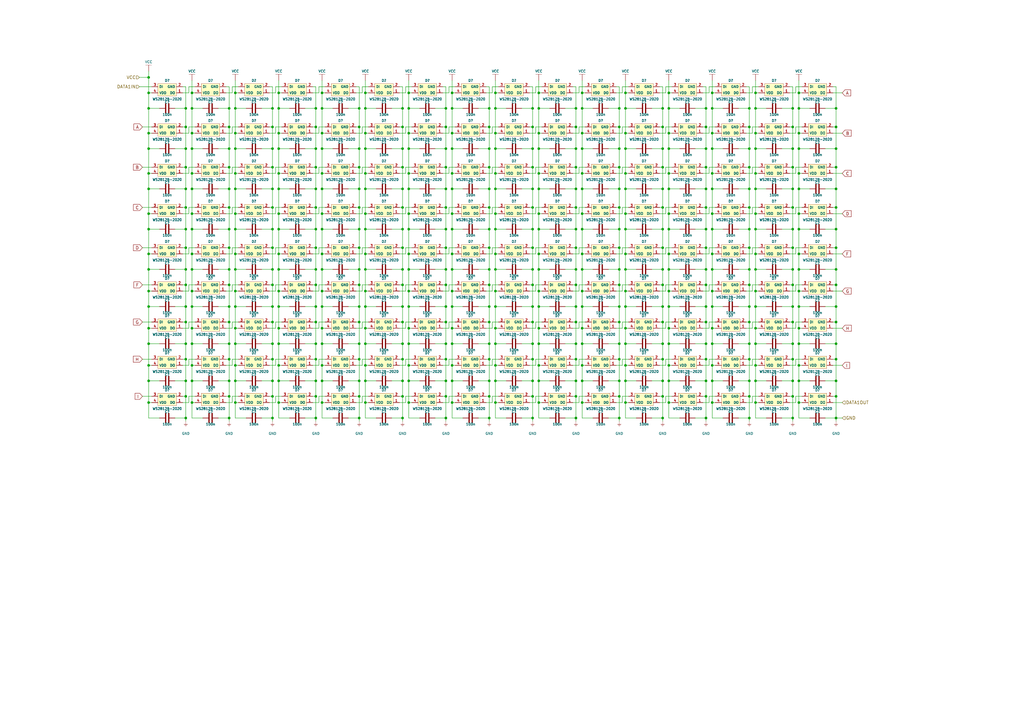
<source format=kicad_sch>
(kicad_sch (version 20210621) (generator eeschema)
  (paper "A3")
  (lib_symbols
    (symbol "e-radionica.com schematics:0402C" (pin_numbers hide)
      (property "Reference" "C" (at -0.635 3.175 0))
      (property "Value" "0402C" (at 0 -3.175 0))
      (symbol "0402C_1_1"
        (pin passive line (at -3.175 0 0) (length 2.54) (name "~") (number "1"))
        (pin passive line (at 3.175 0 180) (length 2.54) (name "~") (number "2"))
      )
    )
    (symbol "e-radionica.com schematics:GND" (power) (pin_names (offset 0))
      (property "Value" "GND" (at 0 -2.921 0))
      (symbol "GND_1_1"
        (pin power_in line (at 0 0 270) (length 0) hide (name "GND") (number "1"))
      )
    )
    (symbol "e-radionica.com schematics:VCC" (power) (pin_names (offset 0))
      (property "Value" "VCC" (at 0 3.556 0))
      (symbol "VCC_1_1"
        (pin power_in line (at 0 0 90) (length 0) hide (name "VCC") (number "1"))
      )
    )
    (symbol "e-radionica.com schematics:WS2812B-2020"
      (property "Reference" "D" (at -2.54 3.81 0))
      (property "Value" "WS2812B-2020" (at 0 -3.81 0))
      (symbol "WS2812B-2020_1_1"
        (pin passive line (at 6.35 -1.27 180) (length 2.54) (name "DO") (number "1"))
        (pin passive line (at 6.35 1.27 180) (length 2.54) (name "GND") (number "2"))
        (pin passive line (at -6.35 1.27 0) (length 2.54) (name "DI") (number "3"))
        (pin passive line (at -6.35 -1.27 0) (length 2.54) (name "VDD") (number "4"))
      )
    )
  )
  (junction (at 60.96 31.75) (diameter 0.9144))
  (junction (at 60.96 38.1) (diameter 0.9144))
  (junction (at 60.96 44.45) (diameter 0.9144))
  (junction (at 60.96 54.61) (diameter 0.9144))
  (junction (at 60.96 60.96) (diameter 0.9144))
  (junction (at 60.96 71.12) (diameter 0.9144))
  (junction (at 60.96 77.47) (diameter 0.9144))
  (junction (at 60.96 87.63) (diameter 0.9144))
  (junction (at 60.96 93.98) (diameter 0.9144))
  (junction (at 60.96 104.14) (diameter 0.9144))
  (junction (at 60.96 110.49) (diameter 0.9144))
  (junction (at 60.96 119.38) (diameter 0.9144))
  (junction (at 60.96 125.73) (diameter 0.9144))
  (junction (at 60.96 134.62) (diameter 0.9144))
  (junction (at 60.96 140.97) (diameter 0.9144))
  (junction (at 60.96 149.86) (diameter 0.9144))
  (junction (at 60.96 156.21) (diameter 0.9144))
  (junction (at 60.96 165.1) (diameter 0.9144))
  (junction (at 76.2 44.45) (diameter 0.9144))
  (junction (at 76.2 52.07) (diameter 0.9144))
  (junction (at 76.2 60.96) (diameter 0.9144))
  (junction (at 76.2 68.58) (diameter 0.9144))
  (junction (at 76.2 77.47) (diameter 0.9144))
  (junction (at 76.2 85.09) (diameter 0.9144))
  (junction (at 76.2 93.98) (diameter 0.9144))
  (junction (at 76.2 101.6) (diameter 0.9144))
  (junction (at 76.2 110.49) (diameter 0.9144))
  (junction (at 76.2 116.84) (diameter 0.9144))
  (junction (at 76.2 125.73) (diameter 0.9144))
  (junction (at 76.2 132.08) (diameter 0.9144))
  (junction (at 76.2 140.97) (diameter 0.9144))
  (junction (at 76.2 147.32) (diameter 0.9144))
  (junction (at 76.2 156.21) (diameter 0.9144))
  (junction (at 76.2 162.56) (diameter 0.9144))
  (junction (at 76.2 171.45) (diameter 0.9144))
  (junction (at 78.74 38.1) (diameter 0.9144))
  (junction (at 78.74 44.45) (diameter 0.9144))
  (junction (at 78.74 54.61) (diameter 0.9144))
  (junction (at 78.74 60.96) (diameter 0.9144))
  (junction (at 78.74 71.12) (diameter 0.9144))
  (junction (at 78.74 77.47) (diameter 0.9144))
  (junction (at 78.74 87.63) (diameter 0.9144))
  (junction (at 78.74 93.98) (diameter 0.9144))
  (junction (at 78.74 104.14) (diameter 0.9144))
  (junction (at 78.74 110.49) (diameter 0.9144))
  (junction (at 78.74 119.38) (diameter 0.9144))
  (junction (at 78.74 125.73) (diameter 0.9144))
  (junction (at 78.74 134.62) (diameter 0.9144))
  (junction (at 78.74 140.97) (diameter 0.9144))
  (junction (at 78.74 149.86) (diameter 0.9144))
  (junction (at 78.74 156.21) (diameter 0.9144))
  (junction (at 78.74 165.1) (diameter 0.9144))
  (junction (at 93.98 44.45) (diameter 0.9144))
  (junction (at 93.98 52.07) (diameter 0.9144))
  (junction (at 93.98 60.96) (diameter 0.9144))
  (junction (at 93.98 68.58) (diameter 0.9144))
  (junction (at 93.98 77.47) (diameter 0.9144))
  (junction (at 93.98 85.09) (diameter 0.9144))
  (junction (at 93.98 93.98) (diameter 0.9144))
  (junction (at 93.98 101.6) (diameter 0.9144))
  (junction (at 93.98 110.49) (diameter 0.9144))
  (junction (at 93.98 116.84) (diameter 0.9144))
  (junction (at 93.98 125.73) (diameter 0.9144))
  (junction (at 93.98 132.08) (diameter 0.9144))
  (junction (at 93.98 140.97) (diameter 0.9144))
  (junction (at 93.98 147.32) (diameter 0.9144))
  (junction (at 93.98 156.21) (diameter 0.9144))
  (junction (at 93.98 162.56) (diameter 0.9144))
  (junction (at 93.98 171.45) (diameter 0.9144))
  (junction (at 96.52 38.1) (diameter 0.9144))
  (junction (at 96.52 44.45) (diameter 0.9144))
  (junction (at 96.52 54.61) (diameter 0.9144))
  (junction (at 96.52 60.96) (diameter 0.9144))
  (junction (at 96.52 71.12) (diameter 0.9144))
  (junction (at 96.52 77.47) (diameter 0.9144))
  (junction (at 96.52 87.63) (diameter 0.9144))
  (junction (at 96.52 93.98) (diameter 0.9144))
  (junction (at 96.52 104.14) (diameter 0.9144))
  (junction (at 96.52 110.49) (diameter 0.9144))
  (junction (at 96.52 119.38) (diameter 0.9144))
  (junction (at 96.52 125.73) (diameter 0.9144))
  (junction (at 96.52 134.62) (diameter 0.9144))
  (junction (at 96.52 140.97) (diameter 0.9144))
  (junction (at 96.52 149.86) (diameter 0.9144))
  (junction (at 96.52 156.21) (diameter 0.9144))
  (junction (at 96.52 165.1) (diameter 0.9144))
  (junction (at 111.76 44.45) (diameter 0.9144))
  (junction (at 111.76 52.07) (diameter 0.9144))
  (junction (at 111.76 60.96) (diameter 0.9144))
  (junction (at 111.76 68.58) (diameter 0.9144))
  (junction (at 111.76 77.47) (diameter 0.9144))
  (junction (at 111.76 85.09) (diameter 0.9144))
  (junction (at 111.76 93.98) (diameter 0.9144))
  (junction (at 111.76 101.6) (diameter 0.9144))
  (junction (at 111.76 110.49) (diameter 0.9144))
  (junction (at 111.76 116.84) (diameter 0.9144))
  (junction (at 111.76 125.73) (diameter 0.9144))
  (junction (at 111.76 132.08) (diameter 0.9144))
  (junction (at 111.76 140.97) (diameter 0.9144))
  (junction (at 111.76 147.32) (diameter 0.9144))
  (junction (at 111.76 156.21) (diameter 0.9144))
  (junction (at 111.76 162.56) (diameter 0.9144))
  (junction (at 111.76 171.45) (diameter 0.9144))
  (junction (at 114.3 38.1) (diameter 0.9144))
  (junction (at 114.3 44.45) (diameter 0.9144))
  (junction (at 114.3 54.61) (diameter 0.9144))
  (junction (at 114.3 60.96) (diameter 0.9144))
  (junction (at 114.3 71.12) (diameter 0.9144))
  (junction (at 114.3 77.47) (diameter 0.9144))
  (junction (at 114.3 87.63) (diameter 0.9144))
  (junction (at 114.3 93.98) (diameter 0.9144))
  (junction (at 114.3 104.14) (diameter 0.9144))
  (junction (at 114.3 110.49) (diameter 0.9144))
  (junction (at 114.3 119.38) (diameter 0.9144))
  (junction (at 114.3 125.73) (diameter 0.9144))
  (junction (at 114.3 134.62) (diameter 0.9144))
  (junction (at 114.3 140.97) (diameter 0.9144))
  (junction (at 114.3 149.86) (diameter 0.9144))
  (junction (at 114.3 156.21) (diameter 0.9144))
  (junction (at 114.3 165.1) (diameter 0.9144))
  (junction (at 129.54 44.45) (diameter 0.9144))
  (junction (at 129.54 52.07) (diameter 0.9144))
  (junction (at 129.54 60.96) (diameter 0.9144))
  (junction (at 129.54 68.58) (diameter 0.9144))
  (junction (at 129.54 77.47) (diameter 0.9144))
  (junction (at 129.54 85.09) (diameter 0.9144))
  (junction (at 129.54 93.98) (diameter 0.9144))
  (junction (at 129.54 101.6) (diameter 0.9144))
  (junction (at 129.54 110.49) (diameter 0.9144))
  (junction (at 129.54 116.84) (diameter 0.9144))
  (junction (at 129.54 125.73) (diameter 0.9144))
  (junction (at 129.54 132.08) (diameter 0.9144))
  (junction (at 129.54 140.97) (diameter 0.9144))
  (junction (at 129.54 147.32) (diameter 0.9144))
  (junction (at 129.54 156.21) (diameter 0.9144))
  (junction (at 129.54 162.56) (diameter 0.9144))
  (junction (at 129.54 171.45) (diameter 0.9144))
  (junction (at 132.08 38.1) (diameter 0.9144))
  (junction (at 132.08 44.45) (diameter 0.9144))
  (junction (at 132.08 54.61) (diameter 0.9144))
  (junction (at 132.08 60.96) (diameter 0.9144))
  (junction (at 132.08 71.12) (diameter 0.9144))
  (junction (at 132.08 77.47) (diameter 0.9144))
  (junction (at 132.08 87.63) (diameter 0.9144))
  (junction (at 132.08 93.98) (diameter 0.9144))
  (junction (at 132.08 104.14) (diameter 0.9144))
  (junction (at 132.08 110.49) (diameter 0.9144))
  (junction (at 132.08 119.38) (diameter 0.9144))
  (junction (at 132.08 125.73) (diameter 0.9144))
  (junction (at 132.08 134.62) (diameter 0.9144))
  (junction (at 132.08 140.97) (diameter 0.9144))
  (junction (at 132.08 149.86) (diameter 0.9144))
  (junction (at 132.08 156.21) (diameter 0.9144))
  (junction (at 132.08 165.1) (diameter 0.9144))
  (junction (at 147.32 44.45) (diameter 0.9144))
  (junction (at 147.32 52.07) (diameter 0.9144))
  (junction (at 147.32 60.96) (diameter 0.9144))
  (junction (at 147.32 68.58) (diameter 0.9144))
  (junction (at 147.32 77.47) (diameter 0.9144))
  (junction (at 147.32 85.09) (diameter 0.9144))
  (junction (at 147.32 93.98) (diameter 0.9144))
  (junction (at 147.32 101.6) (diameter 0.9144))
  (junction (at 147.32 110.49) (diameter 0.9144))
  (junction (at 147.32 116.84) (diameter 0.9144))
  (junction (at 147.32 125.73) (diameter 0.9144))
  (junction (at 147.32 132.08) (diameter 0.9144))
  (junction (at 147.32 140.97) (diameter 0.9144))
  (junction (at 147.32 147.32) (diameter 0.9144))
  (junction (at 147.32 156.21) (diameter 0.9144))
  (junction (at 147.32 162.56) (diameter 0.9144))
  (junction (at 147.32 171.45) (diameter 0.9144))
  (junction (at 149.86 38.1) (diameter 0.9144))
  (junction (at 149.86 44.45) (diameter 0.9144))
  (junction (at 149.86 54.61) (diameter 0.9144))
  (junction (at 149.86 60.96) (diameter 0.9144))
  (junction (at 149.86 71.12) (diameter 0.9144))
  (junction (at 149.86 77.47) (diameter 0.9144))
  (junction (at 149.86 87.63) (diameter 0.9144))
  (junction (at 149.86 93.98) (diameter 0.9144))
  (junction (at 149.86 104.14) (diameter 0.9144))
  (junction (at 149.86 110.49) (diameter 0.9144))
  (junction (at 149.86 119.38) (diameter 0.9144))
  (junction (at 149.86 125.73) (diameter 0.9144))
  (junction (at 149.86 134.62) (diameter 0.9144))
  (junction (at 149.86 140.97) (diameter 0.9144))
  (junction (at 149.86 149.86) (diameter 0.9144))
  (junction (at 149.86 156.21) (diameter 0.9144))
  (junction (at 149.86 165.1) (diameter 0.9144))
  (junction (at 165.1 44.45) (diameter 0.9144))
  (junction (at 165.1 52.07) (diameter 0.9144))
  (junction (at 165.1 60.96) (diameter 0.9144))
  (junction (at 165.1 68.58) (diameter 0.9144))
  (junction (at 165.1 77.47) (diameter 0.9144))
  (junction (at 165.1 85.09) (diameter 0.9144))
  (junction (at 165.1 93.98) (diameter 0.9144))
  (junction (at 165.1 101.6) (diameter 0.9144))
  (junction (at 165.1 110.49) (diameter 0.9144))
  (junction (at 165.1 116.84) (diameter 0.9144))
  (junction (at 165.1 125.73) (diameter 0.9144))
  (junction (at 165.1 132.08) (diameter 0.9144))
  (junction (at 165.1 140.97) (diameter 0.9144))
  (junction (at 165.1 147.32) (diameter 0.9144))
  (junction (at 165.1 156.21) (diameter 0.9144))
  (junction (at 165.1 162.56) (diameter 0.9144))
  (junction (at 165.1 171.45) (diameter 0.9144))
  (junction (at 167.64 38.1) (diameter 0.9144))
  (junction (at 167.64 44.45) (diameter 0.9144))
  (junction (at 167.64 54.61) (diameter 0.9144))
  (junction (at 167.64 60.96) (diameter 0.9144))
  (junction (at 167.64 71.12) (diameter 0.9144))
  (junction (at 167.64 77.47) (diameter 0.9144))
  (junction (at 167.64 87.63) (diameter 0.9144))
  (junction (at 167.64 93.98) (diameter 0.9144))
  (junction (at 167.64 104.14) (diameter 0.9144))
  (junction (at 167.64 110.49) (diameter 0.9144))
  (junction (at 167.64 119.38) (diameter 0.9144))
  (junction (at 167.64 125.73) (diameter 0.9144))
  (junction (at 167.64 134.62) (diameter 0.9144))
  (junction (at 167.64 140.97) (diameter 0.9144))
  (junction (at 167.64 149.86) (diameter 0.9144))
  (junction (at 167.64 156.21) (diameter 0.9144))
  (junction (at 167.64 165.1) (diameter 0.9144))
  (junction (at 182.88 44.45) (diameter 0.9144))
  (junction (at 182.88 52.07) (diameter 0.9144))
  (junction (at 182.88 60.96) (diameter 0.9144))
  (junction (at 182.88 68.58) (diameter 0.9144))
  (junction (at 182.88 77.47) (diameter 0.9144))
  (junction (at 182.88 85.09) (diameter 0.9144))
  (junction (at 182.88 93.98) (diameter 0.9144))
  (junction (at 182.88 101.6) (diameter 0.9144))
  (junction (at 182.88 110.49) (diameter 0.9144))
  (junction (at 182.88 116.84) (diameter 0.9144))
  (junction (at 182.88 125.73) (diameter 0.9144))
  (junction (at 182.88 132.08) (diameter 0.9144))
  (junction (at 182.88 140.97) (diameter 0.9144))
  (junction (at 182.88 147.32) (diameter 0.9144))
  (junction (at 182.88 156.21) (diameter 0.9144))
  (junction (at 182.88 162.56) (diameter 0.9144))
  (junction (at 182.88 171.45) (diameter 0.9144))
  (junction (at 185.42 38.1) (diameter 0.9144))
  (junction (at 185.42 44.45) (diameter 0.9144))
  (junction (at 185.42 54.61) (diameter 0.9144))
  (junction (at 185.42 60.96) (diameter 0.9144))
  (junction (at 185.42 71.12) (diameter 0.9144))
  (junction (at 185.42 77.47) (diameter 0.9144))
  (junction (at 185.42 87.63) (diameter 0.9144))
  (junction (at 185.42 93.98) (diameter 0.9144))
  (junction (at 185.42 104.14) (diameter 0.9144))
  (junction (at 185.42 110.49) (diameter 0.9144))
  (junction (at 185.42 119.38) (diameter 0.9144))
  (junction (at 185.42 125.73) (diameter 0.9144))
  (junction (at 185.42 134.62) (diameter 0.9144))
  (junction (at 185.42 140.97) (diameter 0.9144))
  (junction (at 185.42 149.86) (diameter 0.9144))
  (junction (at 185.42 156.21) (diameter 0.9144))
  (junction (at 185.42 165.1) (diameter 0.9144))
  (junction (at 200.66 44.45) (diameter 0.9144))
  (junction (at 200.66 52.07) (diameter 0.9144))
  (junction (at 200.66 60.96) (diameter 0.9144))
  (junction (at 200.66 68.58) (diameter 0.9144))
  (junction (at 200.66 77.47) (diameter 0.9144))
  (junction (at 200.66 85.09) (diameter 0.9144))
  (junction (at 200.66 93.98) (diameter 0.9144))
  (junction (at 200.66 101.6) (diameter 0.9144))
  (junction (at 200.66 110.49) (diameter 0.9144))
  (junction (at 200.66 116.84) (diameter 0.9144))
  (junction (at 200.66 125.73) (diameter 0.9144))
  (junction (at 200.66 132.08) (diameter 0.9144))
  (junction (at 200.66 140.97) (diameter 0.9144))
  (junction (at 200.66 147.32) (diameter 0.9144))
  (junction (at 200.66 156.21) (diameter 0.9144))
  (junction (at 200.66 162.56) (diameter 0.9144))
  (junction (at 200.66 171.45) (diameter 0.9144))
  (junction (at 203.2 38.1) (diameter 0.9144))
  (junction (at 203.2 44.45) (diameter 0.9144))
  (junction (at 203.2 54.61) (diameter 0.9144))
  (junction (at 203.2 60.96) (diameter 0.9144))
  (junction (at 203.2 71.12) (diameter 0.9144))
  (junction (at 203.2 77.47) (diameter 0.9144))
  (junction (at 203.2 87.63) (diameter 0.9144))
  (junction (at 203.2 93.98) (diameter 0.9144))
  (junction (at 203.2 104.14) (diameter 0.9144))
  (junction (at 203.2 110.49) (diameter 0.9144))
  (junction (at 203.2 119.38) (diameter 0.9144))
  (junction (at 203.2 125.73) (diameter 0.9144))
  (junction (at 203.2 134.62) (diameter 0.9144))
  (junction (at 203.2 140.97) (diameter 0.9144))
  (junction (at 203.2 149.86) (diameter 0.9144))
  (junction (at 203.2 156.21) (diameter 0.9144))
  (junction (at 203.2 165.1) (diameter 0.9144))
  (junction (at 218.44 44.45) (diameter 0.9144))
  (junction (at 218.44 52.07) (diameter 0.9144))
  (junction (at 218.44 60.96) (diameter 0.9144))
  (junction (at 218.44 68.58) (diameter 0.9144))
  (junction (at 218.44 77.47) (diameter 0.9144))
  (junction (at 218.44 85.09) (diameter 0.9144))
  (junction (at 218.44 93.98) (diameter 0.9144))
  (junction (at 218.44 101.6) (diameter 0.9144))
  (junction (at 218.44 110.49) (diameter 0.9144))
  (junction (at 218.44 116.84) (diameter 0.9144))
  (junction (at 218.44 125.73) (diameter 0.9144))
  (junction (at 218.44 132.08) (diameter 0.9144))
  (junction (at 218.44 140.97) (diameter 0.9144))
  (junction (at 218.44 147.32) (diameter 0.9144))
  (junction (at 218.44 156.21) (diameter 0.9144))
  (junction (at 218.44 162.56) (diameter 0.9144))
  (junction (at 218.44 171.45) (diameter 0.9144))
  (junction (at 220.98 38.1) (diameter 0.9144))
  (junction (at 220.98 44.45) (diameter 0.9144))
  (junction (at 220.98 54.61) (diameter 0.9144))
  (junction (at 220.98 60.96) (diameter 0.9144))
  (junction (at 220.98 71.12) (diameter 0.9144))
  (junction (at 220.98 77.47) (diameter 0.9144))
  (junction (at 220.98 87.63) (diameter 0.9144))
  (junction (at 220.98 93.98) (diameter 0.9144))
  (junction (at 220.98 104.14) (diameter 0.9144))
  (junction (at 220.98 110.49) (diameter 0.9144))
  (junction (at 220.98 119.38) (diameter 0.9144))
  (junction (at 220.98 125.73) (diameter 0.9144))
  (junction (at 220.98 134.62) (diameter 0.9144))
  (junction (at 220.98 140.97) (diameter 0.9144))
  (junction (at 220.98 149.86) (diameter 0.9144))
  (junction (at 220.98 156.21) (diameter 0.9144))
  (junction (at 220.98 165.1) (diameter 0.9144))
  (junction (at 236.22 44.45) (diameter 0.9144))
  (junction (at 236.22 52.07) (diameter 0.9144))
  (junction (at 236.22 60.96) (diameter 0.9144))
  (junction (at 236.22 68.58) (diameter 0.9144))
  (junction (at 236.22 77.47) (diameter 0.9144))
  (junction (at 236.22 85.09) (diameter 0.9144))
  (junction (at 236.22 93.98) (diameter 0.9144))
  (junction (at 236.22 101.6) (diameter 0.9144))
  (junction (at 236.22 110.49) (diameter 0.9144))
  (junction (at 236.22 116.84) (diameter 0.9144))
  (junction (at 236.22 125.73) (diameter 0.9144))
  (junction (at 236.22 132.08) (diameter 0.9144))
  (junction (at 236.22 140.97) (diameter 0.9144))
  (junction (at 236.22 147.32) (diameter 0.9144))
  (junction (at 236.22 156.21) (diameter 0.9144))
  (junction (at 236.22 162.56) (diameter 0.9144))
  (junction (at 236.22 171.45) (diameter 0.9144))
  (junction (at 238.76 38.1) (diameter 0.9144))
  (junction (at 238.76 44.45) (diameter 0.9144))
  (junction (at 238.76 54.61) (diameter 0.9144))
  (junction (at 238.76 60.96) (diameter 0.9144))
  (junction (at 238.76 71.12) (diameter 0.9144))
  (junction (at 238.76 77.47) (diameter 0.9144))
  (junction (at 238.76 87.63) (diameter 0.9144))
  (junction (at 238.76 93.98) (diameter 0.9144))
  (junction (at 238.76 104.14) (diameter 0.9144))
  (junction (at 238.76 110.49) (diameter 0.9144))
  (junction (at 238.76 119.38) (diameter 0.9144))
  (junction (at 238.76 125.73) (diameter 0.9144))
  (junction (at 238.76 134.62) (diameter 0.9144))
  (junction (at 238.76 140.97) (diameter 0.9144))
  (junction (at 238.76 149.86) (diameter 0.9144))
  (junction (at 238.76 156.21) (diameter 0.9144))
  (junction (at 238.76 165.1) (diameter 0.9144))
  (junction (at 254 44.45) (diameter 0.9144))
  (junction (at 254 52.07) (diameter 0.9144))
  (junction (at 254 60.96) (diameter 0.9144))
  (junction (at 254 68.58) (diameter 0.9144))
  (junction (at 254 77.47) (diameter 0.9144))
  (junction (at 254 85.09) (diameter 0.9144))
  (junction (at 254 93.98) (diameter 0.9144))
  (junction (at 254 101.6) (diameter 0.9144))
  (junction (at 254 110.49) (diameter 0.9144))
  (junction (at 254 116.84) (diameter 0.9144))
  (junction (at 254 125.73) (diameter 0.9144))
  (junction (at 254 132.08) (diameter 0.9144))
  (junction (at 254 140.97) (diameter 0.9144))
  (junction (at 254 147.32) (diameter 0.9144))
  (junction (at 254 156.21) (diameter 0.9144))
  (junction (at 254 162.56) (diameter 0.9144))
  (junction (at 254 171.45) (diameter 0.9144))
  (junction (at 256.54 38.1) (diameter 0.9144))
  (junction (at 256.54 44.45) (diameter 0.9144))
  (junction (at 256.54 54.61) (diameter 0.9144))
  (junction (at 256.54 60.96) (diameter 0.9144))
  (junction (at 256.54 71.12) (diameter 0.9144))
  (junction (at 256.54 77.47) (diameter 0.9144))
  (junction (at 256.54 87.63) (diameter 0.9144))
  (junction (at 256.54 93.98) (diameter 0.9144))
  (junction (at 256.54 104.14) (diameter 0.9144))
  (junction (at 256.54 110.49) (diameter 0.9144))
  (junction (at 256.54 119.38) (diameter 0.9144))
  (junction (at 256.54 125.73) (diameter 0.9144))
  (junction (at 256.54 134.62) (diameter 0.9144))
  (junction (at 256.54 140.97) (diameter 0.9144))
  (junction (at 256.54 149.86) (diameter 0.9144))
  (junction (at 256.54 156.21) (diameter 0.9144))
  (junction (at 256.54 165.1) (diameter 0.9144))
  (junction (at 271.78 44.45) (diameter 0.9144))
  (junction (at 271.78 52.07) (diameter 0.9144))
  (junction (at 271.78 60.96) (diameter 0.9144))
  (junction (at 271.78 68.58) (diameter 0.9144))
  (junction (at 271.78 77.47) (diameter 0.9144))
  (junction (at 271.78 85.09) (diameter 0.9144))
  (junction (at 271.78 93.98) (diameter 0.9144))
  (junction (at 271.78 101.6) (diameter 0.9144))
  (junction (at 271.78 110.49) (diameter 0.9144))
  (junction (at 271.78 116.84) (diameter 0.9144))
  (junction (at 271.78 125.73) (diameter 0.9144))
  (junction (at 271.78 132.08) (diameter 0.9144))
  (junction (at 271.78 140.97) (diameter 0.9144))
  (junction (at 271.78 147.32) (diameter 0.9144))
  (junction (at 271.78 156.21) (diameter 0.9144))
  (junction (at 271.78 162.56) (diameter 0.9144))
  (junction (at 271.78 171.45) (diameter 0.9144))
  (junction (at 274.32 38.1) (diameter 0.9144))
  (junction (at 274.32 44.45) (diameter 0.9144))
  (junction (at 274.32 54.61) (diameter 0.9144))
  (junction (at 274.32 60.96) (diameter 0.9144))
  (junction (at 274.32 71.12) (diameter 0.9144))
  (junction (at 274.32 77.47) (diameter 0.9144))
  (junction (at 274.32 87.63) (diameter 0.9144))
  (junction (at 274.32 93.98) (diameter 0.9144))
  (junction (at 274.32 104.14) (diameter 0.9144))
  (junction (at 274.32 110.49) (diameter 0.9144))
  (junction (at 274.32 119.38) (diameter 0.9144))
  (junction (at 274.32 125.73) (diameter 0.9144))
  (junction (at 274.32 134.62) (diameter 0.9144))
  (junction (at 274.32 140.97) (diameter 0.9144))
  (junction (at 274.32 149.86) (diameter 0.9144))
  (junction (at 274.32 156.21) (diameter 0.9144))
  (junction (at 274.32 165.1) (diameter 0.9144))
  (junction (at 289.56 44.45) (diameter 0.9144))
  (junction (at 289.56 52.07) (diameter 0.9144))
  (junction (at 289.56 60.96) (diameter 0.9144))
  (junction (at 289.56 68.58) (diameter 0.9144))
  (junction (at 289.56 77.47) (diameter 0.9144))
  (junction (at 289.56 85.09) (diameter 0.9144))
  (junction (at 289.56 93.98) (diameter 0.9144))
  (junction (at 289.56 101.6) (diameter 0.9144))
  (junction (at 289.56 110.49) (diameter 0.9144))
  (junction (at 289.56 116.84) (diameter 0.9144))
  (junction (at 289.56 125.73) (diameter 0.9144))
  (junction (at 289.56 132.08) (diameter 0.9144))
  (junction (at 289.56 140.97) (diameter 0.9144))
  (junction (at 289.56 147.32) (diameter 0.9144))
  (junction (at 289.56 156.21) (diameter 0.9144))
  (junction (at 289.56 162.56) (diameter 0.9144))
  (junction (at 289.56 171.45) (diameter 0.9144))
  (junction (at 292.1 38.1) (diameter 0.9144))
  (junction (at 292.1 44.45) (diameter 0.9144))
  (junction (at 292.1 54.61) (diameter 0.9144))
  (junction (at 292.1 60.96) (diameter 0.9144))
  (junction (at 292.1 71.12) (diameter 0.9144))
  (junction (at 292.1 77.47) (diameter 0.9144))
  (junction (at 292.1 87.63) (diameter 0.9144))
  (junction (at 292.1 93.98) (diameter 0.9144))
  (junction (at 292.1 104.14) (diameter 0.9144))
  (junction (at 292.1 110.49) (diameter 0.9144))
  (junction (at 292.1 119.38) (diameter 0.9144))
  (junction (at 292.1 125.73) (diameter 0.9144))
  (junction (at 292.1 134.62) (diameter 0.9144))
  (junction (at 292.1 140.97) (diameter 0.9144))
  (junction (at 292.1 149.86) (diameter 0.9144))
  (junction (at 292.1 156.21) (diameter 0.9144))
  (junction (at 292.1 165.1) (diameter 0.9144))
  (junction (at 307.34 44.45) (diameter 0.9144))
  (junction (at 307.34 52.07) (diameter 0.9144))
  (junction (at 307.34 60.96) (diameter 0.9144))
  (junction (at 307.34 68.58) (diameter 0.9144))
  (junction (at 307.34 77.47) (diameter 0.9144))
  (junction (at 307.34 85.09) (diameter 0.9144))
  (junction (at 307.34 93.98) (diameter 0.9144))
  (junction (at 307.34 101.6) (diameter 0.9144))
  (junction (at 307.34 110.49) (diameter 0.9144))
  (junction (at 307.34 116.84) (diameter 0.9144))
  (junction (at 307.34 125.73) (diameter 0.9144))
  (junction (at 307.34 132.08) (diameter 0.9144))
  (junction (at 307.34 140.97) (diameter 0.9144))
  (junction (at 307.34 147.32) (diameter 0.9144))
  (junction (at 307.34 156.21) (diameter 0.9144))
  (junction (at 307.34 162.56) (diameter 0.9144))
  (junction (at 307.34 171.45) (diameter 0.9144))
  (junction (at 309.88 38.1) (diameter 0.9144))
  (junction (at 309.88 44.45) (diameter 0.9144))
  (junction (at 309.88 54.61) (diameter 0.9144))
  (junction (at 309.88 60.96) (diameter 0.9144))
  (junction (at 309.88 71.12) (diameter 0.9144))
  (junction (at 309.88 77.47) (diameter 0.9144))
  (junction (at 309.88 87.63) (diameter 0.9144))
  (junction (at 309.88 93.98) (diameter 0.9144))
  (junction (at 309.88 104.14) (diameter 0.9144))
  (junction (at 309.88 110.49) (diameter 0.9144))
  (junction (at 309.88 119.38) (diameter 0.9144))
  (junction (at 309.88 125.73) (diameter 0.9144))
  (junction (at 309.88 134.62) (diameter 0.9144))
  (junction (at 309.88 140.97) (diameter 0.9144))
  (junction (at 309.88 149.86) (diameter 0.9144))
  (junction (at 309.88 156.21) (diameter 0.9144))
  (junction (at 309.88 165.1) (diameter 0.9144))
  (junction (at 325.12 44.45) (diameter 0.9144))
  (junction (at 325.12 52.07) (diameter 0.9144))
  (junction (at 325.12 60.96) (diameter 0.9144))
  (junction (at 325.12 68.58) (diameter 0.9144))
  (junction (at 325.12 77.47) (diameter 0.9144))
  (junction (at 325.12 85.09) (diameter 0.9144))
  (junction (at 325.12 93.98) (diameter 0.9144))
  (junction (at 325.12 101.6) (diameter 0.9144))
  (junction (at 325.12 110.49) (diameter 0.9144))
  (junction (at 325.12 116.84) (diameter 0.9144))
  (junction (at 325.12 125.73) (diameter 0.9144))
  (junction (at 325.12 132.08) (diameter 0.9144))
  (junction (at 325.12 140.97) (diameter 0.9144))
  (junction (at 325.12 147.32) (diameter 0.9144))
  (junction (at 325.12 156.21) (diameter 0.9144))
  (junction (at 325.12 162.56) (diameter 0.9144))
  (junction (at 325.12 171.45) (diameter 0.9144))
  (junction (at 327.66 38.1) (diameter 0.9144))
  (junction (at 327.66 44.45) (diameter 0.9144))
  (junction (at 327.66 54.61) (diameter 0.9144))
  (junction (at 327.66 60.96) (diameter 0.9144))
  (junction (at 327.66 71.12) (diameter 0.9144))
  (junction (at 327.66 77.47) (diameter 0.9144))
  (junction (at 327.66 87.63) (diameter 0.9144))
  (junction (at 327.66 93.98) (diameter 0.9144))
  (junction (at 327.66 104.14) (diameter 0.9144))
  (junction (at 327.66 110.49) (diameter 0.9144))
  (junction (at 327.66 119.38) (diameter 0.9144))
  (junction (at 327.66 125.73) (diameter 0.9144))
  (junction (at 327.66 134.62) (diameter 0.9144))
  (junction (at 327.66 140.97) (diameter 0.9144))
  (junction (at 327.66 149.86) (diameter 0.9144))
  (junction (at 327.66 156.21) (diameter 0.9144))
  (junction (at 327.66 165.1) (diameter 0.9144))
  (junction (at 342.9 44.45) (diameter 0.9144))
  (junction (at 342.9 52.07) (diameter 0.9144))
  (junction (at 342.9 60.96) (diameter 0.9144))
  (junction (at 342.9 68.58) (diameter 0.9144))
  (junction (at 342.9 77.47) (diameter 0.9144))
  (junction (at 342.9 85.09) (diameter 0.9144))
  (junction (at 342.9 93.98) (diameter 0.9144))
  (junction (at 342.9 101.6) (diameter 0.9144))
  (junction (at 342.9 110.49) (diameter 0.9144))
  (junction (at 342.9 116.84) (diameter 0.9144))
  (junction (at 342.9 125.73) (diameter 0.9144))
  (junction (at 342.9 132.08) (diameter 0.9144))
  (junction (at 342.9 140.97) (diameter 0.9144))
  (junction (at 342.9 147.32) (diameter 0.9144))
  (junction (at 342.9 156.21) (diameter 0.9144))
  (junction (at 342.9 162.56) (diameter 0.9144))
  (junction (at 342.9 171.45) (diameter 0.9144))
  (wire (pts (xy 57.15 31.75) (xy 60.96 31.75)))
  (wire (pts (xy 57.15 35.56) (xy 62.23 35.56)))
  (wire (pts (xy 58.42 52.07) (xy 62.23 52.07)))
  (wire (pts (xy 58.42 68.58) (xy 62.23 68.58)))
  (wire (pts (xy 58.42 85.09) (xy 62.23 85.09)))
  (wire (pts (xy 58.42 101.6) (xy 62.23 101.6)))
  (wire (pts (xy 58.42 116.84) (xy 62.23 116.84)))
  (wire (pts (xy 58.42 132.08) (xy 62.23 132.08)))
  (wire (pts (xy 58.42 147.32) (xy 62.23 147.32)))
  (wire (pts (xy 58.42 162.56) (xy 62.23 162.56)))
  (wire (pts (xy 60.96 31.75) (xy 60.96 29.21)))
  (wire (pts (xy 60.96 31.75) (xy 60.96 38.1)))
  (wire (pts (xy 60.96 38.1) (xy 62.23 38.1)))
  (wire (pts (xy 60.96 44.45) (xy 60.96 38.1)))
  (wire (pts (xy 60.96 44.45) (xy 65.405 44.45)))
  (wire (pts (xy 60.96 54.61) (xy 60.96 44.45)))
  (wire (pts (xy 60.96 60.96) (xy 60.96 54.61)))
  (wire (pts (xy 60.96 60.96) (xy 65.405 60.96)))
  (wire (pts (xy 60.96 71.12) (xy 60.96 60.96)))
  (wire (pts (xy 60.96 77.47) (xy 60.96 71.12)))
  (wire (pts (xy 60.96 77.47) (xy 65.405 77.47)))
  (wire (pts (xy 60.96 87.63) (xy 60.96 77.47)))
  (wire (pts (xy 60.96 93.98) (xy 60.96 87.63)))
  (wire (pts (xy 60.96 93.98) (xy 60.96 104.14)))
  (wire (pts (xy 60.96 93.98) (xy 65.405 93.98)))
  (wire (pts (xy 60.96 110.49) (xy 60.96 104.14)))
  (wire (pts (xy 60.96 110.49) (xy 60.96 119.38)))
  (wire (pts (xy 60.96 110.49) (xy 65.405 110.49)))
  (wire (pts (xy 60.96 119.38) (xy 60.96 125.73)))
  (wire (pts (xy 60.96 125.73) (xy 60.96 134.62)))
  (wire (pts (xy 60.96 125.73) (xy 65.405 125.73)))
  (wire (pts (xy 60.96 134.62) (xy 60.96 140.97)))
  (wire (pts (xy 60.96 140.97) (xy 60.96 149.86)))
  (wire (pts (xy 60.96 140.97) (xy 65.405 140.97)))
  (wire (pts (xy 60.96 149.86) (xy 60.96 156.21)))
  (wire (pts (xy 60.96 156.21) (xy 60.96 165.1)))
  (wire (pts (xy 60.96 171.45) (xy 60.96 165.1)))
  (wire (pts (xy 62.23 54.61) (xy 60.96 54.61)))
  (wire (pts (xy 62.23 71.12) (xy 60.96 71.12)))
  (wire (pts (xy 62.23 87.63) (xy 60.96 87.63)))
  (wire (pts (xy 62.23 104.14) (xy 60.96 104.14)))
  (wire (pts (xy 62.23 119.38) (xy 60.96 119.38)))
  (wire (pts (xy 62.23 134.62) (xy 60.96 134.62)))
  (wire (pts (xy 62.23 149.86) (xy 60.96 149.86)))
  (wire (pts (xy 62.23 165.1) (xy 60.96 165.1)))
  (wire (pts (xy 65.405 156.21) (xy 60.96 156.21)))
  (wire (pts (xy 65.405 171.45) (xy 60.96 171.45)))
  (wire (pts (xy 71.755 44.45) (xy 76.2 44.45)))
  (wire (pts (xy 71.755 60.96) (xy 76.2 60.96)))
  (wire (pts (xy 71.755 77.47) (xy 76.2 77.47)))
  (wire (pts (xy 71.755 93.98) (xy 76.2 93.98)))
  (wire (pts (xy 71.755 110.49) (xy 76.2 110.49)))
  (wire (pts (xy 71.755 125.73) (xy 76.2 125.73)))
  (wire (pts (xy 71.755 140.97) (xy 76.2 140.97)))
  (wire (pts (xy 71.755 156.21) (xy 76.2 156.21)))
  (wire (pts (xy 71.755 171.45) (xy 76.2 171.45)))
  (wire (pts (xy 74.93 35.56) (xy 76.2 35.56)))
  (wire (pts (xy 74.93 38.1) (xy 77.47 38.1)))
  (wire (pts (xy 74.93 54.61) (xy 77.47 54.61)))
  (wire (pts (xy 74.93 68.58) (xy 76.2 68.58)))
  (wire (pts (xy 74.93 71.12) (xy 77.47 71.12)))
  (wire (pts (xy 74.93 85.09) (xy 76.2 85.09)))
  (wire (pts (xy 74.93 87.63) (xy 77.47 87.63)))
  (wire (pts (xy 74.93 101.6) (xy 76.2 101.6)))
  (wire (pts (xy 74.93 104.14) (xy 77.47 104.14)))
  (wire (pts (xy 74.93 116.84) (xy 76.2 116.84)))
  (wire (pts (xy 74.93 119.38) (xy 77.47 119.38)))
  (wire (pts (xy 74.93 132.08) (xy 76.2 132.08)))
  (wire (pts (xy 74.93 134.62) (xy 77.47 134.62)))
  (wire (pts (xy 74.93 147.32) (xy 76.2 147.32)))
  (wire (pts (xy 74.93 149.86) (xy 77.47 149.86)))
  (wire (pts (xy 74.93 162.56) (xy 76.2 162.56)))
  (wire (pts (xy 74.93 165.1) (xy 77.47 165.1)))
  (wire (pts (xy 76.2 35.56) (xy 76.2 44.45)))
  (wire (pts (xy 76.2 44.45) (xy 76.2 52.07)))
  (wire (pts (xy 76.2 52.07) (xy 74.93 52.07)))
  (wire (pts (xy 76.2 60.96) (xy 76.2 52.07)))
  (wire (pts (xy 76.2 68.58) (xy 76.2 60.96)))
  (wire (pts (xy 76.2 77.47) (xy 76.2 68.58)))
  (wire (pts (xy 76.2 85.09) (xy 76.2 77.47)))
  (wire (pts (xy 76.2 93.98) (xy 76.2 85.09)))
  (wire (pts (xy 76.2 101.6) (xy 76.2 93.98)))
  (wire (pts (xy 76.2 110.49) (xy 76.2 101.6)))
  (wire (pts (xy 76.2 116.84) (xy 76.2 110.49)))
  (wire (pts (xy 76.2 125.73) (xy 76.2 116.84)))
  (wire (pts (xy 76.2 132.08) (xy 76.2 125.73)))
  (wire (pts (xy 76.2 140.97) (xy 76.2 132.08)))
  (wire (pts (xy 76.2 147.32) (xy 76.2 140.97)))
  (wire (pts (xy 76.2 156.21) (xy 76.2 147.32)))
  (wire (pts (xy 76.2 162.56) (xy 76.2 156.21)))
  (wire (pts (xy 76.2 162.56) (xy 76.2 171.45)))
  (wire (pts (xy 76.2 171.45) (xy 76.2 172.72)))
  (wire (pts (xy 77.47 35.56) (xy 80.01 35.56)))
  (wire (pts (xy 77.47 38.1) (xy 77.47 35.56)))
  (wire (pts (xy 77.47 52.07) (xy 80.01 52.07)))
  (wire (pts (xy 77.47 54.61) (xy 77.47 52.07)))
  (wire (pts (xy 77.47 68.58) (xy 80.01 68.58)))
  (wire (pts (xy 77.47 71.12) (xy 77.47 68.58)))
  (wire (pts (xy 77.47 85.09) (xy 80.01 85.09)))
  (wire (pts (xy 77.47 87.63) (xy 77.47 85.09)))
  (wire (pts (xy 77.47 101.6) (xy 80.01 101.6)))
  (wire (pts (xy 77.47 104.14) (xy 77.47 101.6)))
  (wire (pts (xy 77.47 116.84) (xy 80.01 116.84)))
  (wire (pts (xy 77.47 119.38) (xy 77.47 116.84)))
  (wire (pts (xy 77.47 132.08) (xy 80.01 132.08)))
  (wire (pts (xy 77.47 134.62) (xy 77.47 132.08)))
  (wire (pts (xy 77.47 147.32) (xy 80.01 147.32)))
  (wire (pts (xy 77.47 149.86) (xy 77.47 147.32)))
  (wire (pts (xy 77.47 162.56) (xy 80.01 162.56)))
  (wire (pts (xy 77.47 165.1) (xy 77.47 162.56)))
  (wire (pts (xy 78.74 38.1) (xy 78.74 33.02)))
  (wire (pts (xy 78.74 38.1) (xy 78.74 44.45)))
  (wire (pts (xy 78.74 44.45) (xy 78.74 54.61)))
  (wire (pts (xy 78.74 44.45) (xy 83.185 44.45)))
  (wire (pts (xy 78.74 54.61) (xy 78.74 60.96)))
  (wire (pts (xy 78.74 60.96) (xy 78.74 71.12)))
  (wire (pts (xy 78.74 60.96) (xy 83.185 60.96)))
  (wire (pts (xy 78.74 71.12) (xy 78.74 77.47)))
  (wire (pts (xy 78.74 77.47) (xy 78.74 87.63)))
  (wire (pts (xy 78.74 77.47) (xy 83.185 77.47)))
  (wire (pts (xy 78.74 87.63) (xy 78.74 93.98)))
  (wire (pts (xy 78.74 93.98) (xy 78.74 104.14)))
  (wire (pts (xy 78.74 93.98) (xy 83.185 93.98)))
  (wire (pts (xy 78.74 104.14) (xy 78.74 110.49)))
  (wire (pts (xy 78.74 110.49) (xy 78.74 119.38)))
  (wire (pts (xy 78.74 110.49) (xy 83.185 110.49)))
  (wire (pts (xy 78.74 119.38) (xy 78.74 125.73)))
  (wire (pts (xy 78.74 125.73) (xy 78.74 134.62)))
  (wire (pts (xy 78.74 125.73) (xy 83.185 125.73)))
  (wire (pts (xy 78.74 134.62) (xy 78.74 140.97)))
  (wire (pts (xy 78.74 140.97) (xy 78.74 149.86)))
  (wire (pts (xy 78.74 140.97) (xy 83.185 140.97)))
  (wire (pts (xy 78.74 149.86) (xy 78.74 156.21)))
  (wire (pts (xy 78.74 156.21) (xy 78.74 165.1)))
  (wire (pts (xy 78.74 156.21) (xy 83.185 156.21)))
  (wire (pts (xy 78.74 171.45) (xy 78.74 165.1)))
  (wire (pts (xy 80.01 38.1) (xy 78.74 38.1)))
  (wire (pts (xy 80.01 54.61) (xy 78.74 54.61)))
  (wire (pts (xy 80.01 71.12) (xy 78.74 71.12)))
  (wire (pts (xy 80.01 87.63) (xy 78.74 87.63)))
  (wire (pts (xy 80.01 104.14) (xy 78.74 104.14)))
  (wire (pts (xy 80.01 119.38) (xy 78.74 119.38)))
  (wire (pts (xy 80.01 134.62) (xy 78.74 134.62)))
  (wire (pts (xy 80.01 149.86) (xy 78.74 149.86)))
  (wire (pts (xy 80.01 165.1) (xy 78.74 165.1)))
  (wire (pts (xy 83.185 171.45) (xy 78.74 171.45)))
  (wire (pts (xy 89.535 44.45) (xy 93.98 44.45)))
  (wire (pts (xy 89.535 60.96) (xy 93.98 60.96)))
  (wire (pts (xy 89.535 77.47) (xy 93.98 77.47)))
  (wire (pts (xy 89.535 93.98) (xy 93.98 93.98)))
  (wire (pts (xy 89.535 110.49) (xy 93.98 110.49)))
  (wire (pts (xy 89.535 125.73) (xy 93.98 125.73)))
  (wire (pts (xy 89.535 140.97) (xy 93.98 140.97)))
  (wire (pts (xy 89.535 156.21) (xy 93.98 156.21)))
  (wire (pts (xy 89.535 171.45) (xy 93.98 171.45)))
  (wire (pts (xy 92.71 35.56) (xy 93.98 35.56)))
  (wire (pts (xy 92.71 38.1) (xy 95.25 38.1)))
  (wire (pts (xy 92.71 52.07) (xy 93.98 52.07)))
  (wire (pts (xy 92.71 54.61) (xy 95.25 54.61)))
  (wire (pts (xy 92.71 68.58) (xy 93.98 68.58)))
  (wire (pts (xy 92.71 71.12) (xy 95.25 71.12)))
  (wire (pts (xy 92.71 85.09) (xy 93.98 85.09)))
  (wire (pts (xy 92.71 87.63) (xy 95.25 87.63)))
  (wire (pts (xy 92.71 101.6) (xy 93.98 101.6)))
  (wire (pts (xy 92.71 104.14) (xy 95.25 104.14)))
  (wire (pts (xy 92.71 116.84) (xy 93.98 116.84)))
  (wire (pts (xy 92.71 119.38) (xy 95.25 119.38)))
  (wire (pts (xy 92.71 132.08) (xy 93.98 132.08)))
  (wire (pts (xy 92.71 134.62) (xy 95.25 134.62)))
  (wire (pts (xy 92.71 147.32) (xy 93.98 147.32)))
  (wire (pts (xy 92.71 149.86) (xy 95.25 149.86)))
  (wire (pts (xy 92.71 165.1) (xy 95.25 165.1)))
  (wire (pts (xy 93.98 35.56) (xy 93.98 44.45)))
  (wire (pts (xy 93.98 44.45) (xy 93.98 52.07)))
  (wire (pts (xy 93.98 52.07) (xy 93.98 60.96)))
  (wire (pts (xy 93.98 60.96) (xy 93.98 68.58)))
  (wire (pts (xy 93.98 68.58) (xy 93.98 77.47)))
  (wire (pts (xy 93.98 77.47) (xy 93.98 85.09)))
  (wire (pts (xy 93.98 85.09) (xy 93.98 93.98)))
  (wire (pts (xy 93.98 93.98) (xy 93.98 101.6)))
  (wire (pts (xy 93.98 101.6) (xy 93.98 110.49)))
  (wire (pts (xy 93.98 110.49) (xy 93.98 116.84)))
  (wire (pts (xy 93.98 116.84) (xy 93.98 125.73)))
  (wire (pts (xy 93.98 125.73) (xy 93.98 132.08)))
  (wire (pts (xy 93.98 132.08) (xy 93.98 140.97)))
  (wire (pts (xy 93.98 140.97) (xy 93.98 147.32)))
  (wire (pts (xy 93.98 147.32) (xy 93.98 156.21)))
  (wire (pts (xy 93.98 156.21) (xy 93.98 162.56)))
  (wire (pts (xy 93.98 162.56) (xy 92.71 162.56)))
  (wire (pts (xy 93.98 171.45) (xy 93.98 162.56)))
  (wire (pts (xy 93.98 172.72) (xy 93.98 171.45)))
  (wire (pts (xy 95.25 35.56) (xy 97.79 35.56)))
  (wire (pts (xy 95.25 38.1) (xy 95.25 35.56)))
  (wire (pts (xy 95.25 52.07) (xy 97.79 52.07)))
  (wire (pts (xy 95.25 54.61) (xy 95.25 52.07)))
  (wire (pts (xy 95.25 68.58) (xy 97.79 68.58)))
  (wire (pts (xy 95.25 71.12) (xy 95.25 68.58)))
  (wire (pts (xy 95.25 85.09) (xy 97.79 85.09)))
  (wire (pts (xy 95.25 87.63) (xy 95.25 85.09)))
  (wire (pts (xy 95.25 101.6) (xy 97.79 101.6)))
  (wire (pts (xy 95.25 104.14) (xy 95.25 101.6)))
  (wire (pts (xy 95.25 116.84) (xy 97.79 116.84)))
  (wire (pts (xy 95.25 119.38) (xy 95.25 116.84)))
  (wire (pts (xy 95.25 132.08) (xy 97.79 132.08)))
  (wire (pts (xy 95.25 134.62) (xy 95.25 132.08)))
  (wire (pts (xy 95.25 147.32) (xy 97.79 147.32)))
  (wire (pts (xy 95.25 149.86) (xy 95.25 147.32)))
  (wire (pts (xy 95.25 162.56) (xy 97.79 162.56)))
  (wire (pts (xy 95.25 165.1) (xy 95.25 162.56)))
  (wire (pts (xy 96.52 38.1) (xy 96.52 33.02)))
  (wire (pts (xy 96.52 38.1) (xy 96.52 44.45)))
  (wire (pts (xy 96.52 44.45) (xy 96.52 54.61)))
  (wire (pts (xy 96.52 44.45) (xy 100.965 44.45)))
  (wire (pts (xy 96.52 54.61) (xy 96.52 60.96)))
  (wire (pts (xy 96.52 60.96) (xy 96.52 71.12)))
  (wire (pts (xy 96.52 60.96) (xy 100.965 60.96)))
  (wire (pts (xy 96.52 71.12) (xy 96.52 77.47)))
  (wire (pts (xy 96.52 77.47) (xy 96.52 87.63)))
  (wire (pts (xy 96.52 77.47) (xy 100.965 77.47)))
  (wire (pts (xy 96.52 87.63) (xy 96.52 93.98)))
  (wire (pts (xy 96.52 93.98) (xy 96.52 104.14)))
  (wire (pts (xy 96.52 93.98) (xy 100.965 93.98)))
  (wire (pts (xy 96.52 104.14) (xy 96.52 110.49)))
  (wire (pts (xy 96.52 110.49) (xy 96.52 119.38)))
  (wire (pts (xy 96.52 110.49) (xy 100.965 110.49)))
  (wire (pts (xy 96.52 119.38) (xy 96.52 125.73)))
  (wire (pts (xy 96.52 125.73) (xy 96.52 134.62)))
  (wire (pts (xy 96.52 125.73) (xy 100.965 125.73)))
  (wire (pts (xy 96.52 134.62) (xy 96.52 140.97)))
  (wire (pts (xy 96.52 140.97) (xy 96.52 149.86)))
  (wire (pts (xy 96.52 140.97) (xy 100.965 140.97)))
  (wire (pts (xy 96.52 149.86) (xy 96.52 156.21)))
  (wire (pts (xy 96.52 156.21) (xy 96.52 165.1)))
  (wire (pts (xy 96.52 156.21) (xy 100.965 156.21)))
  (wire (pts (xy 96.52 171.45) (xy 96.52 165.1)))
  (wire (pts (xy 97.79 38.1) (xy 96.52 38.1)))
  (wire (pts (xy 97.79 54.61) (xy 96.52 54.61)))
  (wire (pts (xy 97.79 71.12) (xy 96.52 71.12)))
  (wire (pts (xy 97.79 87.63) (xy 96.52 87.63)))
  (wire (pts (xy 97.79 104.14) (xy 96.52 104.14)))
  (wire (pts (xy 97.79 119.38) (xy 96.52 119.38)))
  (wire (pts (xy 97.79 134.62) (xy 96.52 134.62)))
  (wire (pts (xy 97.79 149.86) (xy 96.52 149.86)))
  (wire (pts (xy 97.79 165.1) (xy 96.52 165.1)))
  (wire (pts (xy 100.965 171.45) (xy 96.52 171.45)))
  (wire (pts (xy 107.315 44.45) (xy 111.76 44.45)))
  (wire (pts (xy 107.315 60.96) (xy 111.76 60.96)))
  (wire (pts (xy 107.315 77.47) (xy 111.76 77.47)))
  (wire (pts (xy 107.315 93.98) (xy 111.76 93.98)))
  (wire (pts (xy 107.315 110.49) (xy 111.76 110.49)))
  (wire (pts (xy 107.315 125.73) (xy 111.76 125.73)))
  (wire (pts (xy 107.315 140.97) (xy 111.76 140.97)))
  (wire (pts (xy 107.315 156.21) (xy 111.76 156.21)))
  (wire (pts (xy 107.315 171.45) (xy 111.76 171.45)))
  (wire (pts (xy 110.49 35.56) (xy 111.76 35.56)))
  (wire (pts (xy 110.49 38.1) (xy 113.03 38.1)))
  (wire (pts (xy 110.49 52.07) (xy 111.76 52.07)))
  (wire (pts (xy 110.49 54.61) (xy 113.03 54.61)))
  (wire (pts (xy 110.49 68.58) (xy 111.76 68.58)))
  (wire (pts (xy 110.49 71.12) (xy 113.03 71.12)))
  (wire (pts (xy 110.49 85.09) (xy 111.76 85.09)))
  (wire (pts (xy 110.49 87.63) (xy 113.03 87.63)))
  (wire (pts (xy 110.49 101.6) (xy 111.76 101.6)))
  (wire (pts (xy 110.49 104.14) (xy 113.03 104.14)))
  (wire (pts (xy 110.49 116.84) (xy 111.76 116.84)))
  (wire (pts (xy 110.49 119.38) (xy 113.03 119.38)))
  (wire (pts (xy 110.49 132.08) (xy 111.76 132.08)))
  (wire (pts (xy 110.49 134.62) (xy 113.03 134.62)))
  (wire (pts (xy 110.49 147.32) (xy 111.76 147.32)))
  (wire (pts (xy 110.49 149.86) (xy 113.03 149.86)))
  (wire (pts (xy 110.49 162.56) (xy 111.76 162.56)))
  (wire (pts (xy 110.49 165.1) (xy 113.03 165.1)))
  (wire (pts (xy 111.76 44.45) (xy 111.76 35.56)))
  (wire (pts (xy 111.76 52.07) (xy 111.76 44.45)))
  (wire (pts (xy 111.76 60.96) (xy 111.76 52.07)))
  (wire (pts (xy 111.76 68.58) (xy 111.76 60.96)))
  (wire (pts (xy 111.76 77.47) (xy 111.76 68.58)))
  (wire (pts (xy 111.76 85.09) (xy 111.76 77.47)))
  (wire (pts (xy 111.76 93.98) (xy 111.76 85.09)))
  (wire (pts (xy 111.76 101.6) (xy 111.76 93.98)))
  (wire (pts (xy 111.76 110.49) (xy 111.76 101.6)))
  (wire (pts (xy 111.76 116.84) (xy 111.76 110.49)))
  (wire (pts (xy 111.76 125.73) (xy 111.76 116.84)))
  (wire (pts (xy 111.76 132.08) (xy 111.76 125.73)))
  (wire (pts (xy 111.76 140.97) (xy 111.76 132.08)))
  (wire (pts (xy 111.76 147.32) (xy 111.76 140.97)))
  (wire (pts (xy 111.76 147.32) (xy 111.76 156.21)))
  (wire (pts (xy 111.76 156.21) (xy 111.76 162.56)))
  (wire (pts (xy 111.76 162.56) (xy 111.76 171.45)))
  (wire (pts (xy 111.76 171.45) (xy 111.76 172.72)))
  (wire (pts (xy 113.03 35.56) (xy 115.57 35.56)))
  (wire (pts (xy 113.03 38.1) (xy 113.03 35.56)))
  (wire (pts (xy 113.03 52.07) (xy 115.57 52.07)))
  (wire (pts (xy 113.03 54.61) (xy 113.03 52.07)))
  (wire (pts (xy 113.03 68.58) (xy 115.57 68.58)))
  (wire (pts (xy 113.03 71.12) (xy 113.03 68.58)))
  (wire (pts (xy 113.03 85.09) (xy 115.57 85.09)))
  (wire (pts (xy 113.03 87.63) (xy 113.03 85.09)))
  (wire (pts (xy 113.03 101.6) (xy 115.57 101.6)))
  (wire (pts (xy 113.03 104.14) (xy 113.03 101.6)))
  (wire (pts (xy 113.03 116.84) (xy 115.57 116.84)))
  (wire (pts (xy 113.03 119.38) (xy 113.03 116.84)))
  (wire (pts (xy 113.03 132.08) (xy 115.57 132.08)))
  (wire (pts (xy 113.03 134.62) (xy 113.03 132.08)))
  (wire (pts (xy 113.03 147.32) (xy 115.57 147.32)))
  (wire (pts (xy 113.03 149.86) (xy 113.03 147.32)))
  (wire (pts (xy 113.03 162.56) (xy 115.57 162.56)))
  (wire (pts (xy 113.03 165.1) (xy 113.03 162.56)))
  (wire (pts (xy 114.3 38.1) (xy 114.3 33.02)))
  (wire (pts (xy 114.3 38.1) (xy 114.3 44.45)))
  (wire (pts (xy 114.3 44.45) (xy 114.3 54.61)))
  (wire (pts (xy 114.3 44.45) (xy 118.745 44.45)))
  (wire (pts (xy 114.3 54.61) (xy 114.3 60.96)))
  (wire (pts (xy 114.3 60.96) (xy 114.3 71.12)))
  (wire (pts (xy 114.3 60.96) (xy 118.745 60.96)))
  (wire (pts (xy 114.3 71.12) (xy 114.3 77.47)))
  (wire (pts (xy 114.3 77.47) (xy 114.3 87.63)))
  (wire (pts (xy 114.3 77.47) (xy 118.745 77.47)))
  (wire (pts (xy 114.3 87.63) (xy 114.3 93.98)))
  (wire (pts (xy 114.3 93.98) (xy 114.3 104.14)))
  (wire (pts (xy 114.3 93.98) (xy 118.745 93.98)))
  (wire (pts (xy 114.3 104.14) (xy 114.3 110.49)))
  (wire (pts (xy 114.3 110.49) (xy 114.3 119.38)))
  (wire (pts (xy 114.3 110.49) (xy 118.745 110.49)))
  (wire (pts (xy 114.3 119.38) (xy 114.3 125.73)))
  (wire (pts (xy 114.3 125.73) (xy 114.3 134.62)))
  (wire (pts (xy 114.3 125.73) (xy 118.745 125.73)))
  (wire (pts (xy 114.3 134.62) (xy 114.3 140.97)))
  (wire (pts (xy 114.3 140.97) (xy 114.3 149.86)))
  (wire (pts (xy 114.3 140.97) (xy 118.745 140.97)))
  (wire (pts (xy 114.3 149.86) (xy 114.3 156.21)))
  (wire (pts (xy 114.3 156.21) (xy 114.3 165.1)))
  (wire (pts (xy 114.3 156.21) (xy 118.745 156.21)))
  (wire (pts (xy 114.3 171.45) (xy 114.3 165.1)))
  (wire (pts (xy 115.57 38.1) (xy 114.3 38.1)))
  (wire (pts (xy 115.57 54.61) (xy 114.3 54.61)))
  (wire (pts (xy 115.57 71.12) (xy 114.3 71.12)))
  (wire (pts (xy 115.57 87.63) (xy 114.3 87.63)))
  (wire (pts (xy 115.57 104.14) (xy 114.3 104.14)))
  (wire (pts (xy 115.57 119.38) (xy 114.3 119.38)))
  (wire (pts (xy 115.57 134.62) (xy 114.3 134.62)))
  (wire (pts (xy 115.57 149.86) (xy 114.3 149.86)))
  (wire (pts (xy 115.57 165.1) (xy 114.3 165.1)))
  (wire (pts (xy 118.745 171.45) (xy 114.3 171.45)))
  (wire (pts (xy 125.095 44.45) (xy 129.54 44.45)))
  (wire (pts (xy 125.095 60.96) (xy 129.54 60.96)))
  (wire (pts (xy 125.095 77.47) (xy 129.54 77.47)))
  (wire (pts (xy 125.095 93.98) (xy 129.54 93.98)))
  (wire (pts (xy 125.095 110.49) (xy 129.54 110.49)))
  (wire (pts (xy 125.095 125.73) (xy 129.54 125.73)))
  (wire (pts (xy 125.095 140.97) (xy 129.54 140.97)))
  (wire (pts (xy 125.095 156.21) (xy 129.54 156.21)))
  (wire (pts (xy 125.095 171.45) (xy 129.54 171.45)))
  (wire (pts (xy 128.27 35.56) (xy 129.54 35.56)))
  (wire (pts (xy 128.27 38.1) (xy 130.81 38.1)))
  (wire (pts (xy 128.27 52.07) (xy 129.54 52.07)))
  (wire (pts (xy 128.27 54.61) (xy 130.81 54.61)))
  (wire (pts (xy 128.27 68.58) (xy 129.54 68.58)))
  (wire (pts (xy 128.27 71.12) (xy 130.81 71.12)))
  (wire (pts (xy 128.27 85.09) (xy 129.54 85.09)))
  (wire (pts (xy 128.27 87.63) (xy 130.81 87.63)))
  (wire (pts (xy 128.27 101.6) (xy 129.54 101.6)))
  (wire (pts (xy 128.27 104.14) (xy 130.81 104.14)))
  (wire (pts (xy 128.27 116.84) (xy 129.54 116.84)))
  (wire (pts (xy 128.27 119.38) (xy 130.81 119.38)))
  (wire (pts (xy 128.27 132.08) (xy 129.54 132.08)))
  (wire (pts (xy 128.27 134.62) (xy 130.81 134.62)))
  (wire (pts (xy 128.27 147.32) (xy 129.54 147.32)))
  (wire (pts (xy 128.27 149.86) (xy 130.81 149.86)))
  (wire (pts (xy 128.27 165.1) (xy 130.81 165.1)))
  (wire (pts (xy 129.54 35.56) (xy 129.54 44.45)))
  (wire (pts (xy 129.54 44.45) (xy 129.54 52.07)))
  (wire (pts (xy 129.54 52.07) (xy 129.54 60.96)))
  (wire (pts (xy 129.54 60.96) (xy 129.54 68.58)))
  (wire (pts (xy 129.54 68.58) (xy 129.54 77.47)))
  (wire (pts (xy 129.54 77.47) (xy 129.54 85.09)))
  (wire (pts (xy 129.54 85.09) (xy 129.54 93.98)))
  (wire (pts (xy 129.54 93.98) (xy 129.54 101.6)))
  (wire (pts (xy 129.54 101.6) (xy 129.54 110.49)))
  (wire (pts (xy 129.54 110.49) (xy 129.54 116.84)))
  (wire (pts (xy 129.54 116.84) (xy 129.54 125.73)))
  (wire (pts (xy 129.54 125.73) (xy 129.54 132.08)))
  (wire (pts (xy 129.54 132.08) (xy 129.54 140.97)))
  (wire (pts (xy 129.54 140.97) (xy 129.54 147.32)))
  (wire (pts (xy 129.54 147.32) (xy 129.54 156.21)))
  (wire (pts (xy 129.54 156.21) (xy 129.54 162.56)))
  (wire (pts (xy 129.54 162.56) (xy 128.27 162.56)))
  (wire (pts (xy 129.54 162.56) (xy 129.54 171.45)))
  (wire (pts (xy 129.54 171.45) (xy 129.54 172.72)))
  (wire (pts (xy 130.81 35.56) (xy 133.35 35.56)))
  (wire (pts (xy 130.81 38.1) (xy 130.81 35.56)))
  (wire (pts (xy 130.81 52.07) (xy 133.35 52.07)))
  (wire (pts (xy 130.81 54.61) (xy 130.81 52.07)))
  (wire (pts (xy 130.81 68.58) (xy 133.35 68.58)))
  (wire (pts (xy 130.81 71.12) (xy 130.81 68.58)))
  (wire (pts (xy 130.81 85.09) (xy 133.35 85.09)))
  (wire (pts (xy 130.81 87.63) (xy 130.81 85.09)))
  (wire (pts (xy 130.81 101.6) (xy 133.35 101.6)))
  (wire (pts (xy 130.81 104.14) (xy 130.81 101.6)))
  (wire (pts (xy 130.81 116.84) (xy 133.35 116.84)))
  (wire (pts (xy 130.81 119.38) (xy 130.81 116.84)))
  (wire (pts (xy 130.81 132.08) (xy 133.35 132.08)))
  (wire (pts (xy 130.81 134.62) (xy 130.81 132.08)))
  (wire (pts (xy 130.81 147.32) (xy 133.35 147.32)))
  (wire (pts (xy 130.81 149.86) (xy 130.81 147.32)))
  (wire (pts (xy 130.81 162.56) (xy 133.35 162.56)))
  (wire (pts (xy 130.81 165.1) (xy 130.81 162.56)))
  (wire (pts (xy 132.08 38.1) (xy 132.08 33.02)))
  (wire (pts (xy 132.08 38.1) (xy 132.08 44.45)))
  (wire (pts (xy 132.08 44.45) (xy 132.08 54.61)))
  (wire (pts (xy 132.08 44.45) (xy 136.525 44.45)))
  (wire (pts (xy 132.08 54.61) (xy 132.08 60.96)))
  (wire (pts (xy 132.08 60.96) (xy 132.08 71.12)))
  (wire (pts (xy 132.08 60.96) (xy 136.525 60.96)))
  (wire (pts (xy 132.08 71.12) (xy 132.08 77.47)))
  (wire (pts (xy 132.08 77.47) (xy 132.08 87.63)))
  (wire (pts (xy 132.08 77.47) (xy 136.525 77.47)))
  (wire (pts (xy 132.08 87.63) (xy 132.08 93.98)))
  (wire (pts (xy 132.08 93.98) (xy 132.08 104.14)))
  (wire (pts (xy 132.08 93.98) (xy 136.525 93.98)))
  (wire (pts (xy 132.08 104.14) (xy 132.08 110.49)))
  (wire (pts (xy 132.08 110.49) (xy 132.08 119.38)))
  (wire (pts (xy 132.08 110.49) (xy 136.525 110.49)))
  (wire (pts (xy 132.08 119.38) (xy 132.08 125.73)))
  (wire (pts (xy 132.08 125.73) (xy 132.08 134.62)))
  (wire (pts (xy 132.08 125.73) (xy 136.525 125.73)))
  (wire (pts (xy 132.08 134.62) (xy 132.08 140.97)))
  (wire (pts (xy 132.08 140.97) (xy 132.08 149.86)))
  (wire (pts (xy 132.08 140.97) (xy 136.525 140.97)))
  (wire (pts (xy 132.08 149.86) (xy 132.08 156.21)))
  (wire (pts (xy 132.08 156.21) (xy 132.08 165.1)))
  (wire (pts (xy 132.08 156.21) (xy 136.525 156.21)))
  (wire (pts (xy 132.08 171.45) (xy 132.08 165.1)))
  (wire (pts (xy 133.35 38.1) (xy 132.08 38.1)))
  (wire (pts (xy 133.35 54.61) (xy 132.08 54.61)))
  (wire (pts (xy 133.35 71.12) (xy 132.08 71.12)))
  (wire (pts (xy 133.35 87.63) (xy 132.08 87.63)))
  (wire (pts (xy 133.35 104.14) (xy 132.08 104.14)))
  (wire (pts (xy 133.35 119.38) (xy 132.08 119.38)))
  (wire (pts (xy 133.35 134.62) (xy 132.08 134.62)))
  (wire (pts (xy 133.35 149.86) (xy 132.08 149.86)))
  (wire (pts (xy 133.35 165.1) (xy 132.08 165.1)))
  (wire (pts (xy 136.525 171.45) (xy 132.08 171.45)))
  (wire (pts (xy 142.875 44.45) (xy 147.32 44.45)))
  (wire (pts (xy 142.875 60.96) (xy 147.32 60.96)))
  (wire (pts (xy 142.875 77.47) (xy 147.32 77.47)))
  (wire (pts (xy 142.875 93.98) (xy 147.32 93.98)))
  (wire (pts (xy 142.875 110.49) (xy 147.32 110.49)))
  (wire (pts (xy 142.875 125.73) (xy 147.32 125.73)))
  (wire (pts (xy 142.875 140.97) (xy 147.32 140.97)))
  (wire (pts (xy 142.875 156.21) (xy 147.32 156.21)))
  (wire (pts (xy 142.875 171.45) (xy 147.32 171.45)))
  (wire (pts (xy 146.05 35.56) (xy 147.32 35.56)))
  (wire (pts (xy 146.05 38.1) (xy 148.59 38.1)))
  (wire (pts (xy 146.05 54.61) (xy 148.59 54.61)))
  (wire (pts (xy 146.05 68.58) (xy 147.32 68.58)))
  (wire (pts (xy 146.05 71.12) (xy 148.59 71.12)))
  (wire (pts (xy 146.05 85.09) (xy 147.32 85.09)))
  (wire (pts (xy 146.05 87.63) (xy 148.59 87.63)))
  (wire (pts (xy 146.05 101.6) (xy 147.32 101.6)))
  (wire (pts (xy 146.05 104.14) (xy 148.59 104.14)))
  (wire (pts (xy 146.05 116.84) (xy 147.32 116.84)))
  (wire (pts (xy 146.05 119.38) (xy 148.59 119.38)))
  (wire (pts (xy 146.05 132.08) (xy 147.32 132.08)))
  (wire (pts (xy 146.05 134.62) (xy 148.59 134.62)))
  (wire (pts (xy 146.05 147.32) (xy 147.32 147.32)))
  (wire (pts (xy 146.05 149.86) (xy 148.59 149.86)))
  (wire (pts (xy 146.05 162.56) (xy 147.32 162.56)))
  (wire (pts (xy 146.05 165.1) (xy 148.59 165.1)))
  (wire (pts (xy 147.32 35.56) (xy 147.32 44.45)))
  (wire (pts (xy 147.32 44.45) (xy 147.32 52.07)))
  (wire (pts (xy 147.32 52.07) (xy 146.05 52.07)))
  (wire (pts (xy 147.32 52.07) (xy 147.32 60.96)))
  (wire (pts (xy 147.32 60.96) (xy 147.32 68.58)))
  (wire (pts (xy 147.32 68.58) (xy 147.32 77.47)))
  (wire (pts (xy 147.32 77.47) (xy 147.32 85.09)))
  (wire (pts (xy 147.32 85.09) (xy 147.32 93.98)))
  (wire (pts (xy 147.32 93.98) (xy 147.32 101.6)))
  (wire (pts (xy 147.32 101.6) (xy 147.32 110.49)))
  (wire (pts (xy 147.32 110.49) (xy 147.32 116.84)))
  (wire (pts (xy 147.32 116.84) (xy 147.32 125.73)))
  (wire (pts (xy 147.32 125.73) (xy 147.32 132.08)))
  (wire (pts (xy 147.32 132.08) (xy 147.32 140.97)))
  (wire (pts (xy 147.32 140.97) (xy 147.32 147.32)))
  (wire (pts (xy 147.32 147.32) (xy 147.32 156.21)))
  (wire (pts (xy 147.32 156.21) (xy 147.32 162.56)))
  (wire (pts (xy 147.32 162.56) (xy 147.32 171.45)))
  (wire (pts (xy 147.32 171.45) (xy 147.32 172.72)))
  (wire (pts (xy 148.59 35.56) (xy 151.13 35.56)))
  (wire (pts (xy 148.59 38.1) (xy 148.59 35.56)))
  (wire (pts (xy 148.59 52.07) (xy 151.13 52.07)))
  (wire (pts (xy 148.59 54.61) (xy 148.59 52.07)))
  (wire (pts (xy 148.59 68.58) (xy 151.13 68.58)))
  (wire (pts (xy 148.59 71.12) (xy 148.59 68.58)))
  (wire (pts (xy 148.59 85.09) (xy 151.13 85.09)))
  (wire (pts (xy 148.59 87.63) (xy 148.59 85.09)))
  (wire (pts (xy 148.59 101.6) (xy 151.13 101.6)))
  (wire (pts (xy 148.59 104.14) (xy 148.59 101.6)))
  (wire (pts (xy 148.59 116.84) (xy 151.13 116.84)))
  (wire (pts (xy 148.59 119.38) (xy 148.59 116.84)))
  (wire (pts (xy 148.59 132.08) (xy 151.13 132.08)))
  (wire (pts (xy 148.59 134.62) (xy 148.59 132.08)))
  (wire (pts (xy 148.59 147.32) (xy 151.13 147.32)))
  (wire (pts (xy 148.59 149.86) (xy 148.59 147.32)))
  (wire (pts (xy 148.59 162.56) (xy 151.13 162.56)))
  (wire (pts (xy 148.59 165.1) (xy 148.59 162.56)))
  (wire (pts (xy 149.86 38.1) (xy 149.86 33.02)))
  (wire (pts (xy 149.86 38.1) (xy 149.86 44.45)))
  (wire (pts (xy 149.86 44.45) (xy 149.86 54.61)))
  (wire (pts (xy 149.86 44.45) (xy 154.305 44.45)))
  (wire (pts (xy 149.86 54.61) (xy 149.86 60.96)))
  (wire (pts (xy 149.86 60.96) (xy 149.86 71.12)))
  (wire (pts (xy 149.86 60.96) (xy 154.305 60.96)))
  (wire (pts (xy 149.86 71.12) (xy 149.86 77.47)))
  (wire (pts (xy 149.86 77.47) (xy 149.86 87.63)))
  (wire (pts (xy 149.86 77.47) (xy 154.305 77.47)))
  (wire (pts (xy 149.86 87.63) (xy 149.86 93.98)))
  (wire (pts (xy 149.86 93.98) (xy 149.86 104.14)))
  (wire (pts (xy 149.86 93.98) (xy 154.305 93.98)))
  (wire (pts (xy 149.86 104.14) (xy 149.86 110.49)))
  (wire (pts (xy 149.86 110.49) (xy 149.86 119.38)))
  (wire (pts (xy 149.86 119.38) (xy 149.86 125.73)))
  (wire (pts (xy 149.86 125.73) (xy 149.86 134.62)))
  (wire (pts (xy 149.86 125.73) (xy 154.305 125.73)))
  (wire (pts (xy 149.86 134.62) (xy 149.86 140.97)))
  (wire (pts (xy 149.86 140.97) (xy 149.86 149.86)))
  (wire (pts (xy 149.86 140.97) (xy 154.305 140.97)))
  (wire (pts (xy 149.86 149.86) (xy 149.86 156.21)))
  (wire (pts (xy 149.86 156.21) (xy 149.86 165.1)))
  (wire (pts (xy 149.86 156.21) (xy 154.305 156.21)))
  (wire (pts (xy 149.86 171.45) (xy 149.86 165.1)))
  (wire (pts (xy 151.13 38.1) (xy 149.86 38.1)))
  (wire (pts (xy 151.13 54.61) (xy 149.86 54.61)))
  (wire (pts (xy 151.13 71.12) (xy 149.86 71.12)))
  (wire (pts (xy 151.13 87.63) (xy 149.86 87.63)))
  (wire (pts (xy 151.13 104.14) (xy 149.86 104.14)))
  (wire (pts (xy 151.13 119.38) (xy 149.86 119.38)))
  (wire (pts (xy 151.13 134.62) (xy 149.86 134.62)))
  (wire (pts (xy 151.13 149.86) (xy 149.86 149.86)))
  (wire (pts (xy 151.13 165.1) (xy 149.86 165.1)))
  (wire (pts (xy 154.305 110.49) (xy 149.86 110.49)))
  (wire (pts (xy 154.305 171.45) (xy 149.86 171.45)))
  (wire (pts (xy 160.655 44.45) (xy 165.1 44.45)))
  (wire (pts (xy 160.655 60.96) (xy 165.1 60.96)))
  (wire (pts (xy 160.655 77.47) (xy 165.1 77.47)))
  (wire (pts (xy 160.655 93.98) (xy 165.1 93.98)))
  (wire (pts (xy 160.655 110.49) (xy 165.1 110.49)))
  (wire (pts (xy 160.655 125.73) (xy 165.1 125.73)))
  (wire (pts (xy 160.655 140.97) (xy 165.1 140.97)))
  (wire (pts (xy 160.655 156.21) (xy 165.1 156.21)))
  (wire (pts (xy 160.655 171.45) (xy 165.1 171.45)))
  (wire (pts (xy 163.83 35.56) (xy 165.1 35.56)))
  (wire (pts (xy 163.83 38.1) (xy 166.37 38.1)))
  (wire (pts (xy 163.83 52.07) (xy 165.1 52.07)))
  (wire (pts (xy 163.83 54.61) (xy 166.37 54.61)))
  (wire (pts (xy 163.83 68.58) (xy 165.1 68.58)))
  (wire (pts (xy 163.83 71.12) (xy 166.37 71.12)))
  (wire (pts (xy 163.83 85.09) (xy 165.1 85.09)))
  (wire (pts (xy 163.83 87.63) (xy 166.37 87.63)))
  (wire (pts (xy 163.83 101.6) (xy 165.1 101.6)))
  (wire (pts (xy 163.83 104.14) (xy 166.37 104.14)))
  (wire (pts (xy 163.83 116.84) (xy 165.1 116.84)))
  (wire (pts (xy 163.83 119.38) (xy 166.37 119.38)))
  (wire (pts (xy 163.83 132.08) (xy 165.1 132.08)))
  (wire (pts (xy 163.83 134.62) (xy 166.37 134.62)))
  (wire (pts (xy 163.83 147.32) (xy 165.1 147.32)))
  (wire (pts (xy 163.83 149.86) (xy 166.37 149.86)))
  (wire (pts (xy 163.83 162.56) (xy 165.1 162.56)))
  (wire (pts (xy 163.83 165.1) (xy 166.37 165.1)))
  (wire (pts (xy 165.1 35.56) (xy 165.1 44.45)))
  (wire (pts (xy 165.1 44.45) (xy 165.1 52.07)))
  (wire (pts (xy 165.1 52.07) (xy 165.1 60.96)))
  (wire (pts (xy 165.1 60.96) (xy 165.1 68.58)))
  (wire (pts (xy 165.1 77.47) (xy 165.1 68.58)))
  (wire (pts (xy 165.1 85.09) (xy 165.1 77.47)))
  (wire (pts (xy 165.1 93.98) (xy 165.1 85.09)))
  (wire (pts (xy 165.1 101.6) (xy 165.1 93.98)))
  (wire (pts (xy 165.1 110.49) (xy 165.1 101.6)))
  (wire (pts (xy 165.1 116.84) (xy 165.1 110.49)))
  (wire (pts (xy 165.1 116.84) (xy 165.1 125.73)))
  (wire (pts (xy 165.1 125.73) (xy 165.1 132.08)))
  (wire (pts (xy 165.1 140.97) (xy 165.1 132.08)))
  (wire (pts (xy 165.1 147.32) (xy 165.1 140.97)))
  (wire (pts (xy 165.1 147.32) (xy 165.1 156.21)))
  (wire (pts (xy 165.1 156.21) (xy 165.1 162.56)))
  (wire (pts (xy 165.1 162.56) (xy 165.1 171.45)))
  (wire (pts (xy 165.1 171.45) (xy 165.1 172.72)))
  (wire (pts (xy 166.37 35.56) (xy 168.91 35.56)))
  (wire (pts (xy 166.37 38.1) (xy 166.37 35.56)))
  (wire (pts (xy 166.37 52.07) (xy 168.91 52.07)))
  (wire (pts (xy 166.37 54.61) (xy 166.37 52.07)))
  (wire (pts (xy 166.37 68.58) (xy 168.91 68.58)))
  (wire (pts (xy 166.37 71.12) (xy 166.37 68.58)))
  (wire (pts (xy 166.37 85.09) (xy 168.91 85.09)))
  (wire (pts (xy 166.37 87.63) (xy 166.37 85.09)))
  (wire (pts (xy 166.37 101.6) (xy 168.91 101.6)))
  (wire (pts (xy 166.37 104.14) (xy 166.37 101.6)))
  (wire (pts (xy 166.37 116.84) (xy 168.91 116.84)))
  (wire (pts (xy 166.37 119.38) (xy 166.37 116.84)))
  (wire (pts (xy 166.37 132.08) (xy 168.91 132.08)))
  (wire (pts (xy 166.37 134.62) (xy 166.37 132.08)))
  (wire (pts (xy 166.37 147.32) (xy 168.91 147.32)))
  (wire (pts (xy 166.37 149.86) (xy 166.37 147.32)))
  (wire (pts (xy 166.37 162.56) (xy 168.91 162.56)))
  (wire (pts (xy 166.37 165.1) (xy 166.37 162.56)))
  (wire (pts (xy 167.64 38.1) (xy 167.64 33.02)))
  (wire (pts (xy 167.64 38.1) (xy 167.64 44.45)))
  (wire (pts (xy 167.64 44.45) (xy 167.64 54.61)))
  (wire (pts (xy 167.64 44.45) (xy 172.085 44.45)))
  (wire (pts (xy 167.64 54.61) (xy 167.64 60.96)))
  (wire (pts (xy 167.64 60.96) (xy 167.64 71.12)))
  (wire (pts (xy 167.64 60.96) (xy 172.085 60.96)))
  (wire (pts (xy 167.64 71.12) (xy 167.64 77.47)))
  (wire (pts (xy 167.64 77.47) (xy 167.64 87.63)))
  (wire (pts (xy 167.64 77.47) (xy 172.085 77.47)))
  (wire (pts (xy 167.64 87.63) (xy 167.64 93.98)))
  (wire (pts (xy 167.64 93.98) (xy 167.64 104.14)))
  (wire (pts (xy 167.64 93.98) (xy 172.085 93.98)))
  (wire (pts (xy 167.64 104.14) (xy 167.64 110.49)))
  (wire (pts (xy 167.64 110.49) (xy 167.64 119.38)))
  (wire (pts (xy 167.64 110.49) (xy 172.085 110.49)))
  (wire (pts (xy 167.64 119.38) (xy 167.64 125.73)))
  (wire (pts (xy 167.64 125.73) (xy 167.64 134.62)))
  (wire (pts (xy 167.64 134.62) (xy 167.64 140.97)))
  (wire (pts (xy 167.64 140.97) (xy 167.64 149.86)))
  (wire (pts (xy 167.64 140.97) (xy 172.085 140.97)))
  (wire (pts (xy 167.64 149.86) (xy 167.64 156.21)))
  (wire (pts (xy 167.64 156.21) (xy 167.64 165.1)))
  (wire (pts (xy 167.64 156.21) (xy 172.085 156.21)))
  (wire (pts (xy 167.64 171.45) (xy 167.64 165.1)))
  (wire (pts (xy 168.91 38.1) (xy 167.64 38.1)))
  (wire (pts (xy 168.91 54.61) (xy 167.64 54.61)))
  (wire (pts (xy 168.91 71.12) (xy 167.64 71.12)))
  (wire (pts (xy 168.91 87.63) (xy 167.64 87.63)))
  (wire (pts (xy 168.91 104.14) (xy 167.64 104.14)))
  (wire (pts (xy 168.91 119.38) (xy 167.64 119.38)))
  (wire (pts (xy 168.91 134.62) (xy 167.64 134.62)))
  (wire (pts (xy 168.91 149.86) (xy 167.64 149.86)))
  (wire (pts (xy 168.91 165.1) (xy 167.64 165.1)))
  (wire (pts (xy 172.085 125.73) (xy 167.64 125.73)))
  (wire (pts (xy 172.085 171.45) (xy 167.64 171.45)))
  (wire (pts (xy 178.435 44.45) (xy 182.88 44.45)))
  (wire (pts (xy 178.435 60.96) (xy 182.88 60.96)))
  (wire (pts (xy 178.435 77.47) (xy 182.88 77.47)))
  (wire (pts (xy 178.435 93.98) (xy 182.88 93.98)))
  (wire (pts (xy 178.435 110.49) (xy 182.88 110.49)))
  (wire (pts (xy 178.435 125.73) (xy 182.88 125.73)))
  (wire (pts (xy 178.435 140.97) (xy 182.88 140.97)))
  (wire (pts (xy 178.435 156.21) (xy 182.88 156.21)))
  (wire (pts (xy 178.435 171.45) (xy 182.88 171.45)))
  (wire (pts (xy 181.61 35.56) (xy 182.88 35.56)))
  (wire (pts (xy 181.61 38.1) (xy 184.15 38.1)))
  (wire (pts (xy 181.61 54.61) (xy 184.15 54.61)))
  (wire (pts (xy 181.61 68.58) (xy 182.88 68.58)))
  (wire (pts (xy 181.61 71.12) (xy 184.15 71.12)))
  (wire (pts (xy 181.61 85.09) (xy 182.88 85.09)))
  (wire (pts (xy 181.61 87.63) (xy 184.15 87.63)))
  (wire (pts (xy 181.61 101.6) (xy 182.88 101.6)))
  (wire (pts (xy 181.61 104.14) (xy 184.15 104.14)))
  (wire (pts (xy 181.61 116.84) (xy 182.88 116.84)))
  (wire (pts (xy 181.61 119.38) (xy 184.15 119.38)))
  (wire (pts (xy 181.61 132.08) (xy 182.88 132.08)))
  (wire (pts (xy 181.61 134.62) (xy 184.15 134.62)))
  (wire (pts (xy 181.61 147.32) (xy 182.88 147.32)))
  (wire (pts (xy 181.61 149.86) (xy 184.15 149.86)))
  (wire (pts (xy 181.61 162.56) (xy 182.88 162.56)))
  (wire (pts (xy 181.61 165.1) (xy 184.15 165.1)))
  (wire (pts (xy 182.88 35.56) (xy 182.88 44.45)))
  (wire (pts (xy 182.88 44.45) (xy 182.88 52.07)))
  (wire (pts (xy 182.88 52.07) (xy 181.61 52.07)))
  (wire (pts (xy 182.88 60.96) (xy 182.88 52.07)))
  (wire (pts (xy 182.88 68.58) (xy 182.88 60.96)))
  (wire (pts (xy 182.88 68.58) (xy 182.88 77.47)))
  (wire (pts (xy 182.88 77.47) (xy 182.88 85.09)))
  (wire (pts (xy 182.88 85.09) (xy 182.88 93.98)))
  (wire (pts (xy 182.88 93.98) (xy 182.88 101.6)))
  (wire (pts (xy 182.88 110.49) (xy 182.88 101.6)))
  (wire (pts (xy 182.88 116.84) (xy 182.88 110.49)))
  (wire (pts (xy 182.88 125.73) (xy 182.88 116.84)))
  (wire (pts (xy 182.88 132.08) (xy 182.88 125.73)))
  (wire (pts (xy 182.88 132.08) (xy 182.88 140.97)))
  (wire (pts (xy 182.88 140.97) (xy 182.88 147.32)))
  (wire (pts (xy 182.88 156.21) (xy 182.88 147.32)))
  (wire (pts (xy 182.88 162.56) (xy 182.88 156.21)))
  (wire (pts (xy 182.88 162.56) (xy 182.88 171.45)))
  (wire (pts (xy 182.88 171.45) (xy 182.88 172.72)))
  (wire (pts (xy 184.15 35.56) (xy 186.69 35.56)))
  (wire (pts (xy 184.15 38.1) (xy 184.15 35.56)))
  (wire (pts (xy 184.15 52.07) (xy 186.69 52.07)))
  (wire (pts (xy 184.15 54.61) (xy 184.15 52.07)))
  (wire (pts (xy 184.15 68.58) (xy 186.69 68.58)))
  (wire (pts (xy 184.15 71.12) (xy 184.15 68.58)))
  (wire (pts (xy 184.15 85.09) (xy 186.69 85.09)))
  (wire (pts (xy 184.15 87.63) (xy 184.15 85.09)))
  (wire (pts (xy 184.15 101.6) (xy 186.69 101.6)))
  (wire (pts (xy 184.15 104.14) (xy 184.15 101.6)))
  (wire (pts (xy 184.15 116.84) (xy 186.69 116.84)))
  (wire (pts (xy 184.15 119.38) (xy 184.15 116.84)))
  (wire (pts (xy 184.15 132.08) (xy 186.69 132.08)))
  (wire (pts (xy 184.15 134.62) (xy 184.15 132.08)))
  (wire (pts (xy 184.15 147.32) (xy 186.69 147.32)))
  (wire (pts (xy 184.15 149.86) (xy 184.15 147.32)))
  (wire (pts (xy 184.15 162.56) (xy 186.69 162.56)))
  (wire (pts (xy 184.15 165.1) (xy 184.15 162.56)))
  (wire (pts (xy 185.42 38.1) (xy 185.42 33.02)))
  (wire (pts (xy 185.42 38.1) (xy 185.42 44.45)))
  (wire (pts (xy 185.42 44.45) (xy 185.42 54.61)))
  (wire (pts (xy 185.42 44.45) (xy 189.865 44.45)))
  (wire (pts (xy 185.42 54.61) (xy 185.42 60.96)))
  (wire (pts (xy 185.42 60.96) (xy 185.42 71.12)))
  (wire (pts (xy 185.42 60.96) (xy 189.865 60.96)))
  (wire (pts (xy 185.42 71.12) (xy 185.42 77.47)))
  (wire (pts (xy 185.42 77.47) (xy 185.42 87.63)))
  (wire (pts (xy 185.42 77.47) (xy 189.865 77.47)))
  (wire (pts (xy 185.42 87.63) (xy 185.42 93.98)))
  (wire (pts (xy 185.42 93.98) (xy 185.42 104.14)))
  (wire (pts (xy 185.42 93.98) (xy 189.865 93.98)))
  (wire (pts (xy 185.42 104.14) (xy 185.42 110.49)))
  (wire (pts (xy 185.42 110.49) (xy 185.42 119.38)))
  (wire (pts (xy 185.42 110.49) (xy 189.865 110.49)))
  (wire (pts (xy 185.42 119.38) (xy 185.42 125.73)))
  (wire (pts (xy 185.42 125.73) (xy 185.42 134.62)))
  (wire (pts (xy 185.42 125.73) (xy 189.865 125.73)))
  (wire (pts (xy 185.42 134.62) (xy 185.42 140.97)))
  (wire (pts (xy 185.42 140.97) (xy 185.42 149.86)))
  (wire (pts (xy 185.42 140.97) (xy 189.865 140.97)))
  (wire (pts (xy 185.42 149.86) (xy 185.42 156.21)))
  (wire (pts (xy 185.42 156.21) (xy 185.42 165.1)))
  (wire (pts (xy 185.42 156.21) (xy 189.865 156.21)))
  (wire (pts (xy 185.42 171.45) (xy 185.42 165.1)))
  (wire (pts (xy 186.69 38.1) (xy 185.42 38.1)))
  (wire (pts (xy 186.69 54.61) (xy 185.42 54.61)))
  (wire (pts (xy 186.69 71.12) (xy 185.42 71.12)))
  (wire (pts (xy 186.69 87.63) (xy 185.42 87.63)))
  (wire (pts (xy 186.69 104.14) (xy 185.42 104.14)))
  (wire (pts (xy 186.69 119.38) (xy 185.42 119.38)))
  (wire (pts (xy 186.69 134.62) (xy 185.42 134.62)))
  (wire (pts (xy 186.69 149.86) (xy 185.42 149.86)))
  (wire (pts (xy 186.69 165.1) (xy 185.42 165.1)))
  (wire (pts (xy 189.865 171.45) (xy 185.42 171.45)))
  (wire (pts (xy 196.215 44.45) (xy 200.66 44.45)))
  (wire (pts (xy 196.215 60.96) (xy 200.66 60.96)))
  (wire (pts (xy 196.215 77.47) (xy 200.66 77.47)))
  (wire (pts (xy 196.215 93.98) (xy 200.66 93.98)))
  (wire (pts (xy 196.215 110.49) (xy 200.66 110.49)))
  (wire (pts (xy 196.215 125.73) (xy 200.66 125.73)))
  (wire (pts (xy 196.215 140.97) (xy 200.66 140.97)))
  (wire (pts (xy 196.215 156.21) (xy 200.66 156.21)))
  (wire (pts (xy 196.215 171.45) (xy 200.66 171.45)))
  (wire (pts (xy 199.39 35.56) (xy 200.66 35.56)))
  (wire (pts (xy 199.39 38.1) (xy 201.93 38.1)))
  (wire (pts (xy 199.39 54.61) (xy 201.93 54.61)))
  (wire (pts (xy 199.39 68.58) (xy 200.66 68.58)))
  (wire (pts (xy 199.39 71.12) (xy 201.93 71.12)))
  (wire (pts (xy 199.39 85.09) (xy 200.66 85.09)))
  (wire (pts (xy 199.39 87.63) (xy 201.93 87.63)))
  (wire (pts (xy 199.39 101.6) (xy 200.66 101.6)))
  (wire (pts (xy 199.39 104.14) (xy 201.93 104.14)))
  (wire (pts (xy 199.39 116.84) (xy 200.66 116.84)))
  (wire (pts (xy 199.39 119.38) (xy 201.93 119.38)))
  (wire (pts (xy 199.39 132.08) (xy 200.66 132.08)))
  (wire (pts (xy 199.39 134.62) (xy 201.93 134.62)))
  (wire (pts (xy 199.39 147.32) (xy 200.66 147.32)))
  (wire (pts (xy 199.39 149.86) (xy 201.93 149.86)))
  (wire (pts (xy 199.39 162.56) (xy 200.66 162.56)))
  (wire (pts (xy 199.39 165.1) (xy 201.93 165.1)))
  (wire (pts (xy 200.66 35.56) (xy 200.66 44.45)))
  (wire (pts (xy 200.66 44.45) (xy 200.66 52.07)))
  (wire (pts (xy 200.66 52.07) (xy 199.39 52.07)))
  (wire (pts (xy 200.66 60.96) (xy 200.66 52.07)))
  (wire (pts (xy 200.66 68.58) (xy 200.66 60.96)))
  (wire (pts (xy 200.66 77.47) (xy 200.66 68.58)))
  (wire (pts (xy 200.66 85.09) (xy 200.66 77.47)))
  (wire (pts (xy 200.66 85.09) (xy 200.66 93.98)))
  (wire (pts (xy 200.66 93.98) (xy 200.66 101.6)))
  (wire (pts (xy 200.66 101.6) (xy 200.66 110.49)))
  (wire (pts (xy 200.66 110.49) (xy 200.66 116.84)))
  (wire (pts (xy 200.66 116.84) (xy 200.66 125.73)))
  (wire (pts (xy 200.66 125.73) (xy 200.66 132.08)))
  (wire (pts (xy 200.66 132.08) (xy 200.66 140.97)))
  (wire (pts (xy 200.66 140.97) (xy 200.66 147.32)))
  (wire (pts (xy 200.66 147.32) (xy 200.66 156.21)))
  (wire (pts (xy 200.66 156.21) (xy 200.66 162.56)))
  (wire (pts (xy 200.66 162.56) (xy 200.66 171.45)))
  (wire (pts (xy 200.66 171.45) (xy 200.66 172.72)))
  (wire (pts (xy 201.93 35.56) (xy 204.47 35.56)))
  (wire (pts (xy 201.93 38.1) (xy 201.93 35.56)))
  (wire (pts (xy 201.93 52.07) (xy 204.47 52.07)))
  (wire (pts (xy 201.93 54.61) (xy 201.93 52.07)))
  (wire (pts (xy 201.93 68.58) (xy 204.47 68.58)))
  (wire (pts (xy 201.93 71.12) (xy 201.93 68.58)))
  (wire (pts (xy 201.93 85.09) (xy 204.47 85.09)))
  (wire (pts (xy 201.93 87.63) (xy 201.93 85.09)))
  (wire (pts (xy 201.93 101.6) (xy 204.47 101.6)))
  (wire (pts (xy 201.93 104.14) (xy 201.93 101.6)))
  (wire (pts (xy 201.93 116.84) (xy 204.47 116.84)))
  (wire (pts (xy 201.93 119.38) (xy 201.93 116.84)))
  (wire (pts (xy 201.93 132.08) (xy 204.47 132.08)))
  (wire (pts (xy 201.93 134.62) (xy 201.93 132.08)))
  (wire (pts (xy 201.93 147.32) (xy 204.47 147.32)))
  (wire (pts (xy 201.93 149.86) (xy 201.93 147.32)))
  (wire (pts (xy 201.93 162.56) (xy 204.47 162.56)))
  (wire (pts (xy 201.93 165.1) (xy 201.93 162.56)))
  (wire (pts (xy 203.2 38.1) (xy 203.2 33.02)))
  (wire (pts (xy 203.2 38.1) (xy 203.2 44.45)))
  (wire (pts (xy 203.2 44.45) (xy 203.2 54.61)))
  (wire (pts (xy 203.2 44.45) (xy 207.645 44.45)))
  (wire (pts (xy 203.2 54.61) (xy 203.2 60.96)))
  (wire (pts (xy 203.2 60.96) (xy 203.2 71.12)))
  (wire (pts (xy 203.2 60.96) (xy 207.645 60.96)))
  (wire (pts (xy 203.2 71.12) (xy 203.2 77.47)))
  (wire (pts (xy 203.2 77.47) (xy 203.2 87.63)))
  (wire (pts (xy 203.2 77.47) (xy 207.645 77.47)))
  (wire (pts (xy 203.2 87.63) (xy 203.2 93.98)))
  (wire (pts (xy 203.2 93.98) (xy 203.2 104.14)))
  (wire (pts (xy 203.2 93.98) (xy 207.645 93.98)))
  (wire (pts (xy 203.2 104.14) (xy 203.2 110.49)))
  (wire (pts (xy 203.2 110.49) (xy 203.2 119.38)))
  (wire (pts (xy 203.2 110.49) (xy 207.645 110.49)))
  (wire (pts (xy 203.2 119.38) (xy 203.2 125.73)))
  (wire (pts (xy 203.2 125.73) (xy 203.2 134.62)))
  (wire (pts (xy 203.2 125.73) (xy 207.645 125.73)))
  (wire (pts (xy 203.2 134.62) (xy 203.2 140.97)))
  (wire (pts (xy 203.2 140.97) (xy 203.2 149.86)))
  (wire (pts (xy 203.2 140.97) (xy 207.645 140.97)))
  (wire (pts (xy 203.2 149.86) (xy 203.2 156.21)))
  (wire (pts (xy 203.2 156.21) (xy 203.2 165.1)))
  (wire (pts (xy 203.2 156.21) (xy 207.645 156.21)))
  (wire (pts (xy 203.2 171.45) (xy 203.2 165.1)))
  (wire (pts (xy 204.47 38.1) (xy 203.2 38.1)))
  (wire (pts (xy 204.47 54.61) (xy 203.2 54.61)))
  (wire (pts (xy 204.47 71.12) (xy 203.2 71.12)))
  (wire (pts (xy 204.47 87.63) (xy 203.2 87.63)))
  (wire (pts (xy 204.47 104.14) (xy 203.2 104.14)))
  (wire (pts (xy 204.47 119.38) (xy 203.2 119.38)))
  (wire (pts (xy 204.47 134.62) (xy 203.2 134.62)))
  (wire (pts (xy 204.47 149.86) (xy 203.2 149.86)))
  (wire (pts (xy 204.47 165.1) (xy 203.2 165.1)))
  (wire (pts (xy 207.645 171.45) (xy 203.2 171.45)))
  (wire (pts (xy 213.995 44.45) (xy 218.44 44.45)))
  (wire (pts (xy 213.995 60.96) (xy 218.44 60.96)))
  (wire (pts (xy 213.995 77.47) (xy 218.44 77.47)))
  (wire (pts (xy 213.995 93.98) (xy 218.44 93.98)))
  (wire (pts (xy 213.995 110.49) (xy 218.44 110.49)))
  (wire (pts (xy 213.995 125.73) (xy 218.44 125.73)))
  (wire (pts (xy 213.995 140.97) (xy 218.44 140.97)))
  (wire (pts (xy 213.995 156.21) (xy 218.44 156.21)))
  (wire (pts (xy 213.995 171.45) (xy 218.44 171.45)))
  (wire (pts (xy 217.17 35.56) (xy 218.44 35.56)))
  (wire (pts (xy 217.17 38.1) (xy 219.71 38.1)))
  (wire (pts (xy 217.17 54.61) (xy 219.71 54.61)))
  (wire (pts (xy 217.17 68.58) (xy 218.44 68.58)))
  (wire (pts (xy 217.17 71.12) (xy 219.71 71.12)))
  (wire (pts (xy 217.17 85.09) (xy 218.44 85.09)))
  (wire (pts (xy 217.17 87.63) (xy 219.71 87.63)))
  (wire (pts (xy 217.17 101.6) (xy 218.44 101.6)))
  (wire (pts (xy 217.17 104.14) (xy 219.71 104.14)))
  (wire (pts (xy 217.17 116.84) (xy 218.44 116.84)))
  (wire (pts (xy 217.17 119.38) (xy 219.71 119.38)))
  (wire (pts (xy 217.17 132.08) (xy 218.44 132.08)))
  (wire (pts (xy 217.17 134.62) (xy 219.71 134.62)))
  (wire (pts (xy 217.17 147.32) (xy 218.44 147.32)))
  (wire (pts (xy 217.17 149.86) (xy 219.71 149.86)))
  (wire (pts (xy 217.17 162.56) (xy 218.44 162.56)))
  (wire (pts (xy 217.17 165.1) (xy 219.71 165.1)))
  (wire (pts (xy 218.44 35.56) (xy 218.44 44.45)))
  (wire (pts (xy 218.44 44.45) (xy 218.44 52.07)))
  (wire (pts (xy 218.44 52.07) (xy 217.17 52.07)))
  (wire (pts (xy 218.44 52.07) (xy 218.44 60.96)))
  (wire (pts (xy 218.44 60.96) (xy 218.44 68.58)))
  (wire (pts (xy 218.44 68.58) (xy 218.44 77.47)))
  (wire (pts (xy 218.44 77.47) (xy 218.44 85.09)))
  (wire (pts (xy 218.44 85.09) (xy 218.44 93.98)))
  (wire (pts (xy 218.44 93.98) (xy 218.44 101.6)))
  (wire (pts (xy 218.44 101.6) (xy 218.44 110.49)))
  (wire (pts (xy 218.44 110.49) (xy 218.44 116.84)))
  (wire (pts (xy 218.44 116.84) (xy 218.44 125.73)))
  (wire (pts (xy 218.44 125.73) (xy 218.44 132.08)))
  (wire (pts (xy 218.44 132.08) (xy 218.44 140.97)))
  (wire (pts (xy 218.44 140.97) (xy 218.44 147.32)))
  (wire (pts (xy 218.44 147.32) (xy 218.44 156.21)))
  (wire (pts (xy 218.44 156.21) (xy 218.44 162.56)))
  (wire (pts (xy 218.44 162.56) (xy 218.44 171.45)))
  (wire (pts (xy 218.44 171.45) (xy 218.44 172.72)))
  (wire (pts (xy 219.71 35.56) (xy 222.25 35.56)))
  (wire (pts (xy 219.71 38.1) (xy 219.71 35.56)))
  (wire (pts (xy 219.71 52.07) (xy 222.25 52.07)))
  (wire (pts (xy 219.71 54.61) (xy 219.71 52.07)))
  (wire (pts (xy 219.71 68.58) (xy 222.25 68.58)))
  (wire (pts (xy 219.71 71.12) (xy 219.71 68.58)))
  (wire (pts (xy 219.71 85.09) (xy 222.25 85.09)))
  (wire (pts (xy 219.71 87.63) (xy 219.71 85.09)))
  (wire (pts (xy 219.71 101.6) (xy 222.25 101.6)))
  (wire (pts (xy 219.71 104.14) (xy 219.71 101.6)))
  (wire (pts (xy 219.71 116.84) (xy 222.25 116.84)))
  (wire (pts (xy 219.71 119.38) (xy 219.71 116.84)))
  (wire (pts (xy 219.71 132.08) (xy 222.25 132.08)))
  (wire (pts (xy 219.71 134.62) (xy 219.71 132.08)))
  (wire (pts (xy 219.71 147.32) (xy 222.25 147.32)))
  (wire (pts (xy 219.71 149.86) (xy 219.71 147.32)))
  (wire (pts (xy 219.71 162.56) (xy 222.25 162.56)))
  (wire (pts (xy 219.71 165.1) (xy 219.71 162.56)))
  (wire (pts (xy 220.98 38.1) (xy 220.98 33.02)))
  (wire (pts (xy 220.98 38.1) (xy 220.98 44.45)))
  (wire (pts (xy 220.98 44.45) (xy 220.98 54.61)))
  (wire (pts (xy 220.98 44.45) (xy 225.425 44.45)))
  (wire (pts (xy 220.98 54.61) (xy 220.98 60.96)))
  (wire (pts (xy 220.98 60.96) (xy 220.98 71.12)))
  (wire (pts (xy 220.98 60.96) (xy 225.425 60.96)))
  (wire (pts (xy 220.98 71.12) (xy 220.98 77.47)))
  (wire (pts (xy 220.98 77.47) (xy 220.98 87.63)))
  (wire (pts (xy 220.98 77.47) (xy 225.425 77.47)))
  (wire (pts (xy 220.98 87.63) (xy 220.98 93.98)))
  (wire (pts (xy 220.98 93.98) (xy 220.98 104.14)))
  (wire (pts (xy 220.98 93.98) (xy 225.425 93.98)))
  (wire (pts (xy 220.98 104.14) (xy 220.98 110.49)))
  (wire (pts (xy 220.98 110.49) (xy 220.98 119.38)))
  (wire (pts (xy 220.98 110.49) (xy 225.425 110.49)))
  (wire (pts (xy 220.98 119.38) (xy 220.98 125.73)))
  (wire (pts (xy 220.98 125.73) (xy 220.98 134.62)))
  (wire (pts (xy 220.98 125.73) (xy 225.425 125.73)))
  (wire (pts (xy 220.98 134.62) (xy 220.98 140.97)))
  (wire (pts (xy 220.98 140.97) (xy 220.98 149.86)))
  (wire (pts (xy 220.98 140.97) (xy 225.425 140.97)))
  (wire (pts (xy 220.98 149.86) (xy 220.98 156.21)))
  (wire (pts (xy 220.98 156.21) (xy 220.98 165.1)))
  (wire (pts (xy 220.98 171.45) (xy 220.98 165.1)))
  (wire (pts (xy 222.25 38.1) (xy 220.98 38.1)))
  (wire (pts (xy 222.25 54.61) (xy 220.98 54.61)))
  (wire (pts (xy 222.25 71.12) (xy 220.98 71.12)))
  (wire (pts (xy 222.25 87.63) (xy 220.98 87.63)))
  (wire (pts (xy 222.25 104.14) (xy 220.98 104.14)))
  (wire (pts (xy 222.25 119.38) (xy 220.98 119.38)))
  (wire (pts (xy 222.25 134.62) (xy 220.98 134.62)))
  (wire (pts (xy 222.25 149.86) (xy 220.98 149.86)))
  (wire (pts (xy 222.25 165.1) (xy 220.98 165.1)))
  (wire (pts (xy 225.425 156.21) (xy 220.98 156.21)))
  (wire (pts (xy 225.425 171.45) (xy 220.98 171.45)))
  (wire (pts (xy 231.775 44.45) (xy 236.22 44.45)))
  (wire (pts (xy 231.775 60.96) (xy 236.22 60.96)))
  (wire (pts (xy 231.775 77.47) (xy 236.22 77.47)))
  (wire (pts (xy 231.775 93.98) (xy 236.22 93.98)))
  (wire (pts (xy 231.775 110.49) (xy 236.22 110.49)))
  (wire (pts (xy 231.775 125.73) (xy 236.22 125.73)))
  (wire (pts (xy 231.775 140.97) (xy 236.22 140.97)))
  (wire (pts (xy 231.775 156.21) (xy 236.22 156.21)))
  (wire (pts (xy 231.775 171.45) (xy 236.22 171.45)))
  (wire (pts (xy 234.95 35.56) (xy 236.22 35.56)))
  (wire (pts (xy 234.95 38.1) (xy 237.49 38.1)))
  (wire (pts (xy 234.95 54.61) (xy 237.49 54.61)))
  (wire (pts (xy 234.95 68.58) (xy 236.22 68.58)))
  (wire (pts (xy 234.95 71.12) (xy 237.49 71.12)))
  (wire (pts (xy 234.95 85.09) (xy 236.22 85.09)))
  (wire (pts (xy 234.95 87.63) (xy 237.49 87.63)))
  (wire (pts (xy 234.95 101.6) (xy 236.22 101.6)))
  (wire (pts (xy 234.95 104.14) (xy 237.49 104.14)))
  (wire (pts (xy 234.95 116.84) (xy 236.22 116.84)))
  (wire (pts (xy 234.95 119.38) (xy 237.49 119.38)))
  (wire (pts (xy 234.95 132.08) (xy 236.22 132.08)))
  (wire (pts (xy 234.95 134.62) (xy 237.49 134.62)))
  (wire (pts (xy 234.95 147.32) (xy 236.22 147.32)))
  (wire (pts (xy 234.95 149.86) (xy 237.49 149.86)))
  (wire (pts (xy 234.95 162.56) (xy 236.22 162.56)))
  (wire (pts (xy 234.95 165.1) (xy 237.49 165.1)))
  (wire (pts (xy 236.22 35.56) (xy 236.22 44.45)))
  (wire (pts (xy 236.22 44.45) (xy 236.22 52.07)))
  (wire (pts (xy 236.22 52.07) (xy 234.95 52.07)))
  (wire (pts (xy 236.22 60.96) (xy 236.22 52.07)))
  (wire (pts (xy 236.22 68.58) (xy 236.22 60.96)))
  (wire (pts (xy 236.22 77.47) (xy 236.22 68.58)))
  (wire (pts (xy 236.22 85.09) (xy 236.22 77.47)))
  (wire (pts (xy 236.22 93.98) (xy 236.22 85.09)))
  (wire (pts (xy 236.22 101.6) (xy 236.22 93.98)))
  (wire (pts (xy 236.22 101.6) (xy 236.22 110.49)))
  (wire (pts (xy 236.22 110.49) (xy 236.22 116.84)))
  (wire (pts (xy 236.22 116.84) (xy 236.22 125.73)))
  (wire (pts (xy 236.22 125.73) (xy 236.22 132.08)))
  (wire (pts (xy 236.22 132.08) (xy 236.22 140.97)))
  (wire (pts (xy 236.22 140.97) (xy 236.22 147.32)))
  (wire (pts (xy 236.22 156.21) (xy 236.22 147.32)))
  (wire (pts (xy 236.22 162.56) (xy 236.22 156.21)))
  (wire (pts (xy 236.22 162.56) (xy 236.22 171.45)))
  (wire (pts (xy 236.22 171.45) (xy 236.22 172.72)))
  (wire (pts (xy 237.49 35.56) (xy 240.03 35.56)))
  (wire (pts (xy 237.49 38.1) (xy 237.49 35.56)))
  (wire (pts (xy 237.49 52.07) (xy 240.03 52.07)))
  (wire (pts (xy 237.49 54.61) (xy 237.49 52.07)))
  (wire (pts (xy 237.49 68.58) (xy 240.03 68.58)))
  (wire (pts (xy 237.49 71.12) (xy 237.49 68.58)))
  (wire (pts (xy 237.49 85.09) (xy 240.03 85.09)))
  (wire (pts (xy 237.49 87.63) (xy 237.49 85.09)))
  (wire (pts (xy 237.49 101.6) (xy 240.03 101.6)))
  (wire (pts (xy 237.49 104.14) (xy 237.49 101.6)))
  (wire (pts (xy 237.49 116.84) (xy 240.03 116.84)))
  (wire (pts (xy 237.49 119.38) (xy 237.49 116.84)))
  (wire (pts (xy 237.49 132.08) (xy 240.03 132.08)))
  (wire (pts (xy 237.49 134.62) (xy 237.49 132.08)))
  (wire (pts (xy 237.49 147.32) (xy 240.03 147.32)))
  (wire (pts (xy 237.49 149.86) (xy 237.49 147.32)))
  (wire (pts (xy 237.49 162.56) (xy 240.03 162.56)))
  (wire (pts (xy 237.49 165.1) (xy 237.49 162.56)))
  (wire (pts (xy 238.76 38.1) (xy 238.76 33.02)))
  (wire (pts (xy 238.76 38.1) (xy 238.76 44.45)))
  (wire (pts (xy 238.76 44.45) (xy 238.76 54.61)))
  (wire (pts (xy 238.76 44.45) (xy 243.205 44.45)))
  (wire (pts (xy 238.76 54.61) (xy 238.76 60.96)))
  (wire (pts (xy 238.76 60.96) (xy 238.76 71.12)))
  (wire (pts (xy 238.76 60.96) (xy 243.205 60.96)))
  (wire (pts (xy 238.76 71.12) (xy 238.76 77.47)))
  (wire (pts (xy 238.76 77.47) (xy 238.76 87.63)))
  (wire (pts (xy 238.76 77.47) (xy 243.205 77.47)))
  (wire (pts (xy 238.76 87.63) (xy 238.76 93.98)))
  (wire (pts (xy 238.76 93.98) (xy 238.76 104.14)))
  (wire (pts (xy 238.76 93.98) (xy 243.205 93.98)))
  (wire (pts (xy 238.76 104.14) (xy 238.76 110.49)))
  (wire (pts (xy 238.76 110.49) (xy 238.76 119.38)))
  (wire (pts (xy 238.76 110.49) (xy 243.205 110.49)))
  (wire (pts (xy 238.76 119.38) (xy 238.76 125.73)))
  (wire (pts (xy 238.76 125.73) (xy 238.76 134.62)))
  (wire (pts (xy 238.76 125.73) (xy 243.205 125.73)))
  (wire (pts (xy 238.76 134.62) (xy 238.76 140.97)))
  (wire (pts (xy 238.76 140.97) (xy 238.76 149.86)))
  (wire (pts (xy 238.76 140.97) (xy 243.205 140.97)))
  (wire (pts (xy 238.76 149.86) (xy 238.76 156.21)))
  (wire (pts (xy 238.76 156.21) (xy 238.76 165.1)))
  (wire (pts (xy 238.76 156.21) (xy 243.205 156.21)))
  (wire (pts (xy 238.76 171.45) (xy 238.76 165.1)))
  (wire (pts (xy 240.03 38.1) (xy 238.76 38.1)))
  (wire (pts (xy 240.03 54.61) (xy 238.76 54.61)))
  (wire (pts (xy 240.03 71.12) (xy 238.76 71.12)))
  (wire (pts (xy 240.03 87.63) (xy 238.76 87.63)))
  (wire (pts (xy 240.03 104.14) (xy 238.76 104.14)))
  (wire (pts (xy 240.03 119.38) (xy 238.76 119.38)))
  (wire (pts (xy 240.03 134.62) (xy 238.76 134.62)))
  (wire (pts (xy 240.03 149.86) (xy 238.76 149.86)))
  (wire (pts (xy 240.03 165.1) (xy 238.76 165.1)))
  (wire (pts (xy 243.205 171.45) (xy 238.76 171.45)))
  (wire (pts (xy 249.555 44.45) (xy 254 44.45)))
  (wire (pts (xy 249.555 60.96) (xy 254 60.96)))
  (wire (pts (xy 249.555 77.47) (xy 254 77.47)))
  (wire (pts (xy 249.555 93.98) (xy 254 93.98)))
  (wire (pts (xy 249.555 110.49) (xy 254 110.49)))
  (wire (pts (xy 249.555 125.73) (xy 254 125.73)))
  (wire (pts (xy 249.555 140.97) (xy 254 140.97)))
  (wire (pts (xy 249.555 156.21) (xy 254 156.21)))
  (wire (pts (xy 249.555 171.45) (xy 254 171.45)))
  (wire (pts (xy 252.73 35.56) (xy 254 35.56)))
  (wire (pts (xy 252.73 38.1) (xy 255.27 38.1)))
  (wire (pts (xy 252.73 54.61) (xy 255.27 54.61)))
  (wire (pts (xy 252.73 68.58) (xy 254 68.58)))
  (wire (pts (xy 252.73 71.12) (xy 255.27 71.12)))
  (wire (pts (xy 252.73 85.09) (xy 254 85.09)))
  (wire (pts (xy 252.73 87.63) (xy 255.27 87.63)))
  (wire (pts (xy 252.73 101.6) (xy 254 101.6)))
  (wire (pts (xy 252.73 104.14) (xy 255.27 104.14)))
  (wire (pts (xy 252.73 116.84) (xy 254 116.84)))
  (wire (pts (xy 252.73 119.38) (xy 255.27 119.38)))
  (wire (pts (xy 252.73 132.08) (xy 254 132.08)))
  (wire (pts (xy 252.73 134.62) (xy 255.27 134.62)))
  (wire (pts (xy 252.73 147.32) (xy 254 147.32)))
  (wire (pts (xy 252.73 149.86) (xy 255.27 149.86)))
  (wire (pts (xy 252.73 162.56) (xy 254 162.56)))
  (wire (pts (xy 252.73 165.1) (xy 255.27 165.1)))
  (wire (pts (xy 254 35.56) (xy 254 44.45)))
  (wire (pts (xy 254 44.45) (xy 254 52.07)))
  (wire (pts (xy 254 52.07) (xy 252.73 52.07)))
  (wire (pts (xy 254 60.96) (xy 254 52.07)))
  (wire (pts (xy 254 68.58) (xy 254 60.96)))
  (wire (pts (xy 254 77.47) (xy 254 68.58)))
  (wire (pts (xy 254 85.09) (xy 254 77.47)))
  (wire (pts (xy 254 85.09) (xy 254 93.98)))
  (wire (pts (xy 254 93.98) (xy 254 101.6)))
  (wire (pts (xy 254 101.6) (xy 254 110.49)))
  (wire (pts (xy 254 110.49) (xy 254 116.84)))
  (wire (pts (xy 254 116.84) (xy 254 125.73)))
  (wire (pts (xy 254 125.73) (xy 254 132.08)))
  (wire (pts (xy 254 132.08) (xy 254 140.97)))
  (wire (pts (xy 254 140.97) (xy 254 147.32)))
  (wire (pts (xy 254 147.32) (xy 254 156.21)))
  (wire (pts (xy 254 156.21) (xy 254 162.56)))
  (wire (pts (xy 254 162.56) (xy 254 171.45)))
  (wire (pts (xy 254 171.45) (xy 254 172.72)))
  (wire (pts (xy 255.27 35.56) (xy 257.81 35.56)))
  (wire (pts (xy 255.27 38.1) (xy 255.27 35.56)))
  (wire (pts (xy 255.27 52.07) (xy 257.81 52.07)))
  (wire (pts (xy 255.27 54.61) (xy 255.27 52.07)))
  (wire (pts (xy 255.27 68.58) (xy 257.81 68.58)))
  (wire (pts (xy 255.27 71.12) (xy 255.27 68.58)))
  (wire (pts (xy 255.27 85.09) (xy 257.81 85.09)))
  (wire (pts (xy 255.27 87.63) (xy 255.27 85.09)))
  (wire (pts (xy 255.27 101.6) (xy 257.81 101.6)))
  (wire (pts (xy 255.27 104.14) (xy 255.27 101.6)))
  (wire (pts (xy 255.27 116.84) (xy 257.81 116.84)))
  (wire (pts (xy 255.27 119.38) (xy 255.27 116.84)))
  (wire (pts (xy 255.27 132.08) (xy 257.81 132.08)))
  (wire (pts (xy 255.27 134.62) (xy 255.27 132.08)))
  (wire (pts (xy 255.27 147.32) (xy 257.81 147.32)))
  (wire (pts (xy 255.27 149.86) (xy 255.27 147.32)))
  (wire (pts (xy 255.27 162.56) (xy 257.81 162.56)))
  (wire (pts (xy 255.27 165.1) (xy 255.27 162.56)))
  (wire (pts (xy 256.54 38.1) (xy 256.54 33.02)))
  (wire (pts (xy 256.54 38.1) (xy 256.54 44.45)))
  (wire (pts (xy 256.54 44.45) (xy 256.54 54.61)))
  (wire (pts (xy 256.54 44.45) (xy 260.985 44.45)))
  (wire (pts (xy 256.54 54.61) (xy 256.54 60.96)))
  (wire (pts (xy 256.54 60.96) (xy 256.54 71.12)))
  (wire (pts (xy 256.54 60.96) (xy 260.985 60.96)))
  (wire (pts (xy 256.54 71.12) (xy 256.54 77.47)))
  (wire (pts (xy 256.54 77.47) (xy 256.54 87.63)))
  (wire (pts (xy 256.54 77.47) (xy 260.985 77.47)))
  (wire (pts (xy 256.54 87.63) (xy 256.54 93.98)))
  (wire (pts (xy 256.54 93.98) (xy 256.54 104.14)))
  (wire (pts (xy 256.54 93.98) (xy 260.985 93.98)))
  (wire (pts (xy 256.54 104.14) (xy 256.54 110.49)))
  (wire (pts (xy 256.54 110.49) (xy 256.54 119.38)))
  (wire (pts (xy 256.54 110.49) (xy 260.985 110.49)))
  (wire (pts (xy 256.54 119.38) (xy 256.54 125.73)))
  (wire (pts (xy 256.54 125.73) (xy 256.54 134.62)))
  (wire (pts (xy 256.54 125.73) (xy 260.985 125.73)))
  (wire (pts (xy 256.54 134.62) (xy 256.54 140.97)))
  (wire (pts (xy 256.54 140.97) (xy 256.54 149.86)))
  (wire (pts (xy 256.54 140.97) (xy 260.985 140.97)))
  (wire (pts (xy 256.54 149.86) (xy 256.54 156.21)))
  (wire (pts (xy 256.54 156.21) (xy 256.54 165.1)))
  (wire (pts (xy 256.54 156.21) (xy 260.985 156.21)))
  (wire (pts (xy 256.54 171.45) (xy 256.54 165.1)))
  (wire (pts (xy 257.81 38.1) (xy 256.54 38.1)))
  (wire (pts (xy 257.81 54.61) (xy 256.54 54.61)))
  (wire (pts (xy 257.81 71.12) (xy 256.54 71.12)))
  (wire (pts (xy 257.81 87.63) (xy 256.54 87.63)))
  (wire (pts (xy 257.81 104.14) (xy 256.54 104.14)))
  (wire (pts (xy 257.81 119.38) (xy 256.54 119.38)))
  (wire (pts (xy 257.81 134.62) (xy 256.54 134.62)))
  (wire (pts (xy 257.81 149.86) (xy 256.54 149.86)))
  (wire (pts (xy 257.81 165.1) (xy 256.54 165.1)))
  (wire (pts (xy 260.985 171.45) (xy 256.54 171.45)))
  (wire (pts (xy 267.335 44.45) (xy 271.78 44.45)))
  (wire (pts (xy 267.335 60.96) (xy 271.78 60.96)))
  (wire (pts (xy 267.335 77.47) (xy 271.78 77.47)))
  (wire (pts (xy 267.335 93.98) (xy 271.78 93.98)))
  (wire (pts (xy 267.335 110.49) (xy 271.78 110.49)))
  (wire (pts (xy 267.335 125.73) (xy 271.78 125.73)))
  (wire (pts (xy 267.335 140.97) (xy 271.78 140.97)))
  (wire (pts (xy 267.335 156.21) (xy 271.78 156.21)))
  (wire (pts (xy 267.335 171.45) (xy 271.78 171.45)))
  (wire (pts (xy 270.51 35.56) (xy 271.78 35.56)))
  (wire (pts (xy 270.51 38.1) (xy 273.05 38.1)))
  (wire (pts (xy 270.51 54.61) (xy 273.05 54.61)))
  (wire (pts (xy 270.51 68.58) (xy 271.78 68.58)))
  (wire (pts (xy 270.51 71.12) (xy 273.05 71.12)))
  (wire (pts (xy 270.51 85.09) (xy 271.78 85.09)))
  (wire (pts (xy 270.51 87.63) (xy 273.05 87.63)))
  (wire (pts (xy 270.51 101.6) (xy 271.78 101.6)))
  (wire (pts (xy 270.51 104.14) (xy 273.05 104.14)))
  (wire (pts (xy 270.51 116.84) (xy 271.78 116.84)))
  (wire (pts (xy 270.51 119.38) (xy 273.05 119.38)))
  (wire (pts (xy 270.51 132.08) (xy 271.78 132.08)))
  (wire (pts (xy 270.51 134.62) (xy 273.05 134.62)))
  (wire (pts (xy 270.51 147.32) (xy 271.78 147.32)))
  (wire (pts (xy 270.51 149.86) (xy 273.05 149.86)))
  (wire (pts (xy 270.51 162.56) (xy 271.78 162.56)))
  (wire (pts (xy 270.51 165.1) (xy 273.05 165.1)))
  (wire (pts (xy 271.78 35.56) (xy 271.78 44.45)))
  (wire (pts (xy 271.78 44.45) (xy 271.78 52.07)))
  (wire (pts (xy 271.78 52.07) (xy 270.51 52.07)))
  (wire (pts (xy 271.78 60.96) (xy 271.78 52.07)))
  (wire (pts (xy 271.78 68.58) (xy 271.78 60.96)))
  (wire (pts (xy 271.78 68.58) (xy 271.78 77.47)))
  (wire (pts (xy 271.78 77.47) (xy 271.78 85.09)))
  (wire (pts (xy 271.78 85.09) (xy 271.78 93.98)))
  (wire (pts (xy 271.78 93.98) (xy 271.78 101.6)))
  (wire (pts (xy 271.78 101.6) (xy 271.78 110.49)))
  (wire (pts (xy 271.78 110.49) (xy 271.78 116.84)))
  (wire (pts (xy 271.78 116.84) (xy 271.78 125.73)))
  (wire (pts (xy 271.78 125.73) (xy 271.78 132.08)))
  (wire (pts (xy 271.78 132.08) (xy 271.78 140.97)))
  (wire (pts (xy 271.78 140.97) (xy 271.78 147.32)))
  (wire (pts (xy 271.78 147.32) (xy 271.78 156.21)))
  (wire (pts (xy 271.78 156.21) (xy 271.78 162.56)))
  (wire (pts (xy 271.78 162.56) (xy 271.78 171.45)))
  (wire (pts (xy 271.78 171.45) (xy 271.78 172.72)))
  (wire (pts (xy 273.05 35.56) (xy 275.59 35.56)))
  (wire (pts (xy 273.05 38.1) (xy 273.05 35.56)))
  (wire (pts (xy 273.05 52.07) (xy 275.59 52.07)))
  (wire (pts (xy 273.05 54.61) (xy 273.05 52.07)))
  (wire (pts (xy 273.05 68.58) (xy 275.59 68.58)))
  (wire (pts (xy 273.05 71.12) (xy 273.05 68.58)))
  (wire (pts (xy 273.05 85.09) (xy 275.59 85.09)))
  (wire (pts (xy 273.05 87.63) (xy 273.05 85.09)))
  (wire (pts (xy 273.05 101.6) (xy 275.59 101.6)))
  (wire (pts (xy 273.05 104.14) (xy 273.05 101.6)))
  (wire (pts (xy 273.05 116.84) (xy 275.59 116.84)))
  (wire (pts (xy 273.05 119.38) (xy 273.05 116.84)))
  (wire (pts (xy 273.05 132.08) (xy 275.59 132.08)))
  (wire (pts (xy 273.05 134.62) (xy 273.05 132.08)))
  (wire (pts (xy 273.05 147.32) (xy 275.59 147.32)))
  (wire (pts (xy 273.05 149.86) (xy 273.05 147.32)))
  (wire (pts (xy 273.05 162.56) (xy 275.59 162.56)))
  (wire (pts (xy 273.05 165.1) (xy 273.05 162.56)))
  (wire (pts (xy 274.32 38.1) (xy 274.32 33.02)))
  (wire (pts (xy 274.32 38.1) (xy 274.32 44.45)))
  (wire (pts (xy 274.32 44.45) (xy 274.32 54.61)))
  (wire (pts (xy 274.32 44.45) (xy 278.765 44.45)))
  (wire (pts (xy 274.32 54.61) (xy 274.32 60.96)))
  (wire (pts (xy 274.32 60.96) (xy 274.32 71.12)))
  (wire (pts (xy 274.32 60.96) (xy 278.765 60.96)))
  (wire (pts (xy 274.32 71.12) (xy 274.32 77.47)))
  (wire (pts (xy 274.32 77.47) (xy 274.32 87.63)))
  (wire (pts (xy 274.32 77.47) (xy 278.765 77.47)))
  (wire (pts (xy 274.32 87.63) (xy 274.32 93.98)))
  (wire (pts (xy 274.32 93.98) (xy 274.32 104.14)))
  (wire (pts (xy 274.32 93.98) (xy 278.765 93.98)))
  (wire (pts (xy 274.32 104.14) (xy 274.32 110.49)))
  (wire (pts (xy 274.32 110.49) (xy 274.32 119.38)))
  (wire (pts (xy 274.32 110.49) (xy 278.765 110.49)))
  (wire (pts (xy 274.32 119.38) (xy 274.32 125.73)))
  (wire (pts (xy 274.32 125.73) (xy 274.32 134.62)))
  (wire (pts (xy 274.32 125.73) (xy 278.765 125.73)))
  (wire (pts (xy 274.32 134.62) (xy 274.32 140.97)))
  (wire (pts (xy 274.32 140.97) (xy 274.32 149.86)))
  (wire (pts (xy 274.32 140.97) (xy 278.765 140.97)))
  (wire (pts (xy 274.32 149.86) (xy 274.32 156.21)))
  (wire (pts (xy 274.32 156.21) (xy 274.32 165.1)))
  (wire (pts (xy 274.32 156.21) (xy 278.765 156.21)))
  (wire (pts (xy 274.32 171.45) (xy 274.32 165.1)))
  (wire (pts (xy 275.59 38.1) (xy 274.32 38.1)))
  (wire (pts (xy 275.59 54.61) (xy 274.32 54.61)))
  (wire (pts (xy 275.59 71.12) (xy 274.32 71.12)))
  (wire (pts (xy 275.59 87.63) (xy 274.32 87.63)))
  (wire (pts (xy 275.59 104.14) (xy 274.32 104.14)))
  (wire (pts (xy 275.59 119.38) (xy 274.32 119.38)))
  (wire (pts (xy 275.59 134.62) (xy 274.32 134.62)))
  (wire (pts (xy 275.59 149.86) (xy 274.32 149.86)))
  (wire (pts (xy 275.59 165.1) (xy 274.32 165.1)))
  (wire (pts (xy 278.765 171.45) (xy 274.32 171.45)))
  (wire (pts (xy 285.115 44.45) (xy 289.56 44.45)))
  (wire (pts (xy 285.115 60.96) (xy 289.56 60.96)))
  (wire (pts (xy 285.115 77.47) (xy 289.56 77.47)))
  (wire (pts (xy 285.115 93.98) (xy 289.56 93.98)))
  (wire (pts (xy 285.115 110.49) (xy 289.56 110.49)))
  (wire (pts (xy 285.115 125.73) (xy 289.56 125.73)))
  (wire (pts (xy 285.115 140.97) (xy 289.56 140.97)))
  (wire (pts (xy 285.115 156.21) (xy 289.56 156.21)))
  (wire (pts (xy 285.115 171.45) (xy 289.56 171.45)))
  (wire (pts (xy 288.29 35.56) (xy 289.56 35.56)))
  (wire (pts (xy 288.29 38.1) (xy 290.83 38.1)))
  (wire (pts (xy 288.29 54.61) (xy 290.83 54.61)))
  (wire (pts (xy 288.29 68.58) (xy 289.56 68.58)))
  (wire (pts (xy 288.29 71.12) (xy 290.83 71.12)))
  (wire (pts (xy 288.29 85.09) (xy 289.56 85.09)))
  (wire (pts (xy 288.29 87.63) (xy 290.83 87.63)))
  (wire (pts (xy 288.29 101.6) (xy 289.56 101.6)))
  (wire (pts (xy 288.29 104.14) (xy 290.83 104.14)))
  (wire (pts (xy 288.29 116.84) (xy 289.56 116.84)))
  (wire (pts (xy 288.29 119.38) (xy 290.83 119.38)))
  (wire (pts (xy 288.29 132.08) (xy 289.56 132.08)))
  (wire (pts (xy 288.29 134.62) (xy 290.83 134.62)))
  (wire (pts (xy 288.29 147.32) (xy 289.56 147.32)))
  (wire (pts (xy 288.29 149.86) (xy 290.83 149.86)))
  (wire (pts (xy 288.29 162.56) (xy 289.56 162.56)))
  (wire (pts (xy 288.29 165.1) (xy 290.83 165.1)))
  (wire (pts (xy 289.56 35.56) (xy 289.56 44.45)))
  (wire (pts (xy 289.56 44.45) (xy 289.56 52.07)))
  (wire (pts (xy 289.56 52.07) (xy 288.29 52.07)))
  (wire (pts (xy 289.56 60.96) (xy 289.56 52.07)))
  (wire (pts (xy 289.56 68.58) (xy 289.56 60.96)))
  (wire (pts (xy 289.56 68.58) (xy 289.56 77.47)))
  (wire (pts (xy 289.56 77.47) (xy 289.56 85.09)))
  (wire (pts (xy 289.56 85.09) (xy 289.56 93.98)))
  (wire (pts (xy 289.56 93.98) (xy 289.56 101.6)))
  (wire (pts (xy 289.56 101.6) (xy 289.56 110.49)))
  (wire (pts (xy 289.56 110.49) (xy 289.56 116.84)))
  (wire (pts (xy 289.56 116.84) (xy 289.56 125.73)))
  (wire (pts (xy 289.56 125.73) (xy 289.56 132.08)))
  (wire (pts (xy 289.56 132.08) (xy 289.56 140.97)))
  (wire (pts (xy 289.56 140.97) (xy 289.56 147.32)))
  (wire (pts (xy 289.56 147.32) (xy 289.56 156.21)))
  (wire (pts (xy 289.56 156.21) (xy 289.56 162.56)))
  (wire (pts (xy 289.56 162.56) (xy 289.56 171.45)))
  (wire (pts (xy 289.56 171.45) (xy 289.56 172.72)))
  (wire (pts (xy 290.83 35.56) (xy 293.37 35.56)))
  (wire (pts (xy 290.83 38.1) (xy 290.83 35.56)))
  (wire (pts (xy 290.83 52.07) (xy 293.37 52.07)))
  (wire (pts (xy 290.83 54.61) (xy 290.83 52.07)))
  (wire (pts (xy 290.83 68.58) (xy 293.37 68.58)))
  (wire (pts (xy 290.83 71.12) (xy 290.83 68.58)))
  (wire (pts (xy 290.83 85.09) (xy 293.37 85.09)))
  (wire (pts (xy 290.83 87.63) (xy 290.83 85.09)))
  (wire (pts (xy 290.83 101.6) (xy 293.37 101.6)))
  (wire (pts (xy 290.83 104.14) (xy 290.83 101.6)))
  (wire (pts (xy 290.83 116.84) (xy 293.37 116.84)))
  (wire (pts (xy 290.83 119.38) (xy 290.83 116.84)))
  (wire (pts (xy 290.83 132.08) (xy 293.37 132.08)))
  (wire (pts (xy 290.83 134.62) (xy 290.83 132.08)))
  (wire (pts (xy 290.83 147.32) (xy 293.37 147.32)))
  (wire (pts (xy 290.83 149.86) (xy 290.83 147.32)))
  (wire (pts (xy 290.83 162.56) (xy 293.37 162.56)))
  (wire (pts (xy 290.83 165.1) (xy 290.83 162.56)))
  (wire (pts (xy 292.1 38.1) (xy 292.1 33.02)))
  (wire (pts (xy 292.1 38.1) (xy 292.1 44.45)))
  (wire (pts (xy 292.1 44.45) (xy 292.1 54.61)))
  (wire (pts (xy 292.1 44.45) (xy 296.545 44.45)))
  (wire (pts (xy 292.1 54.61) (xy 292.1 60.96)))
  (wire (pts (xy 292.1 60.96) (xy 292.1 71.12)))
  (wire (pts (xy 292.1 60.96) (xy 296.545 60.96)))
  (wire (pts (xy 292.1 71.12) (xy 292.1 77.47)))
  (wire (pts (xy 292.1 77.47) (xy 292.1 87.63)))
  (wire (pts (xy 292.1 77.47) (xy 296.545 77.47)))
  (wire (pts (xy 292.1 87.63) (xy 292.1 93.98)))
  (wire (pts (xy 292.1 93.98) (xy 292.1 104.14)))
  (wire (pts (xy 292.1 93.98) (xy 296.545 93.98)))
  (wire (pts (xy 292.1 104.14) (xy 292.1 110.49)))
  (wire (pts (xy 292.1 110.49) (xy 292.1 119.38)))
  (wire (pts (xy 292.1 110.49) (xy 296.545 110.49)))
  (wire (pts (xy 292.1 119.38) (xy 292.1 125.73)))
  (wire (pts (xy 292.1 125.73) (xy 292.1 134.62)))
  (wire (pts (xy 292.1 125.73) (xy 296.545 125.73)))
  (wire (pts (xy 292.1 134.62) (xy 292.1 140.97)))
  (wire (pts (xy 292.1 140.97) (xy 292.1 149.86)))
  (wire (pts (xy 292.1 140.97) (xy 296.545 140.97)))
  (wire (pts (xy 292.1 149.86) (xy 292.1 156.21)))
  (wire (pts (xy 292.1 156.21) (xy 292.1 165.1)))
  (wire (pts (xy 292.1 156.21) (xy 296.545 156.21)))
  (wire (pts (xy 292.1 171.45) (xy 292.1 165.1)))
  (wire (pts (xy 293.37 38.1) (xy 292.1 38.1)))
  (wire (pts (xy 293.37 54.61) (xy 292.1 54.61)))
  (wire (pts (xy 293.37 71.12) (xy 292.1 71.12)))
  (wire (pts (xy 293.37 87.63) (xy 292.1 87.63)))
  (wire (pts (xy 293.37 104.14) (xy 292.1 104.14)))
  (wire (pts (xy 293.37 119.38) (xy 292.1 119.38)))
  (wire (pts (xy 293.37 134.62) (xy 292.1 134.62)))
  (wire (pts (xy 293.37 149.86) (xy 292.1 149.86)))
  (wire (pts (xy 293.37 165.1) (xy 292.1 165.1)))
  (wire (pts (xy 296.545 171.45) (xy 292.1 171.45)))
  (wire (pts (xy 302.895 44.45) (xy 307.34 44.45)))
  (wire (pts (xy 302.895 60.96) (xy 307.34 60.96)))
  (wire (pts (xy 302.895 77.47) (xy 307.34 77.47)))
  (wire (pts (xy 302.895 93.98) (xy 307.34 93.98)))
  (wire (pts (xy 302.895 110.49) (xy 307.34 110.49)))
  (wire (pts (xy 302.895 125.73) (xy 307.34 125.73)))
  (wire (pts (xy 302.895 140.97) (xy 307.34 140.97)))
  (wire (pts (xy 302.895 156.21) (xy 307.34 156.21)))
  (wire (pts (xy 302.895 171.45) (xy 307.34 171.45)))
  (wire (pts (xy 306.07 35.56) (xy 307.34 35.56)))
  (wire (pts (xy 306.07 38.1) (xy 308.61 38.1)))
  (wire (pts (xy 306.07 54.61) (xy 308.61 54.61)))
  (wire (pts (xy 306.07 68.58) (xy 307.34 68.58)))
  (wire (pts (xy 306.07 71.12) (xy 308.61 71.12)))
  (wire (pts (xy 306.07 85.09) (xy 307.34 85.09)))
  (wire (pts (xy 306.07 87.63) (xy 308.61 87.63)))
  (wire (pts (xy 306.07 101.6) (xy 307.34 101.6)))
  (wire (pts (xy 306.07 104.14) (xy 308.61 104.14)))
  (wire (pts (xy 306.07 116.84) (xy 307.34 116.84)))
  (wire (pts (xy 306.07 119.38) (xy 308.61 119.38)))
  (wire (pts (xy 306.07 132.08) (xy 307.34 132.08)))
  (wire (pts (xy 306.07 134.62) (xy 308.61 134.62)))
  (wire (pts (xy 306.07 147.32) (xy 307.34 147.32)))
  (wire (pts (xy 306.07 149.86) (xy 308.61 149.86)))
  (wire (pts (xy 306.07 162.56) (xy 307.34 162.56)))
  (wire (pts (xy 306.07 165.1) (xy 308.61 165.1)))
  (wire (pts (xy 307.34 35.56) (xy 307.34 44.45)))
  (wire (pts (xy 307.34 44.45) (xy 307.34 52.07)))
  (wire (pts (xy 307.34 52.07) (xy 306.07 52.07)))
  (wire (pts (xy 307.34 60.96) (xy 307.34 52.07)))
  (wire (pts (xy 307.34 68.58) (xy 307.34 60.96)))
  (wire (pts (xy 307.34 68.58) (xy 307.34 77.47)))
  (wire (pts (xy 307.34 77.47) (xy 307.34 85.09)))
  (wire (pts (xy 307.34 85.09) (xy 307.34 93.98)))
  (wire (pts (xy 307.34 93.98) (xy 307.34 101.6)))
  (wire (pts (xy 307.34 101.6) (xy 307.34 110.49)))
  (wire (pts (xy 307.34 110.49) (xy 307.34 116.84)))
  (wire (pts (xy 307.34 116.84) (xy 307.34 125.73)))
  (wire (pts (xy 307.34 125.73) (xy 307.34 132.08)))
  (wire (pts (xy 307.34 132.08) (xy 307.34 140.97)))
  (wire (pts (xy 307.34 140.97) (xy 307.34 147.32)))
  (wire (pts (xy 307.34 147.32) (xy 307.34 156.21)))
  (wire (pts (xy 307.34 156.21) (xy 307.34 162.56)))
  (wire (pts (xy 307.34 162.56) (xy 307.34 171.45)))
  (wire (pts (xy 307.34 171.45) (xy 307.34 172.72)))
  (wire (pts (xy 308.61 35.56) (xy 311.15 35.56)))
  (wire (pts (xy 308.61 38.1) (xy 308.61 35.56)))
  (wire (pts (xy 308.61 52.07) (xy 311.15 52.07)))
  (wire (pts (xy 308.61 54.61) (xy 308.61 52.07)))
  (wire (pts (xy 308.61 68.58) (xy 311.15 68.58)))
  (wire (pts (xy 308.61 71.12) (xy 308.61 68.58)))
  (wire (pts (xy 308.61 85.09) (xy 311.15 85.09)))
  (wire (pts (xy 308.61 87.63) (xy 308.61 85.09)))
  (wire (pts (xy 308.61 101.6) (xy 311.15 101.6)))
  (wire (pts (xy 308.61 104.14) (xy 308.61 101.6)))
  (wire (pts (xy 308.61 116.84) (xy 311.15 116.84)))
  (wire (pts (xy 308.61 119.38) (xy 308.61 116.84)))
  (wire (pts (xy 308.61 132.08) (xy 311.15 132.08)))
  (wire (pts (xy 308.61 134.62) (xy 308.61 132.08)))
  (wire (pts (xy 308.61 147.32) (xy 311.15 147.32)))
  (wire (pts (xy 308.61 149.86) (xy 308.61 147.32)))
  (wire (pts (xy 308.61 162.56) (xy 311.15 162.56)))
  (wire (pts (xy 308.61 165.1) (xy 308.61 162.56)))
  (wire (pts (xy 309.88 38.1) (xy 309.88 33.02)))
  (wire (pts (xy 309.88 38.1) (xy 309.88 44.45)))
  (wire (pts (xy 309.88 44.45) (xy 309.88 54.61)))
  (wire (pts (xy 309.88 44.45) (xy 314.325 44.45)))
  (wire (pts (xy 309.88 54.61) (xy 309.88 60.96)))
  (wire (pts (xy 309.88 60.96) (xy 309.88 71.12)))
  (wire (pts (xy 309.88 60.96) (xy 314.325 60.96)))
  (wire (pts (xy 309.88 71.12) (xy 309.88 77.47)))
  (wire (pts (xy 309.88 77.47) (xy 309.88 87.63)))
  (wire (pts (xy 309.88 77.47) (xy 314.325 77.47)))
  (wire (pts (xy 309.88 87.63) (xy 309.88 93.98)))
  (wire (pts (xy 309.88 93.98) (xy 309.88 104.14)))
  (wire (pts (xy 309.88 93.98) (xy 314.325 93.98)))
  (wire (pts (xy 309.88 104.14) (xy 309.88 110.49)))
  (wire (pts (xy 309.88 110.49) (xy 309.88 119.38)))
  (wire (pts (xy 309.88 110.49) (xy 314.325 110.49)))
  (wire (pts (xy 309.88 119.38) (xy 309.88 125.73)))
  (wire (pts (xy 309.88 125.73) (xy 309.88 134.62)))
  (wire (pts (xy 309.88 125.73) (xy 314.325 125.73)))
  (wire (pts (xy 309.88 134.62) (xy 309.88 140.97)))
  (wire (pts (xy 309.88 140.97) (xy 309.88 149.86)))
  (wire (pts (xy 309.88 140.97) (xy 314.325 140.97)))
  (wire (pts (xy 309.88 149.86) (xy 309.88 156.21)))
  (wire (pts (xy 309.88 156.21) (xy 309.88 165.1)))
  (wire (pts (xy 309.88 156.21) (xy 314.325 156.21)))
  (wire (pts (xy 309.88 171.45) (xy 309.88 165.1)))
  (wire (pts (xy 311.15 38.1) (xy 309.88 38.1)))
  (wire (pts (xy 311.15 54.61) (xy 309.88 54.61)))
  (wire (pts (xy 311.15 71.12) (xy 309.88 71.12)))
  (wire (pts (xy 311.15 87.63) (xy 309.88 87.63)))
  (wire (pts (xy 311.15 104.14) (xy 309.88 104.14)))
  (wire (pts (xy 311.15 119.38) (xy 309.88 119.38)))
  (wire (pts (xy 311.15 134.62) (xy 309.88 134.62)))
  (wire (pts (xy 311.15 149.86) (xy 309.88 149.86)))
  (wire (pts (xy 311.15 165.1) (xy 309.88 165.1)))
  (wire (pts (xy 314.325 171.45) (xy 309.88 171.45)))
  (wire (pts (xy 320.675 44.45) (xy 325.12 44.45)))
  (wire (pts (xy 320.675 60.96) (xy 325.12 60.96)))
  (wire (pts (xy 320.675 77.47) (xy 325.12 77.47)))
  (wire (pts (xy 320.675 93.98) (xy 325.12 93.98)))
  (wire (pts (xy 320.675 110.49) (xy 325.12 110.49)))
  (wire (pts (xy 320.675 125.73) (xy 325.12 125.73)))
  (wire (pts (xy 320.675 140.97) (xy 325.12 140.97)))
  (wire (pts (xy 320.675 156.21) (xy 325.12 156.21)))
  (wire (pts (xy 320.675 171.45) (xy 325.12 171.45)))
  (wire (pts (xy 323.85 35.56) (xy 325.12 35.56)))
  (wire (pts (xy 323.85 38.1) (xy 326.39 38.1)))
  (wire (pts (xy 323.85 54.61) (xy 326.39 54.61)))
  (wire (pts (xy 323.85 68.58) (xy 325.12 68.58)))
  (wire (pts (xy 323.85 71.12) (xy 326.39 71.12)))
  (wire (pts (xy 323.85 85.09) (xy 325.12 85.09)))
  (wire (pts (xy 323.85 87.63) (xy 326.39 87.63)))
  (wire (pts (xy 323.85 101.6) (xy 325.12 101.6)))
  (wire (pts (xy 323.85 104.14) (xy 326.39 104.14)))
  (wire (pts (xy 323.85 116.84) (xy 325.12 116.84)))
  (wire (pts (xy 323.85 119.38) (xy 326.39 119.38)))
  (wire (pts (xy 323.85 132.08) (xy 325.12 132.08)))
  (wire (pts (xy 323.85 134.62) (xy 326.39 134.62)))
  (wire (pts (xy 323.85 147.32) (xy 325.12 147.32)))
  (wire (pts (xy 323.85 149.86) (xy 326.39 149.86)))
  (wire (pts (xy 323.85 162.56) (xy 325.12 162.56)))
  (wire (pts (xy 323.85 165.1) (xy 326.39 165.1)))
  (wire (pts (xy 325.12 35.56) (xy 325.12 44.45)))
  (wire (pts (xy 325.12 44.45) (xy 325.12 52.07)))
  (wire (pts (xy 325.12 52.07) (xy 323.85 52.07)))
  (wire (pts (xy 325.12 52.07) (xy 325.12 60.96)))
  (wire (pts (xy 325.12 60.96) (xy 325.12 68.58)))
  (wire (pts (xy 325.12 68.58) (xy 325.12 77.47)))
  (wire (pts (xy 325.12 77.47) (xy 325.12 85.09)))
  (wire (pts (xy 325.12 85.09) (xy 325.12 93.98)))
  (wire (pts (xy 325.12 93.98) (xy 325.12 101.6)))
  (wire (pts (xy 325.12 101.6) (xy 325.12 110.49)))
  (wire (pts (xy 325.12 110.49) (xy 325.12 116.84)))
  (wire (pts (xy 325.12 116.84) (xy 325.12 125.73)))
  (wire (pts (xy 325.12 125.73) (xy 325.12 132.08)))
  (wire (pts (xy 325.12 132.08) (xy 325.12 140.97)))
  (wire (pts (xy 325.12 140.97) (xy 325.12 147.32)))
  (wire (pts (xy 325.12 147.32) (xy 325.12 156.21)))
  (wire (pts (xy 325.12 156.21) (xy 325.12 162.56)))
  (wire (pts (xy 325.12 162.56) (xy 325.12 171.45)))
  (wire (pts (xy 325.12 171.45) (xy 325.12 172.72)))
  (wire (pts (xy 326.39 35.56) (xy 328.93 35.56)))
  (wire (pts (xy 326.39 38.1) (xy 326.39 35.56)))
  (wire (pts (xy 326.39 52.07) (xy 328.93 52.07)))
  (wire (pts (xy 326.39 54.61) (xy 326.39 52.07)))
  (wire (pts (xy 326.39 68.58) (xy 328.93 68.58)))
  (wire (pts (xy 326.39 71.12) (xy 326.39 68.58)))
  (wire (pts (xy 326.39 85.09) (xy 328.93 85.09)))
  (wire (pts (xy 326.39 87.63) (xy 326.39 85.09)))
  (wire (pts (xy 326.39 101.6) (xy 328.93 101.6)))
  (wire (pts (xy 326.39 104.14) (xy 326.39 101.6)))
  (wire (pts (xy 326.39 116.84) (xy 328.93 116.84)))
  (wire (pts (xy 326.39 119.38) (xy 326.39 116.84)))
  (wire (pts (xy 326.39 132.08) (xy 328.93 132.08)))
  (wire (pts (xy 326.39 134.62) (xy 326.39 132.08)))
  (wire (pts (xy 326.39 147.32) (xy 328.93 147.32)))
  (wire (pts (xy 326.39 149.86) (xy 326.39 147.32)))
  (wire (pts (xy 326.39 162.56) (xy 328.93 162.56)))
  (wire (pts (xy 326.39 165.1) (xy 326.39 162.56)))
  (wire (pts (xy 327.66 38.1) (xy 327.66 33.02)))
  (wire (pts (xy 327.66 38.1) (xy 327.66 44.45)))
  (wire (pts (xy 327.66 44.45) (xy 327.66 54.61)))
  (wire (pts (xy 327.66 44.45) (xy 332.105 44.45)))
  (wire (pts (xy 327.66 54.61) (xy 327.66 60.96)))
  (wire (pts (xy 327.66 60.96) (xy 327.66 71.12)))
  (wire (pts (xy 327.66 60.96) (xy 332.105 60.96)))
  (wire (pts (xy 327.66 71.12) (xy 327.66 77.47)))
  (wire (pts (xy 327.66 77.47) (xy 327.66 87.63)))
  (wire (pts (xy 327.66 77.47) (xy 332.105 77.47)))
  (wire (pts (xy 327.66 87.63) (xy 327.66 93.98)))
  (wire (pts (xy 327.66 93.98) (xy 327.66 104.14)))
  (wire (pts (xy 327.66 93.98) (xy 332.105 93.98)))
  (wire (pts (xy 327.66 104.14) (xy 327.66 110.49)))
  (wire (pts (xy 327.66 110.49) (xy 327.66 119.38)))
  (wire (pts (xy 327.66 110.49) (xy 332.105 110.49)))
  (wire (pts (xy 327.66 119.38) (xy 327.66 125.73)))
  (wire (pts (xy 327.66 125.73) (xy 327.66 134.62)))
  (wire (pts (xy 327.66 125.73) (xy 332.105 125.73)))
  (wire (pts (xy 327.66 134.62) (xy 327.66 140.97)))
  (wire (pts (xy 327.66 140.97) (xy 327.66 149.86)))
  (wire (pts (xy 327.66 140.97) (xy 332.105 140.97)))
  (wire (pts (xy 327.66 149.86) (xy 327.66 156.21)))
  (wire (pts (xy 327.66 156.21) (xy 327.66 165.1)))
  (wire (pts (xy 327.66 156.21) (xy 332.105 156.21)))
  (wire (pts (xy 327.66 171.45) (xy 327.66 165.1)))
  (wire (pts (xy 328.93 38.1) (xy 327.66 38.1)))
  (wire (pts (xy 328.93 54.61) (xy 327.66 54.61)))
  (wire (pts (xy 328.93 71.12) (xy 327.66 71.12)))
  (wire (pts (xy 328.93 87.63) (xy 327.66 87.63)))
  (wire (pts (xy 328.93 104.14) (xy 327.66 104.14)))
  (wire (pts (xy 328.93 119.38) (xy 327.66 119.38)))
  (wire (pts (xy 328.93 134.62) (xy 327.66 134.62)))
  (wire (pts (xy 328.93 149.86) (xy 327.66 149.86)))
  (wire (pts (xy 328.93 165.1) (xy 327.66 165.1)))
  (wire (pts (xy 332.105 171.45) (xy 327.66 171.45)))
  (wire (pts (xy 338.455 44.45) (xy 342.9 44.45)))
  (wire (pts (xy 338.455 60.96) (xy 342.9 60.96)))
  (wire (pts (xy 338.455 77.47) (xy 342.9 77.47)))
  (wire (pts (xy 338.455 93.98) (xy 342.9 93.98)))
  (wire (pts (xy 338.455 110.49) (xy 342.9 110.49)))
  (wire (pts (xy 338.455 125.73) (xy 342.9 125.73)))
  (wire (pts (xy 338.455 140.97) (xy 342.9 140.97)))
  (wire (pts (xy 338.455 156.21) (xy 342.9 156.21)))
  (wire (pts (xy 338.455 171.45) (xy 342.9 171.45)))
  (wire (pts (xy 341.63 35.56) (xy 342.9 35.56)))
  (wire (pts (xy 341.63 38.1) (xy 345.44 38.1)))
  (wire (pts (xy 341.63 54.61) (xy 345.44 54.61)))
  (wire (pts (xy 341.63 68.58) (xy 342.9 68.58)))
  (wire (pts (xy 341.63 71.12) (xy 345.44 71.12)))
  (wire (pts (xy 341.63 85.09) (xy 342.9 85.09)))
  (wire (pts (xy 341.63 87.63) (xy 345.44 87.63)))
  (wire (pts (xy 341.63 101.6) (xy 342.9 101.6)))
  (wire (pts (xy 341.63 104.14) (xy 345.44 104.14)))
  (wire (pts (xy 341.63 116.84) (xy 342.9 116.84)))
  (wire (pts (xy 341.63 119.38) (xy 345.44 119.38)))
  (wire (pts (xy 341.63 132.08) (xy 342.9 132.08)))
  (wire (pts (xy 341.63 134.62) (xy 345.44 134.62)))
  (wire (pts (xy 341.63 147.32) (xy 342.9 147.32)))
  (wire (pts (xy 341.63 149.86) (xy 345.44 149.86)))
  (wire (pts (xy 341.63 162.56) (xy 342.9 162.56)))
  (wire (pts (xy 341.63 165.1) (xy 345.44 165.1)))
  (wire (pts (xy 342.9 35.56) (xy 342.9 44.45)))
  (wire (pts (xy 342.9 44.45) (xy 342.9 52.07)))
  (wire (pts (xy 342.9 52.07) (xy 341.63 52.07)))
  (wire (pts (xy 342.9 52.07) (xy 342.9 60.96)))
  (wire (pts (xy 342.9 60.96) (xy 342.9 68.58)))
  (wire (pts (xy 342.9 68.58) (xy 342.9 77.47)))
  (wire (pts (xy 342.9 77.47) (xy 342.9 85.09)))
  (wire (pts (xy 342.9 85.09) (xy 342.9 93.98)))
  (wire (pts (xy 342.9 93.98) (xy 342.9 101.6)))
  (wire (pts (xy 342.9 101.6) (xy 342.9 110.49)))
  (wire (pts (xy 342.9 110.49) (xy 342.9 116.84)))
  (wire (pts (xy 342.9 125.73) (xy 342.9 116.84)))
  (wire (pts (xy 342.9 132.08) (xy 342.9 125.73)))
  (wire (pts (xy 342.9 132.08) (xy 342.9 140.97)))
  (wire (pts (xy 342.9 140.97) (xy 342.9 147.32)))
  (wire (pts (xy 342.9 147.32) (xy 342.9 156.21)))
  (wire (pts (xy 342.9 156.21) (xy 342.9 162.56)))
  (wire (pts (xy 342.9 171.45) (xy 342.9 162.56)))
  (wire (pts (xy 342.9 171.45) (xy 342.9 172.72)))
  (wire (pts (xy 342.9 171.45) (xy 345.44 171.45)))
  (global_label "A" (shape input) (at 58.42 52.07 180) (property "Intersheet References" "${INTERSHEET_REFS}" (effects hide)))
  (global_label "B" (shape input) (at 58.42 68.58 180) (property "Intersheet References" "${INTERSHEET_REFS}" (effects hide)))
  (global_label "C" (shape input) (at 58.42 85.09 180) (property "Intersheet References" "${INTERSHEET_REFS}" (effects hide)))
  (global_label "D" (shape input) (at 58.42 101.6 180) (property "Intersheet References" "${INTERSHEET_REFS}" (effects hide)))
  (global_label "F" (shape input) (at 58.42 116.84 180) (property "Intersheet References" "${INTERSHEET_REFS}" (effects hide)))
  (global_label "G" (shape input) (at 58.42 132.08 180) (property "Intersheet References" "${INTERSHEET_REFS}" (effects hide)))
  (global_label "H" (shape input) (at 58.42 147.32 180) (property "Intersheet References" "${INTERSHEET_REFS}" (effects hide)))
  (global_label "I" (shape input) (at 58.42 162.56 180) (property "Intersheet References" "${INTERSHEET_REFS}" (effects hide)))
  (global_label "A" (shape input) (at 345.44 38.1 0) (property "Intersheet References" "${INTERSHEET_REFS}" (effects hide)))
  (global_label "B" (shape input) (at 345.44 54.61 0) (property "Intersheet References" "${INTERSHEET_REFS}" (effects hide)))
  (global_label "C" (shape input) (at 345.44 71.12 0) (property "Intersheet References" "${INTERSHEET_REFS}" (effects hide)))
  (global_label "D" (shape input) (at 345.44 87.63 0) (property "Intersheet References" "${INTERSHEET_REFS}" (effects hide)))
  (global_label "F" (shape input) (at 345.44 104.14 0) (property "Intersheet References" "${INTERSHEET_REFS}" (effects hide)))
  (global_label "G" (shape input) (at 345.44 119.38 0) (property "Intersheet References" "${INTERSHEET_REFS}" (effects hide)))
  (global_label "H" (shape input) (at 345.44 134.62 0) (property "Intersheet References" "${INTERSHEET_REFS}" (effects hide)))
  (global_label "I" (shape input) (at 345.44 149.86 0) (property "Intersheet References" "${INTERSHEET_REFS}" (effects hide)))
  (hierarchical_label "VCC" (shape input) (at 57.15 31.75 180))
  (hierarchical_label "DATA1IN" (shape input) (at 57.15 35.56 180))
  (hierarchical_label "DATA1OUT" (shape input) (at 345.44 165.1 0))
  (hierarchical_label "GND" (shape input) (at 345.44 171.45 0))
  (symbol (lib_id "e-radionica.com schematics:GND") (at 76.2 172.72 0) (unit 1)
    (property "Reference" "#PWR?" (effects hide))
    (property "Value" "GND" (at 76.2 177.8 0) (effects (font (size 1 1))))
  )
  (symbol (lib_id "e-radionica.com schematics:GND") (at 93.98 172.72 0) (unit 1)
    (property "Reference" "#PWR?" (effects hide))
    (property "Value" "GND" (at 93.98 177.8 0) (effects (font (size 1 1))))
  )
  (symbol (lib_id "e-radionica.com schematics:GND") (at 111.76 172.72 0) (unit 1)
    (property "Reference" "#PWR?" (effects hide))
    (property "Value" "GND" (at 111.76 177.8 0) (effects (font (size 1 1))))
  )
  (symbol (lib_id "e-radionica.com schematics:GND") (at 129.54 172.72 0) (unit 1)
    (property "Reference" "#PWR?" (effects hide))
    (property "Value" "GND" (at 129.54 177.8 0) (effects (font (size 1 1))))
  )
  (symbol (lib_id "e-radionica.com schematics:GND") (at 147.32 172.72 0) (unit 1)
    (property "Reference" "#PWR?" (effects hide))
    (property "Value" "GND" (at 147.32 177.8 0) (effects (font (size 1 1))))
  )
  (symbol (lib_id "e-radionica.com schematics:GND") (at 165.1 172.72 0) (unit 1)
    (property "Reference" "#PWR?" (effects hide))
    (property "Value" "GND" (at 165.1 177.8 0) (effects (font (size 1 1))))
  )
  (symbol (lib_id "e-radionica.com schematics:GND") (at 182.88 172.72 0) (unit 1)
    (property "Reference" "#PWR?" (effects hide))
    (property "Value" "GND" (at 182.88 177.8 0) (effects (font (size 1 1))))
  )
  (symbol (lib_id "e-radionica.com schematics:GND") (at 200.66 172.72 0) (unit 1)
    (property "Reference" "#PWR?" (effects hide))
    (property "Value" "GND" (at 200.66 177.8 0) (effects (font (size 1 1))))
  )
  (symbol (lib_id "e-radionica.com schematics:GND") (at 218.44 172.72 0) (unit 1)
    (property "Reference" "#PWR?" (effects hide))
    (property "Value" "GND" (at 218.44 177.8 0) (effects (font (size 1 1))))
  )
  (symbol (lib_id "e-radionica.com schematics:GND") (at 236.22 172.72 0) (unit 1)
    (property "Reference" "#PWR?" (effects hide))
    (property "Value" "GND" (at 236.22 177.8 0) (effects (font (size 1 1))))
  )
  (symbol (lib_id "e-radionica.com schematics:GND") (at 254 172.72 0) (unit 1)
    (property "Reference" "#PWR?" (effects hide))
    (property "Value" "GND" (at 254 177.8 0) (effects (font (size 1 1))))
  )
  (symbol (lib_id "e-radionica.com schematics:GND") (at 271.78 172.72 0) (unit 1)
    (property "Reference" "#PWR?" (effects hide))
    (property "Value" "GND" (at 271.78 177.8 0) (effects (font (size 1 1))))
  )
  (symbol (lib_id "e-radionica.com schematics:GND") (at 289.56 172.72 0) (unit 1)
    (property "Reference" "#PWR?" (effects hide))
    (property "Value" "GND" (at 289.56 177.8 0) (effects (font (size 1 1))))
  )
  (symbol (lib_id "e-radionica.com schematics:GND") (at 307.34 172.72 0) (unit 1)
    (property "Reference" "#PWR?" (effects hide))
    (property "Value" "GND" (at 307.34 177.8 0) (effects (font (size 1 1))))
  )
  (symbol (lib_id "e-radionica.com schematics:GND") (at 325.12 172.72 0) (unit 1)
    (property "Reference" "#PWR?" (effects hide))
    (property "Value" "GND" (at 325.12 177.8 0) (effects (font (size 1 1))))
  )
  (symbol (lib_id "e-radionica.com schematics:GND") (at 342.9 172.72 0) (unit 1)
    (property "Reference" "#PWR?" (effects hide))
    (property "Value" "GND" (at 342.9 177.8 0) (effects (font (size 1 1))))
  )
  (symbol (lib_id "e-radionica.com schematics:VCC") (at 60.96 29.21 0) (unit 1)
    (property "Reference" "#PWR?" (effects hide))
    (property "Value" "VCC" (at 60.96 25.4 0) (effects (font (size 1 1))))
  )
  (symbol (lib_id "e-radionica.com schematics:VCC") (at 78.74 33.02 0) (unit 1)
    (property "Reference" "#PWR?" (effects hide))
    (property "Value" "VCC" (at 78.74 29.21 0) (effects (font (size 1 1))))
  )
  (symbol (lib_id "e-radionica.com schematics:VCC") (at 96.52 33.02 0) (unit 1)
    (property "Reference" "#PWR?" (effects hide))
    (property "Value" "VCC" (at 96.52 29.21 0) (effects (font (size 1 1))))
  )
  (symbol (lib_id "e-radionica.com schematics:VCC") (at 114.3 33.02 0) (unit 1)
    (property "Reference" "#PWR?" (effects hide))
    (property "Value" "VCC" (at 114.3 29.21 0) (effects (font (size 1 1))))
  )
  (symbol (lib_id "e-radionica.com schematics:VCC") (at 132.08 33.02 0) (unit 1)
    (property "Reference" "#PWR?" (effects hide))
    (property "Value" "VCC" (at 132.08 29.21 0) (effects (font (size 1 1))))
  )
  (symbol (lib_id "e-radionica.com schematics:VCC") (at 149.86 33.02 0) (unit 1)
    (property "Reference" "#PWR?" (effects hide))
    (property "Value" "VCC" (at 149.86 29.21 0) (effects (font (size 1 1))))
  )
  (symbol (lib_id "e-radionica.com schematics:VCC") (at 167.64 33.02 0) (unit 1)
    (property "Reference" "#PWR?" (effects hide))
    (property "Value" "VCC" (at 167.64 29.21 0) (effects (font (size 1 1))))
  )
  (symbol (lib_id "e-radionica.com schematics:VCC") (at 185.42 33.02 0) (unit 1)
    (property "Reference" "#PWR?" (effects hide))
    (property "Value" "VCC" (at 185.42 29.21 0) (effects (font (size 1 1))))
  )
  (symbol (lib_id "e-radionica.com schematics:VCC") (at 203.2 33.02 0) (unit 1)
    (property "Reference" "#PWR?" (effects hide))
    (property "Value" "VCC" (at 203.2 29.21 0) (effects (font (size 1 1))))
  )
  (symbol (lib_id "e-radionica.com schematics:VCC") (at 220.98 33.02 0) (unit 1)
    (property "Reference" "#PWR?" (effects hide))
    (property "Value" "VCC" (at 220.98 29.21 0) (effects (font (size 1 1))))
  )
  (symbol (lib_id "e-radionica.com schematics:VCC") (at 238.76 33.02 0) (unit 1)
    (property "Reference" "#PWR?" (effects hide))
    (property "Value" "VCC" (at 238.76 29.21 0) (effects (font (size 1 1))))
  )
  (symbol (lib_id "e-radionica.com schematics:VCC") (at 256.54 33.02 0) (unit 1)
    (property "Reference" "#PWR?" (effects hide))
    (property "Value" "VCC" (at 256.54 29.21 0) (effects (font (size 1 1))))
  )
  (symbol (lib_id "e-radionica.com schematics:VCC") (at 274.32 33.02 0) (unit 1)
    (property "Reference" "#PWR?" (effects hide))
    (property "Value" "VCC" (at 274.32 29.21 0) (effects (font (size 1 1))))
  )
  (symbol (lib_id "e-radionica.com schematics:VCC") (at 292.1 33.02 0) (unit 1)
    (property "Reference" "#PWR?" (effects hide))
    (property "Value" "VCC" (at 292.1 29.21 0) (effects (font (size 1 1))))
  )
  (symbol (lib_id "e-radionica.com schematics:VCC") (at 309.88 33.02 0) (unit 1)
    (property "Reference" "#PWR?" (effects hide))
    (property "Value" "VCC" (at 309.88 29.21 0) (effects (font (size 1 1))))
  )
  (symbol (lib_id "e-radionica.com schematics:VCC") (at 327.66 33.02 0) (unit 1)
    (property "Reference" "#PWR?" (effects hide))
    (property "Value" "VCC" (at 327.66 29.21 0) (effects (font (size 1 1))))
  )
  (symbol (lib_id "e-radionica.com schematics:0402C") (at 68.58 44.45 0) (unit 1)
    (property "Reference" "C?" (at 68.58 41.91 0) (effects (font (size 1 1))))
    (property "Value" "100n" (at 68.58 46.99 0) (effects (font (size 1 1))))
    (property "Footprint" "e-radionica.com footprinti:0402C" (effects hide))
    (property "Package" "0402" (effects hide))
  )
  (symbol (lib_id "e-radionica.com schematics:0402C") (at 68.58 60.96 0) (unit 1)
    (property "Reference" "C?" (at 68.58 58.42 0) (effects (font (size 1 1))))
    (property "Value" "100n" (at 68.58 63.5 0) (effects (font (size 1 1))))
    (property "Footprint" "e-radionica.com footprinti:0402C" (effects hide))
    (property "Package" "0402" (effects hide))
  )
  (symbol (lib_id "e-radionica.com schematics:0402C") (at 68.58 77.47 0) (unit 1)
    (property "Reference" "C?" (at 68.58 74.93 0) (effects (font (size 1 1))))
    (property "Value" "100n" (at 68.58 80.01 0) (effects (font (size 1 1))))
    (property "Footprint" "e-radionica.com footprinti:0402C" (effects hide))
    (property "Package" "0402" (effects hide))
  )
  (symbol (lib_id "e-radionica.com schematics:0402C") (at 68.58 93.98 0) (unit 1)
    (property "Reference" "C?" (at 68.58 91.44 0) (effects (font (size 1 1))))
    (property "Value" "100n" (at 68.58 96.52 0) (effects (font (size 1 1))))
    (property "Footprint" "e-radionica.com footprinti:0402C" (effects hide))
    (property "Package" "0402" (effects hide))
  )
  (symbol (lib_id "e-radionica.com schematics:0402C") (at 68.58 110.49 0) (unit 1)
    (property "Reference" "C?" (at 68.58 107.95 0) (effects (font (size 1 1))))
    (property "Value" "100n" (at 68.58 113.03 0) (effects (font (size 1 1))))
    (property "Footprint" "e-radionica.com footprinti:0402C" (effects hide))
    (property "Package" "0402" (effects hide))
  )
  (symbol (lib_id "e-radionica.com schematics:0402C") (at 68.58 125.73 0) (unit 1)
    (property "Reference" "C?" (at 68.58 123.19 0) (effects (font (size 1 1))))
    (property "Value" "100n" (at 68.58 128.27 0) (effects (font (size 1 1))))
    (property "Footprint" "e-radionica.com footprinti:0402C" (effects hide))
    (property "Package" "0402" (effects hide))
  )
  (symbol (lib_id "e-radionica.com schematics:0402C") (at 68.58 140.97 0) (unit 1)
    (property "Reference" "C?" (at 68.58 138.43 0) (effects (font (size 1 1))))
    (property "Value" "100n" (at 68.58 143.51 0) (effects (font (size 1 1))))
    (property "Footprint" "e-radionica.com footprinti:0402C" (effects hide))
    (property "Package" "0402" (effects hide))
  )
  (symbol (lib_id "e-radionica.com schematics:0402C") (at 68.58 156.21 0) (unit 1)
    (property "Reference" "C?" (at 68.58 153.67 0) (effects (font (size 1 1))))
    (property "Value" "100n" (at 68.58 158.75 0) (effects (font (size 1 1))))
    (property "Footprint" "e-radionica.com footprinti:0402C" (effects hide))
    (property "Package" "0402" (effects hide))
  )
  (symbol (lib_id "e-radionica.com schematics:0402C") (at 68.58 171.45 0) (unit 1)
    (property "Reference" "C?" (at 68.58 168.91 0) (effects (font (size 1 1))))
    (property "Value" "100n" (at 68.58 173.99 0) (effects (font (size 1 1))))
    (property "Footprint" "e-radionica.com footprinti:0402C" (effects hide))
    (property "Package" "0402" (effects hide))
  )
  (symbol (lib_id "e-radionica.com schematics:0402C") (at 86.36 44.45 0) (unit 1)
    (property "Reference" "C?" (at 86.36 41.91 0) (effects (font (size 1 1))))
    (property "Value" "100n" (at 86.36 46.99 0) (effects (font (size 1 1))))
    (property "Footprint" "e-radionica.com footprinti:0402C" (effects hide))
    (property "Package" "0402" (effects hide))
  )
  (symbol (lib_id "e-radionica.com schematics:0402C") (at 86.36 60.96 0) (unit 1)
    (property "Reference" "C?" (at 86.36 58.42 0) (effects (font (size 1 1))))
    (property "Value" "100n" (at 86.36 63.5 0) (effects (font (size 1 1))))
    (property "Footprint" "e-radionica.com footprinti:0402C" (effects hide))
    (property "Package" "0402" (effects hide))
  )
  (symbol (lib_id "e-radionica.com schematics:0402C") (at 86.36 77.47 0) (unit 1)
    (property "Reference" "C?" (at 86.36 74.93 0) (effects (font (size 1 1))))
    (property "Value" "100n" (at 86.36 80.01 0) (effects (font (size 1 1))))
    (property "Footprint" "e-radionica.com footprinti:0402C" (effects hide))
    (property "Package" "0402" (effects hide))
  )
  (symbol (lib_id "e-radionica.com schematics:0402C") (at 86.36 93.98 0) (unit 1)
    (property "Reference" "C?" (at 86.36 91.44 0) (effects (font (size 1 1))))
    (property "Value" "100n" (at 86.36 96.52 0) (effects (font (size 1 1))))
    (property "Footprint" "e-radionica.com footprinti:0402C" (effects hide))
    (property "Package" "0402" (effects hide))
  )
  (symbol (lib_id "e-radionica.com schematics:0402C") (at 86.36 110.49 0) (unit 1)
    (property "Reference" "C?" (at 86.36 107.95 0) (effects (font (size 1 1))))
    (property "Value" "100n" (at 86.36 113.03 0) (effects (font (size 1 1))))
    (property "Footprint" "e-radionica.com footprinti:0402C" (effects hide))
    (property "Package" "0402" (effects hide))
  )
  (symbol (lib_id "e-radionica.com schematics:0402C") (at 86.36 125.73 0) (unit 1)
    (property "Reference" "C?" (at 86.36 123.19 0) (effects (font (size 1 1))))
    (property "Value" "100n" (at 86.36 128.27 0) (effects (font (size 1 1))))
    (property "Footprint" "e-radionica.com footprinti:0402C" (effects hide))
    (property "Package" "0402" (effects hide))
  )
  (symbol (lib_id "e-radionica.com schematics:0402C") (at 86.36 140.97 0) (unit 1)
    (property "Reference" "C?" (at 86.36 138.43 0) (effects (font (size 1 1))))
    (property "Value" "100n" (at 86.36 143.51 0) (effects (font (size 1 1))))
    (property "Footprint" "e-radionica.com footprinti:0402C" (effects hide))
    (property "Package" "0402" (effects hide))
  )
  (symbol (lib_id "e-radionica.com schematics:0402C") (at 86.36 156.21 0) (unit 1)
    (property "Reference" "C?" (at 86.36 153.67 0) (effects (font (size 1 1))))
    (property "Value" "100n" (at 86.36 158.75 0) (effects (font (size 1 1))))
    (property "Footprint" "e-radionica.com footprinti:0402C" (effects hide))
    (property "Package" "0402" (effects hide))
  )
  (symbol (lib_id "e-radionica.com schematics:0402C") (at 86.36 171.45 0) (unit 1)
    (property "Reference" "C?" (at 86.36 168.91 0) (effects (font (size 1 1))))
    (property "Value" "100n" (at 86.36 173.99 0) (effects (font (size 1 1))))
    (property "Footprint" "e-radionica.com footprinti:0402C" (effects hide))
    (property "Package" "0402" (effects hide))
  )
  (symbol (lib_id "e-radionica.com schematics:0402C") (at 104.14 44.45 0) (unit 1)
    (property "Reference" "C?" (at 104.14 41.91 0) (effects (font (size 1 1))))
    (property "Value" "100n" (at 104.14 46.99 0) (effects (font (size 1 1))))
    (property "Footprint" "e-radionica.com footprinti:0402C" (effects hide))
    (property "Package" "0402" (effects hide))
  )
  (symbol (lib_id "e-radionica.com schematics:0402C") (at 104.14 60.96 0) (unit 1)
    (property "Reference" "C?" (at 104.14 58.42 0) (effects (font (size 1 1))))
    (property "Value" "100n" (at 104.14 63.5 0) (effects (font (size 1 1))))
    (property "Footprint" "e-radionica.com footprinti:0402C" (effects hide))
    (property "Package" "0402" (effects hide))
  )
  (symbol (lib_id "e-radionica.com schematics:0402C") (at 104.14 77.47 0) (unit 1)
    (property "Reference" "C?" (at 104.14 74.93 0) (effects (font (size 1 1))))
    (property "Value" "100n" (at 104.14 80.01 0) (effects (font (size 1 1))))
    (property "Footprint" "e-radionica.com footprinti:0402C" (effects hide))
    (property "Package" "0402" (effects hide))
  )
  (symbol (lib_id "e-radionica.com schematics:0402C") (at 104.14 93.98 0) (unit 1)
    (property "Reference" "C?" (at 104.14 91.44 0) (effects (font (size 1 1))))
    (property "Value" "100n" (at 104.14 96.52 0) (effects (font (size 1 1))))
    (property "Footprint" "e-radionica.com footprinti:0402C" (effects hide))
    (property "Package" "0402" (effects hide))
  )
  (symbol (lib_id "e-radionica.com schematics:0402C") (at 104.14 110.49 0) (unit 1)
    (property "Reference" "C?" (at 104.14 107.95 0) (effects (font (size 1 1))))
    (property "Value" "100n" (at 104.14 113.03 0) (effects (font (size 1 1))))
    (property "Footprint" "e-radionica.com footprinti:0402C" (effects hide))
    (property "Package" "0402" (effects hide))
  )
  (symbol (lib_id "e-radionica.com schematics:0402C") (at 104.14 125.73 0) (unit 1)
    (property "Reference" "C?" (at 104.14 123.19 0) (effects (font (size 1 1))))
    (property "Value" "100n" (at 104.14 128.27 0) (effects (font (size 1 1))))
    (property "Footprint" "e-radionica.com footprinti:0402C" (effects hide))
    (property "Package" "0402" (effects hide))
  )
  (symbol (lib_id "e-radionica.com schematics:0402C") (at 104.14 140.97 0) (unit 1)
    (property "Reference" "C?" (at 104.14 138.43 0) (effects (font (size 1 1))))
    (property "Value" "100n" (at 104.14 143.51 0) (effects (font (size 1 1))))
    (property "Footprint" "e-radionica.com footprinti:0402C" (effects hide))
    (property "Package" "0402" (effects hide))
  )
  (symbol (lib_id "e-radionica.com schematics:0402C") (at 104.14 156.21 0) (unit 1)
    (property "Reference" "C?" (at 104.14 153.67 0) (effects (font (size 1 1))))
    (property "Value" "100n" (at 104.14 158.75 0) (effects (font (size 1 1))))
    (property "Footprint" "e-radionica.com footprinti:0402C" (effects hide))
    (property "Package" "0402" (effects hide))
  )
  (symbol (lib_id "e-radionica.com schematics:0402C") (at 104.14 171.45 0) (unit 1)
    (property "Reference" "C?" (at 104.14 168.91 0) (effects (font (size 1 1))))
    (property "Value" "100n" (at 104.14 173.99 0) (effects (font (size 1 1))))
    (property "Footprint" "e-radionica.com footprinti:0402C" (effects hide))
    (property "Package" "0402" (effects hide))
  )
  (symbol (lib_id "e-radionica.com schematics:0402C") (at 121.92 44.45 0) (unit 1)
    (property "Reference" "C?" (at 121.92 41.91 0) (effects (font (size 1 1))))
    (property "Value" "100n" (at 121.92 46.99 0) (effects (font (size 1 1))))
    (property "Footprint" "e-radionica.com footprinti:0402C" (effects hide))
    (property "Package" "0402" (effects hide))
  )
  (symbol (lib_id "e-radionica.com schematics:0402C") (at 121.92 60.96 0) (unit 1)
    (property "Reference" "C?" (at 121.92 58.42 0) (effects (font (size 1 1))))
    (property "Value" "100n" (at 121.92 63.5 0) (effects (font (size 1 1))))
    (property "Footprint" "e-radionica.com footprinti:0402C" (effects hide))
    (property "Package" "0402" (effects hide))
  )
  (symbol (lib_id "e-radionica.com schematics:0402C") (at 121.92 77.47 0) (unit 1)
    (property "Reference" "C?" (at 121.92 74.93 0) (effects (font (size 1 1))))
    (property "Value" "100n" (at 121.92 80.01 0) (effects (font (size 1 1))))
    (property "Footprint" "e-radionica.com footprinti:0402C" (effects hide))
    (property "Package" "0402" (effects hide))
  )
  (symbol (lib_id "e-radionica.com schematics:0402C") (at 121.92 93.98 0) (unit 1)
    (property "Reference" "C?" (at 121.92 91.44 0) (effects (font (size 1 1))))
    (property "Value" "100n" (at 121.92 96.52 0) (effects (font (size 1 1))))
    (property "Footprint" "e-radionica.com footprinti:0402C" (effects hide))
    (property "Package" "0402" (effects hide))
  )
  (symbol (lib_id "e-radionica.com schematics:0402C") (at 121.92 110.49 0) (unit 1)
    (property "Reference" "C?" (at 121.92 107.95 0) (effects (font (size 1 1))))
    (property "Value" "100n" (at 121.92 113.03 0) (effects (font (size 1 1))))
    (property "Footprint" "e-radionica.com footprinti:0402C" (effects hide))
    (property "Package" "0402" (effects hide))
  )
  (symbol (lib_id "e-radionica.com schematics:0402C") (at 121.92 125.73 0) (unit 1)
    (property "Reference" "C?" (at 121.92 123.19 0) (effects (font (size 1 1))))
    (property "Value" "100n" (at 121.92 128.27 0) (effects (font (size 1 1))))
    (property "Footprint" "e-radionica.com footprinti:0402C" (effects hide))
    (property "Package" "0402" (effects hide))
  )
  (symbol (lib_id "e-radionica.com schematics:0402C") (at 121.92 140.97 0) (unit 1)
    (property "Reference" "C?" (at 121.92 138.43 0) (effects (font (size 1 1))))
    (property "Value" "100n" (at 121.92 143.51 0) (effects (font (size 1 1))))
    (property "Footprint" "e-radionica.com footprinti:0402C" (effects hide))
    (property "Package" "0402" (effects hide))
  )
  (symbol (lib_id "e-radionica.com schematics:0402C") (at 121.92 156.21 0) (unit 1)
    (property "Reference" "C?" (at 121.92 153.67 0) (effects (font (size 1 1))))
    (property "Value" "100n" (at 121.92 158.75 0) (effects (font (size 1 1))))
    (property "Footprint" "e-radionica.com footprinti:0402C" (effects hide))
    (property "Package" "0402" (effects hide))
  )
  (symbol (lib_id "e-radionica.com schematics:0402C") (at 121.92 171.45 0) (unit 1)
    (property "Reference" "C?" (at 121.92 168.91 0) (effects (font (size 1 1))))
    (property "Value" "100n" (at 121.92 173.99 0) (effects (font (size 1 1))))
    (property "Footprint" "e-radionica.com footprinti:0402C" (effects hide))
    (property "Package" "0402" (effects hide))
  )
  (symbol (lib_id "e-radionica.com schematics:0402C") (at 139.7 44.45 0) (unit 1)
    (property "Reference" "C?" (at 139.7 41.91 0) (effects (font (size 1 1))))
    (property "Value" "100n" (at 139.7 46.99 0) (effects (font (size 1 1))))
    (property "Footprint" "e-radionica.com footprinti:0402C" (effects hide))
    (property "Package" "0402" (effects hide))
  )
  (symbol (lib_id "e-radionica.com schematics:0402C") (at 139.7 60.96 0) (unit 1)
    (property "Reference" "C?" (at 139.7 58.42 0) (effects (font (size 1 1))))
    (property "Value" "100n" (at 139.7 63.5 0) (effects (font (size 1 1))))
    (property "Footprint" "e-radionica.com footprinti:0402C" (effects hide))
    (property "Package" "0402" (effects hide))
  )
  (symbol (lib_id "e-radionica.com schematics:0402C") (at 139.7 77.47 0) (unit 1)
    (property "Reference" "C?" (at 139.7 74.93 0) (effects (font (size 1 1))))
    (property "Value" "100n" (at 139.7 80.01 0) (effects (font (size 1 1))))
    (property "Footprint" "e-radionica.com footprinti:0402C" (effects hide))
    (property "Package" "0402" (effects hide))
  )
  (symbol (lib_id "e-radionica.com schematics:0402C") (at 139.7 93.98 0) (unit 1)
    (property "Reference" "C?" (at 139.7 91.44 0) (effects (font (size 1 1))))
    (property "Value" "100n" (at 139.7 96.52 0) (effects (font (size 1 1))))
    (property "Footprint" "e-radionica.com footprinti:0402C" (effects hide))
    (property "Package" "0402" (effects hide))
  )
  (symbol (lib_id "e-radionica.com schematics:0402C") (at 139.7 110.49 0) (unit 1)
    (property "Reference" "C?" (at 139.7 107.95 0) (effects (font (size 1 1))))
    (property "Value" "100n" (at 139.7 113.03 0) (effects (font (size 1 1))))
    (property "Footprint" "e-radionica.com footprinti:0402C" (effects hide))
    (property "Package" "0402" (effects hide))
  )
  (symbol (lib_id "e-radionica.com schematics:0402C") (at 139.7 125.73 0) (unit 1)
    (property "Reference" "C?" (at 139.7 123.19 0) (effects (font (size 1 1))))
    (property "Value" "100n" (at 139.7 128.27 0) (effects (font (size 1 1))))
    (property "Footprint" "e-radionica.com footprinti:0402C" (effects hide))
    (property "Package" "0402" (effects hide))
  )
  (symbol (lib_id "e-radionica.com schematics:0402C") (at 139.7 140.97 0) (unit 1)
    (property "Reference" "C?" (at 139.7 138.43 0) (effects (font (size 1 1))))
    (property "Value" "100n" (at 139.7 143.51 0) (effects (font (size 1 1))))
    (property "Footprint" "e-radionica.com footprinti:0402C" (effects hide))
    (property "Package" "0402" (effects hide))
  )
  (symbol (lib_id "e-radionica.com schematics:0402C") (at 139.7 156.21 0) (unit 1)
    (property "Reference" "C?" (at 139.7 153.67 0) (effects (font (size 1 1))))
    (property "Value" "100n" (at 139.7 158.75 0) (effects (font (size 1 1))))
    (property "Footprint" "e-radionica.com footprinti:0402C" (effects hide))
    (property "Package" "0402" (effects hide))
  )
  (symbol (lib_id "e-radionica.com schematics:0402C") (at 139.7 171.45 0) (unit 1)
    (property "Reference" "C?" (at 139.7 168.91 0) (effects (font (size 1 1))))
    (property "Value" "100n" (at 139.7 173.99 0) (effects (font (size 1 1))))
    (property "Footprint" "e-radionica.com footprinti:0402C" (effects hide))
    (property "Package" "0402" (effects hide))
  )
  (symbol (lib_id "e-radionica.com schematics:0402C") (at 157.48 44.45 0) (unit 1)
    (property "Reference" "C?" (at 157.48 41.91 0) (effects (font (size 1 1))))
    (property "Value" "100n" (at 157.48 46.99 0) (effects (font (size 1 1))))
    (property "Footprint" "e-radionica.com footprinti:0402C" (effects hide))
    (property "Package" "0402" (effects hide))
  )
  (symbol (lib_id "e-radionica.com schematics:0402C") (at 157.48 60.96 0) (unit 1)
    (property "Reference" "C?" (at 157.48 58.42 0) (effects (font (size 1 1))))
    (property "Value" "100n" (at 157.48 63.5 0) (effects (font (size 1 1))))
    (property "Footprint" "e-radionica.com footprinti:0402C" (effects hide))
    (property "Package" "0402" (effects hide))
  )
  (symbol (lib_id "e-radionica.com schematics:0402C") (at 157.48 77.47 0) (unit 1)
    (property "Reference" "C?" (at 157.48 74.93 0) (effects (font (size 1 1))))
    (property "Value" "100n" (at 157.48 80.01 0) (effects (font (size 1 1))))
    (property "Footprint" "e-radionica.com footprinti:0402C" (effects hide))
    (property "Package" "0402" (effects hide))
  )
  (symbol (lib_id "e-radionica.com schematics:0402C") (at 157.48 93.98 0) (unit 1)
    (property "Reference" "C?" (at 157.48 91.44 0) (effects (font (size 1 1))))
    (property "Value" "100n" (at 157.48 96.52 0) (effects (font (size 1 1))))
    (property "Footprint" "e-radionica.com footprinti:0402C" (effects hide))
    (property "Package" "0402" (effects hide))
  )
  (symbol (lib_id "e-radionica.com schematics:0402C") (at 157.48 110.49 0) (unit 1)
    (property "Reference" "C?" (at 157.48 107.95 0) (effects (font (size 1 1))))
    (property "Value" "100n" (at 157.48 113.03 0) (effects (font (size 1 1))))
    (property "Footprint" "e-radionica.com footprinti:0402C" (effects hide))
    (property "Package" "0402" (effects hide))
  )
  (symbol (lib_id "e-radionica.com schematics:0402C") (at 157.48 125.73 0) (unit 1)
    (property "Reference" "C?" (at 157.48 123.19 0) (effects (font (size 1 1))))
    (property "Value" "100n" (at 157.48 128.27 0) (effects (font (size 1 1))))
    (property "Footprint" "e-radionica.com footprinti:0402C" (effects hide))
    (property "Package" "0402" (effects hide))
  )
  (symbol (lib_id "e-radionica.com schematics:0402C") (at 157.48 140.97 0) (unit 1)
    (property "Reference" "C?" (at 157.48 138.43 0) (effects (font (size 1 1))))
    (property "Value" "100n" (at 157.48 143.51 0) (effects (font (size 1 1))))
    (property "Footprint" "e-radionica.com footprinti:0402C" (effects hide))
    (property "Package" "0402" (effects hide))
  )
  (symbol (lib_id "e-radionica.com schematics:0402C") (at 157.48 156.21 0) (unit 1)
    (property "Reference" "C?" (at 157.48 153.67 0) (effects (font (size 1 1))))
    (property "Value" "100n" (at 157.48 158.75 0) (effects (font (size 1 1))))
    (property "Footprint" "e-radionica.com footprinti:0402C" (effects hide))
    (property "Package" "0402" (effects hide))
  )
  (symbol (lib_id "e-radionica.com schematics:0402C") (at 157.48 171.45 0) (unit 1)
    (property "Reference" "C?" (at 157.48 168.91 0) (effects (font (size 1 1))))
    (property "Value" "100n" (at 157.48 173.99 0) (effects (font (size 1 1))))
    (property "Footprint" "e-radionica.com footprinti:0402C" (effects hide))
    (property "Package" "0402" (effects hide))
  )
  (symbol (lib_id "e-radionica.com schematics:0402C") (at 175.26 44.45 0) (unit 1)
    (property "Reference" "C?" (at 175.26 41.91 0) (effects (font (size 1 1))))
    (property "Value" "100n" (at 175.26 46.99 0) (effects (font (size 1 1))))
    (property "Footprint" "e-radionica.com footprinti:0402C" (effects hide))
    (property "Package" "0402" (effects hide))
  )
  (symbol (lib_id "e-radionica.com schematics:0402C") (at 175.26 60.96 0) (unit 1)
    (property "Reference" "C?" (at 175.26 58.42 0) (effects (font (size 1 1))))
    (property "Value" "100n" (at 175.26 63.5 0) (effects (font (size 1 1))))
    (property "Footprint" "e-radionica.com footprinti:0402C" (effects hide))
    (property "Package" "0402" (effects hide))
  )
  (symbol (lib_id "e-radionica.com schematics:0402C") (at 175.26 77.47 0) (unit 1)
    (property "Reference" "C?" (at 175.26 74.93 0) (effects (font (size 1 1))))
    (property "Value" "100n" (at 175.26 80.01 0) (effects (font (size 1 1))))
    (property "Footprint" "e-radionica.com footprinti:0402C" (effects hide))
    (property "Package" "0402" (effects hide))
  )
  (symbol (lib_id "e-radionica.com schematics:0402C") (at 175.26 93.98 0) (unit 1)
    (property "Reference" "C?" (at 175.26 91.44 0) (effects (font (size 1 1))))
    (property "Value" "100n" (at 175.26 96.52 0) (effects (font (size 1 1))))
    (property "Footprint" "e-radionica.com footprinti:0402C" (effects hide))
    (property "Package" "0402" (effects hide))
  )
  (symbol (lib_id "e-radionica.com schematics:0402C") (at 175.26 110.49 0) (unit 1)
    (property "Reference" "C?" (at 175.26 107.95 0) (effects (font (size 1 1))))
    (property "Value" "100n" (at 175.26 113.03 0) (effects (font (size 1 1))))
    (property "Footprint" "e-radionica.com footprinti:0402C" (effects hide))
    (property "Package" "0402" (effects hide))
  )
  (symbol (lib_id "e-radionica.com schematics:0402C") (at 175.26 125.73 0) (unit 1)
    (property "Reference" "C?" (at 175.26 123.19 0) (effects (font (size 1 1))))
    (property "Value" "100n" (at 175.26 128.27 0) (effects (font (size 1 1))))
    (property "Footprint" "e-radionica.com footprinti:0402C" (effects hide))
    (property "Package" "0402" (effects hide))
  )
  (symbol (lib_id "e-radionica.com schematics:0402C") (at 175.26 140.97 0) (unit 1)
    (property "Reference" "C?" (at 175.26 138.43 0) (effects (font (size 1 1))))
    (property "Value" "100n" (at 175.26 143.51 0) (effects (font (size 1 1))))
    (property "Footprint" "e-radionica.com footprinti:0402C" (effects hide))
    (property "Package" "0402" (effects hide))
  )
  (symbol (lib_id "e-radionica.com schematics:0402C") (at 175.26 156.21 0) (unit 1)
    (property "Reference" "C?" (at 175.26 153.67 0) (effects (font (size 1 1))))
    (property "Value" "100n" (at 175.26 158.75 0) (effects (font (size 1 1))))
    (property "Footprint" "e-radionica.com footprinti:0402C" (effects hide))
    (property "Package" "0402" (effects hide))
  )
  (symbol (lib_id "e-radionica.com schematics:0402C") (at 175.26 171.45 0) (unit 1)
    (property "Reference" "C?" (at 175.26 168.91 0) (effects (font (size 1 1))))
    (property "Value" "100n" (at 175.26 173.99 0) (effects (font (size 1 1))))
    (property "Footprint" "e-radionica.com footprinti:0402C" (effects hide))
    (property "Package" "0402" (effects hide))
  )
  (symbol (lib_id "e-radionica.com schematics:0402C") (at 193.04 44.45 0) (unit 1)
    (property "Reference" "C?" (at 193.04 41.91 0) (effects (font (size 1 1))))
    (property "Value" "100n" (at 193.04 46.99 0) (effects (font (size 1 1))))
    (property "Footprint" "e-radionica.com footprinti:0402C" (effects hide))
    (property "Package" "0402" (effects hide))
  )
  (symbol (lib_id "e-radionica.com schematics:0402C") (at 193.04 60.96 0) (unit 1)
    (property "Reference" "C?" (at 193.04 58.42 0) (effects (font (size 1 1))))
    (property "Value" "100n" (at 193.04 63.5 0) (effects (font (size 1 1))))
    (property "Footprint" "e-radionica.com footprinti:0402C" (effects hide))
    (property "Package" "0402" (effects hide))
  )
  (symbol (lib_id "e-radionica.com schematics:0402C") (at 193.04 77.47 0) (unit 1)
    (property "Reference" "C?" (at 193.04 74.93 0) (effects (font (size 1 1))))
    (property "Value" "100n" (at 193.04 80.01 0) (effects (font (size 1 1))))
    (property "Footprint" "e-radionica.com footprinti:0402C" (effects hide))
    (property "Package" "0402" (effects hide))
  )
  (symbol (lib_id "e-radionica.com schematics:0402C") (at 193.04 93.98 0) (unit 1)
    (property "Reference" "C?" (at 193.04 91.44 0) (effects (font (size 1 1))))
    (property "Value" "100n" (at 193.04 96.52 0) (effects (font (size 1 1))))
    (property "Footprint" "e-radionica.com footprinti:0402C" (effects hide))
    (property "Package" "0402" (effects hide))
  )
  (symbol (lib_id "e-radionica.com schematics:0402C") (at 193.04 110.49 0) (unit 1)
    (property "Reference" "C?" (at 193.04 107.95 0) (effects (font (size 1 1))))
    (property "Value" "100n" (at 193.04 113.03 0) (effects (font (size 1 1))))
    (property "Footprint" "e-radionica.com footprinti:0402C" (effects hide))
    (property "Package" "0402" (effects hide))
  )
  (symbol (lib_id "e-radionica.com schematics:0402C") (at 193.04 125.73 0) (unit 1)
    (property "Reference" "C?" (at 193.04 123.19 0) (effects (font (size 1 1))))
    (property "Value" "100n" (at 193.04 128.27 0) (effects (font (size 1 1))))
    (property "Footprint" "e-radionica.com footprinti:0402C" (effects hide))
    (property "Package" "0402" (effects hide))
  )
  (symbol (lib_id "e-radionica.com schematics:0402C") (at 193.04 140.97 0) (unit 1)
    (property "Reference" "C?" (at 193.04 138.43 0) (effects (font (size 1 1))))
    (property "Value" "100n" (at 193.04 143.51 0) (effects (font (size 1 1))))
    (property "Footprint" "e-radionica.com footprinti:0402C" (effects hide))
    (property "Package" "0402" (effects hide))
  )
  (symbol (lib_id "e-radionica.com schematics:0402C") (at 193.04 156.21 0) (unit 1)
    (property "Reference" "C?" (at 193.04 153.67 0) (effects (font (size 1 1))))
    (property "Value" "100n" (at 193.04 158.75 0) (effects (font (size 1 1))))
    (property "Footprint" "e-radionica.com footprinti:0402C" (effects hide))
    (property "Package" "0402" (effects hide))
  )
  (symbol (lib_id "e-radionica.com schematics:0402C") (at 193.04 171.45 0) (unit 1)
    (property "Reference" "C?" (at 193.04 168.91 0) (effects (font (size 1 1))))
    (property "Value" "100n" (at 193.04 173.99 0) (effects (font (size 1 1))))
    (property "Footprint" "e-radionica.com footprinti:0402C" (effects hide))
    (property "Package" "0402" (effects hide))
  )
  (symbol (lib_id "e-radionica.com schematics:0402C") (at 210.82 44.45 0) (unit 1)
    (property "Reference" "C?" (at 210.82 41.91 0) (effects (font (size 1 1))))
    (property "Value" "100n" (at 210.82 46.99 0) (effects (font (size 1 1))))
    (property "Footprint" "e-radionica.com footprinti:0402C" (effects hide))
    (property "Package" "0402" (effects hide))
  )
  (symbol (lib_id "e-radionica.com schematics:0402C") (at 210.82 60.96 0) (unit 1)
    (property "Reference" "C?" (at 210.82 58.42 0) (effects (font (size 1 1))))
    (property "Value" "100n" (at 210.82 63.5 0) (effects (font (size 1 1))))
    (property "Footprint" "e-radionica.com footprinti:0402C" (effects hide))
    (property "Package" "0402" (effects hide))
  )
  (symbol (lib_id "e-radionica.com schematics:0402C") (at 210.82 77.47 0) (unit 1)
    (property "Reference" "C?" (at 210.82 74.93 0) (effects (font (size 1 1))))
    (property "Value" "100n" (at 210.82 80.01 0) (effects (font (size 1 1))))
    (property "Footprint" "e-radionica.com footprinti:0402C" (effects hide))
    (property "Package" "0402" (effects hide))
  )
  (symbol (lib_id "e-radionica.com schematics:0402C") (at 210.82 93.98 0) (unit 1)
    (property "Reference" "C?" (at 210.82 91.44 0) (effects (font (size 1 1))))
    (property "Value" "100n" (at 210.82 96.52 0) (effects (font (size 1 1))))
    (property "Footprint" "e-radionica.com footprinti:0402C" (effects hide))
    (property "Package" "0402" (effects hide))
  )
  (symbol (lib_id "e-radionica.com schematics:0402C") (at 210.82 110.49 0) (unit 1)
    (property "Reference" "C?" (at 210.82 107.95 0) (effects (font (size 1 1))))
    (property "Value" "100n" (at 210.82 113.03 0) (effects (font (size 1 1))))
    (property "Footprint" "e-radionica.com footprinti:0402C" (effects hide))
    (property "Package" "0402" (effects hide))
  )
  (symbol (lib_id "e-radionica.com schematics:0402C") (at 210.82 125.73 0) (unit 1)
    (property "Reference" "C?" (at 210.82 123.19 0) (effects (font (size 1 1))))
    (property "Value" "100n" (at 210.82 128.27 0) (effects (font (size 1 1))))
    (property "Footprint" "e-radionica.com footprinti:0402C" (effects hide))
    (property "Package" "0402" (effects hide))
  )
  (symbol (lib_id "e-radionica.com schematics:0402C") (at 210.82 140.97 0) (unit 1)
    (property "Reference" "C?" (at 210.82 138.43 0) (effects (font (size 1 1))))
    (property "Value" "100n" (at 210.82 143.51 0) (effects (font (size 1 1))))
    (property "Footprint" "e-radionica.com footprinti:0402C" (effects hide))
    (property "Package" "0402" (effects hide))
  )
  (symbol (lib_id "e-radionica.com schematics:0402C") (at 210.82 156.21 0) (unit 1)
    (property "Reference" "C?" (at 210.82 153.67 0) (effects (font (size 1 1))))
    (property "Value" "100n" (at 210.82 158.75 0) (effects (font (size 1 1))))
    (property "Footprint" "e-radionica.com footprinti:0402C" (effects hide))
    (property "Package" "0402" (effects hide))
  )
  (symbol (lib_id "e-radionica.com schematics:0402C") (at 210.82 171.45 0) (unit 1)
    (property "Reference" "C?" (at 210.82 168.91 0) (effects (font (size 1 1))))
    (property "Value" "100n" (at 210.82 173.99 0) (effects (font (size 1 1))))
    (property "Footprint" "e-radionica.com footprinti:0402C" (effects hide))
    (property "Package" "0402" (effects hide))
  )
  (symbol (lib_id "e-radionica.com schematics:0402C") (at 228.6 44.45 0) (unit 1)
    (property "Reference" "C?" (at 228.6 41.91 0) (effects (font (size 1 1))))
    (property "Value" "100n" (at 228.6 46.99 0) (effects (font (size 1 1))))
    (property "Footprint" "e-radionica.com footprinti:0402C" (effects hide))
    (property "Package" "0402" (effects hide))
  )
  (symbol (lib_id "e-radionica.com schematics:0402C") (at 228.6 60.96 0) (unit 1)
    (property "Reference" "C?" (at 228.6 58.42 0) (effects (font (size 1 1))))
    (property "Value" "100n" (at 228.6 63.5 0) (effects (font (size 1 1))))
    (property "Footprint" "e-radionica.com footprinti:0402C" (effects hide))
    (property "Package" "0402" (effects hide))
  )
  (symbol (lib_id "e-radionica.com schematics:0402C") (at 228.6 77.47 0) (unit 1)
    (property "Reference" "C?" (at 228.6 74.93 0) (effects (font (size 1 1))))
    (property "Value" "100n" (at 228.6 80.01 0) (effects (font (size 1 1))))
    (property "Footprint" "e-radionica.com footprinti:0402C" (effects hide))
    (property "Package" "0402" (effects hide))
  )
  (symbol (lib_id "e-radionica.com schematics:0402C") (at 228.6 93.98 0) (unit 1)
    (property "Reference" "C?" (at 228.6 91.44 0) (effects (font (size 1 1))))
    (property "Value" "100n" (at 228.6 96.52 0) (effects (font (size 1 1))))
    (property "Footprint" "e-radionica.com footprinti:0402C" (effects hide))
    (property "Package" "0402" (effects hide))
  )
  (symbol (lib_id "e-radionica.com schematics:0402C") (at 228.6 110.49 0) (unit 1)
    (property "Reference" "C?" (at 228.6 107.95 0) (effects (font (size 1 1))))
    (property "Value" "100n" (at 228.6 113.03 0) (effects (font (size 1 1))))
    (property "Footprint" "e-radionica.com footprinti:0402C" (effects hide))
    (property "Package" "0402" (effects hide))
  )
  (symbol (lib_id "e-radionica.com schematics:0402C") (at 228.6 125.73 0) (unit 1)
    (property "Reference" "C?" (at 228.6 123.19 0) (effects (font (size 1 1))))
    (property "Value" "100n" (at 228.6 128.27 0) (effects (font (size 1 1))))
    (property "Footprint" "e-radionica.com footprinti:0402C" (effects hide))
    (property "Package" "0402" (effects hide))
  )
  (symbol (lib_id "e-radionica.com schematics:0402C") (at 228.6 140.97 0) (unit 1)
    (property "Reference" "C?" (at 228.6 138.43 0) (effects (font (size 1 1))))
    (property "Value" "100n" (at 228.6 143.51 0) (effects (font (size 1 1))))
    (property "Footprint" "e-radionica.com footprinti:0402C" (effects hide))
    (property "Package" "0402" (effects hide))
  )
  (symbol (lib_id "e-radionica.com schematics:0402C") (at 228.6 156.21 0) (unit 1)
    (property "Reference" "C?" (at 228.6 153.67 0) (effects (font (size 1 1))))
    (property "Value" "100n" (at 228.6 158.75 0) (effects (font (size 1 1))))
    (property "Footprint" "e-radionica.com footprinti:0402C" (effects hide))
    (property "Package" "0402" (effects hide))
  )
  (symbol (lib_id "e-radionica.com schematics:0402C") (at 228.6 171.45 0) (unit 1)
    (property "Reference" "C?" (at 228.6 168.91 0) (effects (font (size 1 1))))
    (property "Value" "100n" (at 228.6 173.99 0) (effects (font (size 1 1))))
    (property "Footprint" "e-radionica.com footprinti:0402C" (effects hide))
    (property "Package" "0402" (effects hide))
  )
  (symbol (lib_id "e-radionica.com schematics:0402C") (at 246.38 44.45 0) (unit 1)
    (property "Reference" "C?" (at 246.38 41.91 0) (effects (font (size 1 1))))
    (property "Value" "100n" (at 246.38 46.99 0) (effects (font (size 1 1))))
    (property "Footprint" "e-radionica.com footprinti:0402C" (effects hide))
    (property "Package" "0402" (effects hide))
  )
  (symbol (lib_id "e-radionica.com schematics:0402C") (at 246.38 60.96 0) (unit 1)
    (property "Reference" "C?" (at 246.38 58.42 0) (effects (font (size 1 1))))
    (property "Value" "100n" (at 246.38 63.5 0) (effects (font (size 1 1))))
    (property "Footprint" "e-radionica.com footprinti:0402C" (effects hide))
    (property "Package" "0402" (effects hide))
  )
  (symbol (lib_id "e-radionica.com schematics:0402C") (at 246.38 77.47 0) (unit 1)
    (property "Reference" "C?" (at 246.38 74.93 0) (effects (font (size 1 1))))
    (property "Value" "100n" (at 246.38 80.01 0) (effects (font (size 1 1))))
    (property "Footprint" "e-radionica.com footprinti:0402C" (effects hide))
    (property "Package" "0402" (effects hide))
  )
  (symbol (lib_id "e-radionica.com schematics:0402C") (at 246.38 93.98 0) (unit 1)
    (property "Reference" "C?" (at 246.38 91.44 0) (effects (font (size 1 1))))
    (property "Value" "100n" (at 246.38 96.52 0) (effects (font (size 1 1))))
    (property "Footprint" "e-radionica.com footprinti:0402C" (effects hide))
    (property "Package" "0402" (effects hide))
  )
  (symbol (lib_id "e-radionica.com schematics:0402C") (at 246.38 110.49 0) (unit 1)
    (property "Reference" "C?" (at 246.38 107.95 0) (effects (font (size 1 1))))
    (property "Value" "100n" (at 246.38 113.03 0) (effects (font (size 1 1))))
    (property "Footprint" "e-radionica.com footprinti:0402C" (effects hide))
    (property "Package" "0402" (effects hide))
  )
  (symbol (lib_id "e-radionica.com schematics:0402C") (at 246.38 125.73 0) (unit 1)
    (property "Reference" "C?" (at 246.38 123.19 0) (effects (font (size 1 1))))
    (property "Value" "100n" (at 246.38 128.27 0) (effects (font (size 1 1))))
    (property "Footprint" "e-radionica.com footprinti:0402C" (effects hide))
    (property "Package" "0402" (effects hide))
  )
  (symbol (lib_id "e-radionica.com schematics:0402C") (at 246.38 140.97 0) (unit 1)
    (property "Reference" "C?" (at 246.38 138.43 0) (effects (font (size 1 1))))
    (property "Value" "100n" (at 246.38 143.51 0) (effects (font (size 1 1))))
    (property "Footprint" "e-radionica.com footprinti:0402C" (effects hide))
    (property "Package" "0402" (effects hide))
  )
  (symbol (lib_id "e-radionica.com schematics:0402C") (at 246.38 156.21 0) (unit 1)
    (property "Reference" "C?" (at 246.38 153.67 0) (effects (font (size 1 1))))
    (property "Value" "100n" (at 246.38 158.75 0) (effects (font (size 1 1))))
    (property "Footprint" "e-radionica.com footprinti:0402C" (effects hide))
    (property "Package" "0402" (effects hide))
  )
  (symbol (lib_id "e-radionica.com schematics:0402C") (at 246.38 171.45 0) (unit 1)
    (property "Reference" "C?" (at 246.38 168.91 0) (effects (font (size 1 1))))
    (property "Value" "100n" (at 246.38 173.99 0) (effects (font (size 1 1))))
    (property "Footprint" "e-radionica.com footprinti:0402C" (effects hide))
    (property "Package" "0402" (effects hide))
  )
  (symbol (lib_id "e-radionica.com schematics:0402C") (at 264.16 44.45 0) (unit 1)
    (property "Reference" "C?" (at 264.16 41.91 0) (effects (font (size 1 1))))
    (property "Value" "100n" (at 264.16 46.99 0) (effects (font (size 1 1))))
    (property "Footprint" "e-radionica.com footprinti:0402C" (effects hide))
    (property "Package" "0402" (effects hide))
  )
  (symbol (lib_id "e-radionica.com schematics:0402C") (at 264.16 60.96 0) (unit 1)
    (property "Reference" "C?" (at 264.16 58.42 0) (effects (font (size 1 1))))
    (property "Value" "100n" (at 264.16 63.5 0) (effects (font (size 1 1))))
    (property "Footprint" "e-radionica.com footprinti:0402C" (effects hide))
    (property "Package" "0402" (effects hide))
  )
  (symbol (lib_id "e-radionica.com schematics:0402C") (at 264.16 77.47 0) (unit 1)
    (property "Reference" "C?" (at 264.16 74.93 0) (effects (font (size 1 1))))
    (property "Value" "100n" (at 264.16 80.01 0) (effects (font (size 1 1))))
    (property "Footprint" "e-radionica.com footprinti:0402C" (effects hide))
    (property "Package" "0402" (effects hide))
  )
  (symbol (lib_id "e-radionica.com schematics:0402C") (at 264.16 93.98 0) (unit 1)
    (property "Reference" "C?" (at 264.16 91.44 0) (effects (font (size 1 1))))
    (property "Value" "100n" (at 264.16 96.52 0) (effects (font (size 1 1))))
    (property "Footprint" "e-radionica.com footprinti:0402C" (effects hide))
    (property "Package" "0402" (effects hide))
  )
  (symbol (lib_id "e-radionica.com schematics:0402C") (at 264.16 110.49 0) (unit 1)
    (property "Reference" "C?" (at 264.16 107.95 0) (effects (font (size 1 1))))
    (property "Value" "100n" (at 264.16 113.03 0) (effects (font (size 1 1))))
    (property "Footprint" "e-radionica.com footprinti:0402C" (effects hide))
    (property "Package" "0402" (effects hide))
  )
  (symbol (lib_id "e-radionica.com schematics:0402C") (at 264.16 125.73 0) (unit 1)
    (property "Reference" "C?" (at 264.16 123.19 0) (effects (font (size 1 1))))
    (property "Value" "100n" (at 264.16 128.27 0) (effects (font (size 1 1))))
    (property "Footprint" "e-radionica.com footprinti:0402C" (effects hide))
    (property "Package" "0402" (effects hide))
  )
  (symbol (lib_id "e-radionica.com schematics:0402C") (at 264.16 140.97 0) (unit 1)
    (property "Reference" "C?" (at 264.16 138.43 0) (effects (font (size 1 1))))
    (property "Value" "100n" (at 264.16 143.51 0) (effects (font (size 1 1))))
    (property "Footprint" "e-radionica.com footprinti:0402C" (effects hide))
    (property "Package" "0402" (effects hide))
  )
  (symbol (lib_id "e-radionica.com schematics:0402C") (at 264.16 156.21 0) (unit 1)
    (property "Reference" "C?" (at 264.16 153.67 0) (effects (font (size 1 1))))
    (property "Value" "100n" (at 264.16 158.75 0) (effects (font (size 1 1))))
    (property "Footprint" "e-radionica.com footprinti:0402C" (effects hide))
    (property "Package" "0402" (effects hide))
  )
  (symbol (lib_id "e-radionica.com schematics:0402C") (at 264.16 171.45 0) (unit 1)
    (property "Reference" "C?" (at 264.16 168.91 0) (effects (font (size 1 1))))
    (property "Value" "100n" (at 264.16 173.99 0) (effects (font (size 1 1))))
    (property "Footprint" "e-radionica.com footprinti:0402C" (effects hide))
    (property "Package" "0402" (effects hide))
  )
  (symbol (lib_id "e-radionica.com schematics:0402C") (at 281.94 44.45 0) (unit 1)
    (property "Reference" "C?" (at 281.94 41.91 0) (effects (font (size 1 1))))
    (property "Value" "100n" (at 281.94 46.99 0) (effects (font (size 1 1))))
    (property "Footprint" "e-radionica.com footprinti:0402C" (effects hide))
    (property "Package" "0402" (effects hide))
  )
  (symbol (lib_id "e-radionica.com schematics:0402C") (at 281.94 60.96 0) (unit 1)
    (property "Reference" "C?" (at 281.94 58.42 0) (effects (font (size 1 1))))
    (property "Value" "100n" (at 281.94 63.5 0) (effects (font (size 1 1))))
    (property "Footprint" "e-radionica.com footprinti:0402C" (effects hide))
    (property "Package" "0402" (effects hide))
  )
  (symbol (lib_id "e-radionica.com schematics:0402C") (at 281.94 77.47 0) (unit 1)
    (property "Reference" "C?" (at 281.94 74.93 0) (effects (font (size 1 1))))
    (property "Value" "100n" (at 281.94 80.01 0) (effects (font (size 1 1))))
    (property "Footprint" "e-radionica.com footprinti:0402C" (effects hide))
    (property "Package" "0402" (effects hide))
  )
  (symbol (lib_id "e-radionica.com schematics:0402C") (at 281.94 93.98 0) (unit 1)
    (property "Reference" "C?" (at 281.94 91.44 0) (effects (font (size 1 1))))
    (property "Value" "100n" (at 281.94 96.52 0) (effects (font (size 1 1))))
    (property "Footprint" "e-radionica.com footprinti:0402C" (effects hide))
    (property "Package" "0402" (effects hide))
  )
  (symbol (lib_id "e-radionica.com schematics:0402C") (at 281.94 110.49 0) (unit 1)
    (property "Reference" "C?" (at 281.94 107.95 0) (effects (font (size 1 1))))
    (property "Value" "100n" (at 281.94 113.03 0) (effects (font (size 1 1))))
    (property "Footprint" "e-radionica.com footprinti:0402C" (effects hide))
    (property "Package" "0402" (effects hide))
  )
  (symbol (lib_id "e-radionica.com schematics:0402C") (at 281.94 125.73 0) (unit 1)
    (property "Reference" "C?" (at 281.94 123.19 0) (effects (font (size 1 1))))
    (property "Value" "100n" (at 281.94 128.27 0) (effects (font (size 1 1))))
    (property "Footprint" "e-radionica.com footprinti:0402C" (effects hide))
    (property "Package" "0402" (effects hide))
  )
  (symbol (lib_id "e-radionica.com schematics:0402C") (at 281.94 140.97 0) (unit 1)
    (property "Reference" "C?" (at 281.94 138.43 0) (effects (font (size 1 1))))
    (property "Value" "100n" (at 281.94 143.51 0) (effects (font (size 1 1))))
    (property "Footprint" "e-radionica.com footprinti:0402C" (effects hide))
    (property "Package" "0402" (effects hide))
  )
  (symbol (lib_id "e-radionica.com schematics:0402C") (at 281.94 156.21 0) (unit 1)
    (property "Reference" "C?" (at 281.94 153.67 0) (effects (font (size 1 1))))
    (property "Value" "100n" (at 281.94 158.75 0) (effects (font (size 1 1))))
    (property "Footprint" "e-radionica.com footprinti:0402C" (effects hide))
    (property "Package" "0402" (effects hide))
  )
  (symbol (lib_id "e-radionica.com schematics:0402C") (at 281.94 171.45 0) (unit 1)
    (property "Reference" "C?" (at 281.94 168.91 0) (effects (font (size 1 1))))
    (property "Value" "100n" (at 281.94 173.99 0) (effects (font (size 1 1))))
    (property "Footprint" "e-radionica.com footprinti:0402C" (effects hide))
    (property "Package" "0402" (effects hide))
  )
  (symbol (lib_id "e-radionica.com schematics:0402C") (at 299.72 44.45 0) (unit 1)
    (property "Reference" "C?" (at 299.72 41.91 0) (effects (font (size 1 1))))
    (property "Value" "100n" (at 299.72 46.99 0) (effects (font (size 1 1))))
    (property "Footprint" "e-radionica.com footprinti:0402C" (effects hide))
    (property "Package" "0402" (effects hide))
  )
  (symbol (lib_id "e-radionica.com schematics:0402C") (at 299.72 60.96 0) (unit 1)
    (property "Reference" "C?" (at 299.72 58.42 0) (effects (font (size 1 1))))
    (property "Value" "100n" (at 299.72 63.5 0) (effects (font (size 1 1))))
    (property "Footprint" "e-radionica.com footprinti:0402C" (effects hide))
    (property "Package" "0402" (effects hide))
  )
  (symbol (lib_id "e-radionica.com schematics:0402C") (at 299.72 77.47 0) (unit 1)
    (property "Reference" "C?" (at 299.72 74.93 0) (effects (font (size 1 1))))
    (property "Value" "100n" (at 299.72 80.01 0) (effects (font (size 1 1))))
    (property "Footprint" "e-radionica.com footprinti:0402C" (effects hide))
    (property "Package" "0402" (effects hide))
  )
  (symbol (lib_id "e-radionica.com schematics:0402C") (at 299.72 93.98 0) (unit 1)
    (property "Reference" "C?" (at 299.72 91.44 0) (effects (font (size 1 1))))
    (property "Value" "100n" (at 299.72 96.52 0) (effects (font (size 1 1))))
    (property "Footprint" "e-radionica.com footprinti:0402C" (effects hide))
    (property "Package" "0402" (effects hide))
  )
  (symbol (lib_id "e-radionica.com schematics:0402C") (at 299.72 110.49 0) (unit 1)
    (property "Reference" "C?" (at 299.72 107.95 0) (effects (font (size 1 1))))
    (property "Value" "100n" (at 299.72 113.03 0) (effects (font (size 1 1))))
    (property "Footprint" "e-radionica.com footprinti:0402C" (effects hide))
    (property "Package" "0402" (effects hide))
  )
  (symbol (lib_id "e-radionica.com schematics:0402C") (at 299.72 125.73 0) (unit 1)
    (property "Reference" "C?" (at 299.72 123.19 0) (effects (font (size 1 1))))
    (property "Value" "100n" (at 299.72 128.27 0) (effects (font (size 1 1))))
    (property "Footprint" "e-radionica.com footprinti:0402C" (effects hide))
    (property "Package" "0402" (effects hide))
  )
  (symbol (lib_id "e-radionica.com schematics:0402C") (at 299.72 140.97 0) (unit 1)
    (property "Reference" "C?" (at 299.72 138.43 0) (effects (font (size 1 1))))
    (property "Value" "100n" (at 299.72 143.51 0) (effects (font (size 1 1))))
    (property "Footprint" "e-radionica.com footprinti:0402C" (effects hide))
    (property "Package" "0402" (effects hide))
  )
  (symbol (lib_id "e-radionica.com schematics:0402C") (at 299.72 156.21 0) (unit 1)
    (property "Reference" "C?" (at 299.72 153.67 0) (effects (font (size 1 1))))
    (property "Value" "100n" (at 299.72 158.75 0) (effects (font (size 1 1))))
    (property "Footprint" "e-radionica.com footprinti:0402C" (effects hide))
    (property "Package" "0402" (effects hide))
  )
  (symbol (lib_id "e-radionica.com schematics:0402C") (at 299.72 171.45 0) (unit 1)
    (property "Reference" "C?" (at 299.72 168.91 0) (effects (font (size 1 1))))
    (property "Value" "100n" (at 299.72 173.99 0) (effects (font (size 1 1))))
    (property "Footprint" "e-radionica.com footprinti:0402C" (effects hide))
    (property "Package" "0402" (effects hide))
  )
  (symbol (lib_id "e-radionica.com schematics:0402C") (at 317.5 44.45 0) (unit 1)
    (property "Reference" "C?" (at 317.5 41.91 0) (effects (font (size 1 1))))
    (property "Value" "100n" (at 317.5 46.99 0) (effects (font (size 1 1))))
    (property "Footprint" "e-radionica.com footprinti:0402C" (effects hide))
    (property "Package" "0402" (effects hide))
  )
  (symbol (lib_id "e-radionica.com schematics:0402C") (at 317.5 60.96 0) (unit 1)
    (property "Reference" "C?" (at 317.5 58.42 0) (effects (font (size 1 1))))
    (property "Value" "100n" (at 317.5 63.5 0) (effects (font (size 1 1))))
    (property "Footprint" "e-radionica.com footprinti:0402C" (effects hide))
    (property "Package" "0402" (effects hide))
  )
  (symbol (lib_id "e-radionica.com schematics:0402C") (at 317.5 77.47 0) (unit 1)
    (property "Reference" "C?" (at 317.5 74.93 0) (effects (font (size 1 1))))
    (property "Value" "100n" (at 317.5 80.01 0) (effects (font (size 1 1))))
    (property "Footprint" "e-radionica.com footprinti:0402C" (effects hide))
    (property "Package" "0402" (effects hide))
  )
  (symbol (lib_id "e-radionica.com schematics:0402C") (at 317.5 93.98 0) (unit 1)
    (property "Reference" "C?" (at 317.5 91.44 0) (effects (font (size 1 1))))
    (property "Value" "100n" (at 317.5 96.52 0) (effects (font (size 1 1))))
    (property "Footprint" "e-radionica.com footprinti:0402C" (effects hide))
    (property "Package" "0402" (effects hide))
  )
  (symbol (lib_id "e-radionica.com schematics:0402C") (at 317.5 110.49 0) (unit 1)
    (property "Reference" "C?" (at 317.5 107.95 0) (effects (font (size 1 1))))
    (property "Value" "100n" (at 317.5 113.03 0) (effects (font (size 1 1))))
    (property "Footprint" "e-radionica.com footprinti:0402C" (effects hide))
    (property "Package" "0402" (effects hide))
  )
  (symbol (lib_id "e-radionica.com schematics:0402C") (at 317.5 125.73 0) (unit 1)
    (property "Reference" "C?" (at 317.5 123.19 0) (effects (font (size 1 1))))
    (property "Value" "100n" (at 317.5 128.27 0) (effects (font (size 1 1))))
    (property "Footprint" "e-radionica.com footprinti:0402C" (effects hide))
    (property "Package" "0402" (effects hide))
  )
  (symbol (lib_id "e-radionica.com schematics:0402C") (at 317.5 140.97 0) (unit 1)
    (property "Reference" "C?" (at 317.5 138.43 0) (effects (font (size 1 1))))
    (property "Value" "100n" (at 317.5 143.51 0) (effects (font (size 1 1))))
    (property "Footprint" "e-radionica.com footprinti:0402C" (effects hide))
    (property "Package" "0402" (effects hide))
  )
  (symbol (lib_id "e-radionica.com schematics:0402C") (at 317.5 156.21 0) (unit 1)
    (property "Reference" "C?" (at 317.5 153.67 0) (effects (font (size 1 1))))
    (property "Value" "100n" (at 317.5 158.75 0) (effects (font (size 1 1))))
    (property "Footprint" "e-radionica.com footprinti:0402C" (effects hide))
    (property "Package" "0402" (effects hide))
  )
  (symbol (lib_id "e-radionica.com schematics:0402C") (at 317.5 171.45 0) (unit 1)
    (property "Reference" "C?" (at 317.5 168.91 0) (effects (font (size 1 1))))
    (property "Value" "100n" (at 317.5 173.99 0) (effects (font (size 1 1))))
    (property "Footprint" "e-radionica.com footprinti:0402C" (effects hide))
    (property "Package" "0402" (effects hide))
  )
  (symbol (lib_id "e-radionica.com schematics:0402C") (at 335.28 44.45 0) (unit 1)
    (property "Reference" "C?" (at 335.28 41.91 0) (effects (font (size 1 1))))
    (property "Value" "100n" (at 335.28 46.99 0) (effects (font (size 1 1))))
    (property "Footprint" "e-radionica.com footprinti:0402C" (effects hide))
    (property "Package" "0402" (effects hide))
  )
  (symbol (lib_id "e-radionica.com schematics:0402C") (at 335.28 60.96 0) (unit 1)
    (property "Reference" "C?" (at 335.28 58.42 0) (effects (font (size 1 1))))
    (property "Value" "100n" (at 335.28 63.5 0) (effects (font (size 1 1))))
    (property "Footprint" "e-radionica.com footprinti:0402C" (effects hide))
    (property "Package" "0402" (effects hide))
  )
  (symbol (lib_id "e-radionica.com schematics:0402C") (at 335.28 77.47 0) (unit 1)
    (property "Reference" "C?" (at 335.28 74.93 0) (effects (font (size 1 1))))
    (property "Value" "100n" (at 335.28 80.01 0) (effects (font (size 1 1))))
    (property "Footprint" "e-radionica.com footprinti:0402C" (effects hide))
    (property "Package" "0402" (effects hide))
  )
  (symbol (lib_id "e-radionica.com schematics:0402C") (at 335.28 93.98 0) (unit 1)
    (property "Reference" "C?" (at 335.28 91.44 0) (effects (font (size 1 1))))
    (property "Value" "100n" (at 335.28 96.52 0) (effects (font (size 1 1))))
    (property "Footprint" "e-radionica.com footprinti:0402C" (effects hide))
    (property "Package" "0402" (effects hide))
  )
  (symbol (lib_id "e-radionica.com schematics:0402C") (at 335.28 110.49 0) (unit 1)
    (property "Reference" "C?" (at 335.28 107.95 0) (effects (font (size 1 1))))
    (property "Value" "100n" (at 335.28 113.03 0) (effects (font (size 1 1))))
    (property "Footprint" "e-radionica.com footprinti:0402C" (effects hide))
    (property "Package" "0402" (effects hide))
  )
  (symbol (lib_id "e-radionica.com schematics:0402C") (at 335.28 125.73 0) (unit 1)
    (property "Reference" "C?" (at 335.28 123.19 0) (effects (font (size 1 1))))
    (property "Value" "100n" (at 335.28 128.27 0) (effects (font (size 1 1))))
    (property "Footprint" "e-radionica.com footprinti:0402C" (effects hide))
    (property "Package" "0402" (effects hide))
  )
  (symbol (lib_id "e-radionica.com schematics:0402C") (at 335.28 140.97 0) (unit 1)
    (property "Reference" "C?" (at 335.28 138.43 0) (effects (font (size 1 1))))
    (property "Value" "100n" (at 335.28 143.51 0) (effects (font (size 1 1))))
    (property "Footprint" "e-radionica.com footprinti:0402C" (effects hide))
    (property "Package" "0402" (effects hide))
  )
  (symbol (lib_id "e-radionica.com schematics:0402C") (at 335.28 156.21 0) (unit 1)
    (property "Reference" "C?" (at 335.28 153.67 0) (effects (font (size 1 1))))
    (property "Value" "100n" (at 335.28 158.75 0) (effects (font (size 1 1))))
    (property "Footprint" "e-radionica.com footprinti:0402C" (effects hide))
    (property "Package" "0402" (effects hide))
  )
  (symbol (lib_id "e-radionica.com schematics:0402C") (at 335.28 171.45 0) (unit 1)
    (property "Reference" "C?" (at 335.28 168.91 0) (effects (font (size 1 1))))
    (property "Value" "100n" (at 335.28 173.99 0) (effects (font (size 1 1))))
    (property "Footprint" "e-radionica.com footprinti:0402C" (effects hide))
    (property "Package" "0402" (effects hide))
  )
  (symbol (lib_id "e-radionica.com schematics:WS2812B-2020") (at 68.58 36.83 0) (unit 1)
    (property "Reference" "D?" (at 68.58 33.02 0) (effects (font (size 1 1))))
    (property "Value" "WS2812B-2020" (at 68.58 40.64 0) (effects (font (size 1 1))))
    (property "Footprint" "e-radionica.com footprinti:WS2812B-2020" (effects hide))
  )
  (symbol (lib_id "e-radionica.com schematics:WS2812B-2020") (at 68.58 53.34 0) (unit 1)
    (property "Reference" "D?" (at 68.58 49.53 0) (effects (font (size 1 1))))
    (property "Value" "WS2812B-2020" (at 68.58 57.15 0) (effects (font (size 1 1))))
    (property "Footprint" "e-radionica.com footprinti:WS2812B-2020" (effects hide))
  )
  (symbol (lib_id "e-radionica.com schematics:WS2812B-2020") (at 68.58 69.85 0) (unit 1)
    (property "Reference" "D?" (at 68.58 66.04 0) (effects (font (size 1 1))))
    (property "Value" "WS2812B-2020" (at 68.58 73.66 0) (effects (font (size 1 1))))
    (property "Footprint" "e-radionica.com footprinti:WS2812B-2020" (effects hide))
  )
  (symbol (lib_id "e-radionica.com schematics:WS2812B-2020") (at 68.58 86.36 0) (unit 1)
    (property "Reference" "D?" (at 68.58 82.55 0) (effects (font (size 1 1))))
    (property "Value" "WS2812B-2020" (at 68.58 90.17 0) (effects (font (size 1 1))))
    (property "Footprint" "e-radionica.com footprinti:WS2812B-2020" (effects hide))
  )
  (symbol (lib_id "e-radionica.com schematics:WS2812B-2020") (at 68.58 102.87 0) (unit 1)
    (property "Reference" "D?" (at 68.58 99.06 0) (effects (font (size 1 1))))
    (property "Value" "WS2812B-2020" (at 68.58 106.68 0) (effects (font (size 1 1))))
    (property "Footprint" "e-radionica.com footprinti:WS2812B-2020" (effects hide))
  )
  (symbol (lib_id "e-radionica.com schematics:WS2812B-2020") (at 68.58 118.11 0) (unit 1)
    (property "Reference" "D?" (at 68.58 114.3 0) (effects (font (size 1 1))))
    (property "Value" "WS2812B-2020" (at 68.58 121.92 0) (effects (font (size 1 1))))
    (property "Footprint" "e-radionica.com footprinti:WS2812B-2020" (effects hide))
  )
  (symbol (lib_id "e-radionica.com schematics:WS2812B-2020") (at 68.58 133.35 0) (unit 1)
    (property "Reference" "D?" (at 68.58 129.54 0) (effects (font (size 1 1))))
    (property "Value" "WS2812B-2020" (at 68.58 137.16 0) (effects (font (size 1 1))))
    (property "Footprint" "e-radionica.com footprinti:WS2812B-2020" (effects hide))
  )
  (symbol (lib_id "e-radionica.com schematics:WS2812B-2020") (at 68.58 148.59 0) (unit 1)
    (property "Reference" "D?" (at 68.58 144.78 0) (effects (font (size 1 1))))
    (property "Value" "WS2812B-2020" (at 68.58 152.4 0) (effects (font (size 1 1))))
    (property "Footprint" "e-radionica.com footprinti:WS2812B-2020" (effects hide))
  )
  (symbol (lib_id "e-radionica.com schematics:WS2812B-2020") (at 68.58 163.83 0) (unit 1)
    (property "Reference" "D?" (at 68.58 160.02 0) (effects (font (size 1 1))))
    (property "Value" "WS2812B-2020" (at 68.58 167.64 0) (effects (font (size 1 1))))
    (property "Footprint" "e-radionica.com footprinti:WS2812B-2020" (effects hide))
  )
  (symbol (lib_id "e-radionica.com schematics:WS2812B-2020") (at 86.36 36.83 0) (unit 1)
    (property "Reference" "D?" (at 86.36 33.02 0) (effects (font (size 1 1))))
    (property "Value" "WS2812B-2020" (at 86.36 40.64 0) (effects (font (size 1 1))))
    (property "Footprint" "e-radionica.com footprinti:WS2812B-2020" (effects hide))
  )
  (symbol (lib_id "e-radionica.com schematics:WS2812B-2020") (at 86.36 53.34 0) (unit 1)
    (property "Reference" "D?" (at 86.36 49.53 0) (effects (font (size 1 1))))
    (property "Value" "WS2812B-2020" (at 86.36 57.15 0) (effects (font (size 1 1))))
    (property "Footprint" "e-radionica.com footprinti:WS2812B-2020" (effects hide))
  )
  (symbol (lib_id "e-radionica.com schematics:WS2812B-2020") (at 86.36 69.85 0) (unit 1)
    (property "Reference" "D?" (at 86.36 66.04 0) (effects (font (size 1 1))))
    (property "Value" "WS2812B-2020" (at 86.36 73.66 0) (effects (font (size 1 1))))
    (property "Footprint" "e-radionica.com footprinti:WS2812B-2020" (effects hide))
  )
  (symbol (lib_id "e-radionica.com schematics:WS2812B-2020") (at 86.36 86.36 0) (unit 1)
    (property "Reference" "D?" (at 86.36 82.55 0) (effects (font (size 1 1))))
    (property "Value" "WS2812B-2020" (at 86.36 90.17 0) (effects (font (size 1 1))))
    (property "Footprint" "e-radionica.com footprinti:WS2812B-2020" (effects hide))
  )
  (symbol (lib_id "e-radionica.com schematics:WS2812B-2020") (at 86.36 102.87 0) (unit 1)
    (property "Reference" "D?" (at 86.36 99.06 0) (effects (font (size 1 1))))
    (property "Value" "WS2812B-2020" (at 86.36 106.68 0) (effects (font (size 1 1))))
    (property "Footprint" "e-radionica.com footprinti:WS2812B-2020" (effects hide))
  )
  (symbol (lib_id "e-radionica.com schematics:WS2812B-2020") (at 86.36 118.11 0) (unit 1)
    (property "Reference" "D?" (at 86.36 114.3 0) (effects (font (size 1 1))))
    (property "Value" "WS2812B-2020" (at 86.36 121.92 0) (effects (font (size 1 1))))
    (property "Footprint" "e-radionica.com footprinti:WS2812B-2020" (effects hide))
  )
  (symbol (lib_id "e-radionica.com schematics:WS2812B-2020") (at 86.36 133.35 0) (unit 1)
    (property "Reference" "D?" (at 86.36 129.54 0) (effects (font (size 1 1))))
    (property "Value" "WS2812B-2020" (at 86.36 137.16 0) (effects (font (size 1 1))))
    (property "Footprint" "e-radionica.com footprinti:WS2812B-2020" (effects hide))
  )
  (symbol (lib_id "e-radionica.com schematics:WS2812B-2020") (at 86.36 148.59 0) (unit 1)
    (property "Reference" "D?" (at 86.36 144.78 0) (effects (font (size 1 1))))
    (property "Value" "WS2812B-2020" (at 86.36 152.4 0) (effects (font (size 1 1))))
    (property "Footprint" "e-radionica.com footprinti:WS2812B-2020" (effects hide))
  )
  (symbol (lib_id "e-radionica.com schematics:WS2812B-2020") (at 86.36 163.83 0) (unit 1)
    (property "Reference" "D?" (at 86.36 160.02 0) (effects (font (size 1 1))))
    (property "Value" "WS2812B-2020" (at 86.36 167.64 0) (effects (font (size 1 1))))
    (property "Footprint" "e-radionica.com footprinti:WS2812B-2020" (effects hide))
  )
  (symbol (lib_id "e-radionica.com schematics:WS2812B-2020") (at 104.14 36.83 0) (unit 1)
    (property "Reference" "D?" (at 104.14 33.02 0) (effects (font (size 1 1))))
    (property "Value" "WS2812B-2020" (at 104.14 40.64 0) (effects (font (size 1 1))))
    (property "Footprint" "e-radionica.com footprinti:WS2812B-2020" (effects hide))
  )
  (symbol (lib_id "e-radionica.com schematics:WS2812B-2020") (at 104.14 53.34 0) (unit 1)
    (property "Reference" "D?" (at 104.14 49.53 0) (effects (font (size 1 1))))
    (property "Value" "WS2812B-2020" (at 104.14 57.15 0) (effects (font (size 1 1))))
    (property "Footprint" "e-radionica.com footprinti:WS2812B-2020" (effects hide))
  )
  (symbol (lib_id "e-radionica.com schematics:WS2812B-2020") (at 104.14 69.85 0) (unit 1)
    (property "Reference" "D?" (at 104.14 66.04 0) (effects (font (size 1 1))))
    (property "Value" "WS2812B-2020" (at 104.14 73.66 0) (effects (font (size 1 1))))
    (property "Footprint" "e-radionica.com footprinti:WS2812B-2020" (effects hide))
  )
  (symbol (lib_id "e-radionica.com schematics:WS2812B-2020") (at 104.14 86.36 0) (unit 1)
    (property "Reference" "D?" (at 104.14 82.55 0) (effects (font (size 1 1))))
    (property "Value" "WS2812B-2020" (at 104.14 90.17 0) (effects (font (size 1 1))))
    (property "Footprint" "e-radionica.com footprinti:WS2812B-2020" (effects hide))
  )
  (symbol (lib_id "e-radionica.com schematics:WS2812B-2020") (at 104.14 102.87 0) (unit 1)
    (property "Reference" "D?" (at 104.14 99.06 0) (effects (font (size 1 1))))
    (property "Value" "WS2812B-2020" (at 104.14 106.68 0) (effects (font (size 1 1))))
    (property "Footprint" "e-radionica.com footprinti:WS2812B-2020" (effects hide))
  )
  (symbol (lib_id "e-radionica.com schematics:WS2812B-2020") (at 104.14 118.11 0) (unit 1)
    (property "Reference" "D?" (at 104.14 114.3 0) (effects (font (size 1 1))))
    (property "Value" "WS2812B-2020" (at 104.14 121.92 0) (effects (font (size 1 1))))
    (property "Footprint" "e-radionica.com footprinti:WS2812B-2020" (effects hide))
  )
  (symbol (lib_id "e-radionica.com schematics:WS2812B-2020") (at 104.14 133.35 0) (unit 1)
    (property "Reference" "D?" (at 104.14 129.54 0) (effects (font (size 1 1))))
    (property "Value" "WS2812B-2020" (at 104.14 137.16 0) (effects (font (size 1 1))))
    (property "Footprint" "e-radionica.com footprinti:WS2812B-2020" (effects hide))
  )
  (symbol (lib_id "e-radionica.com schematics:WS2812B-2020") (at 104.14 148.59 0) (unit 1)
    (property "Reference" "D?" (at 104.14 144.78 0) (effects (font (size 1 1))))
    (property "Value" "WS2812B-2020" (at 104.14 152.4 0) (effects (font (size 1 1))))
    (property "Footprint" "e-radionica.com footprinti:WS2812B-2020" (effects hide))
  )
  (symbol (lib_id "e-radionica.com schematics:WS2812B-2020") (at 104.14 163.83 0) (unit 1)
    (property "Reference" "D?" (at 104.14 160.02 0) (effects (font (size 1 1))))
    (property "Value" "WS2812B-2020" (at 104.14 167.64 0) (effects (font (size 1 1))))
    (property "Footprint" "e-radionica.com footprinti:WS2812B-2020" (effects hide))
  )
  (symbol (lib_id "e-radionica.com schematics:WS2812B-2020") (at 121.92 36.83 0) (unit 1)
    (property "Reference" "D?" (at 121.92 33.02 0) (effects (font (size 1 1))))
    (property "Value" "WS2812B-2020" (at 121.92 40.64 0) (effects (font (size 1 1))))
    (property "Footprint" "e-radionica.com footprinti:WS2812B-2020" (effects hide))
  )
  (symbol (lib_id "e-radionica.com schematics:WS2812B-2020") (at 121.92 53.34 0) (unit 1)
    (property "Reference" "D?" (at 121.92 49.53 0) (effects (font (size 1 1))))
    (property "Value" "WS2812B-2020" (at 121.92 57.15 0) (effects (font (size 1 1))))
    (property "Footprint" "e-radionica.com footprinti:WS2812B-2020" (effects hide))
  )
  (symbol (lib_id "e-radionica.com schematics:WS2812B-2020") (at 121.92 69.85 0) (unit 1)
    (property "Reference" "D?" (at 121.92 66.04 0) (effects (font (size 1 1))))
    (property "Value" "WS2812B-2020" (at 121.92 73.66 0) (effects (font (size 1 1))))
    (property "Footprint" "e-radionica.com footprinti:WS2812B-2020" (effects hide))
  )
  (symbol (lib_id "e-radionica.com schematics:WS2812B-2020") (at 121.92 86.36 0) (unit 1)
    (property "Reference" "D?" (at 121.92 82.55 0) (effects (font (size 1 1))))
    (property "Value" "WS2812B-2020" (at 121.92 90.17 0) (effects (font (size 1 1))))
    (property "Footprint" "e-radionica.com footprinti:WS2812B-2020" (effects hide))
  )
  (symbol (lib_id "e-radionica.com schematics:WS2812B-2020") (at 121.92 102.87 0) (unit 1)
    (property "Reference" "D?" (at 121.92 99.06 0) (effects (font (size 1 1))))
    (property "Value" "WS2812B-2020" (at 121.92 106.68 0) (effects (font (size 1 1))))
    (property "Footprint" "e-radionica.com footprinti:WS2812B-2020" (effects hide))
  )
  (symbol (lib_id "e-radionica.com schematics:WS2812B-2020") (at 121.92 118.11 0) (unit 1)
    (property "Reference" "D?" (at 121.92 114.3 0) (effects (font (size 1 1))))
    (property "Value" "WS2812B-2020" (at 121.92 121.92 0) (effects (font (size 1 1))))
    (property "Footprint" "e-radionica.com footprinti:WS2812B-2020" (effects hide))
  )
  (symbol (lib_id "e-radionica.com schematics:WS2812B-2020") (at 121.92 133.35 0) (unit 1)
    (property "Reference" "D?" (at 121.92 129.54 0) (effects (font (size 1 1))))
    (property "Value" "WS2812B-2020" (at 121.92 137.16 0) (effects (font (size 1 1))))
    (property "Footprint" "e-radionica.com footprinti:WS2812B-2020" (effects hide))
  )
  (symbol (lib_id "e-radionica.com schematics:WS2812B-2020") (at 121.92 148.59 0) (unit 1)
    (property "Reference" "D?" (at 121.92 144.78 0) (effects (font (size 1 1))))
    (property "Value" "WS2812B-2020" (at 121.92 152.4 0) (effects (font (size 1 1))))
    (property "Footprint" "e-radionica.com footprinti:WS2812B-2020" (effects hide))
  )
  (symbol (lib_id "e-radionica.com schematics:WS2812B-2020") (at 121.92 163.83 0) (unit 1)
    (property "Reference" "D?" (at 121.92 160.02 0) (effects (font (size 1 1))))
    (property "Value" "WS2812B-2020" (at 121.92 167.64 0) (effects (font (size 1 1))))
    (property "Footprint" "e-radionica.com footprinti:WS2812B-2020" (effects hide))
  )
  (symbol (lib_id "e-radionica.com schematics:WS2812B-2020") (at 139.7 36.83 0) (unit 1)
    (property "Reference" "D?" (at 139.7 33.02 0) (effects (font (size 1 1))))
    (property "Value" "WS2812B-2020" (at 139.7 40.64 0) (effects (font (size 1 1))))
    (property "Footprint" "e-radionica.com footprinti:WS2812B-2020" (effects hide))
  )
  (symbol (lib_id "e-radionica.com schematics:WS2812B-2020") (at 139.7 53.34 0) (unit 1)
    (property "Reference" "D?" (at 139.7 49.53 0) (effects (font (size 1 1))))
    (property "Value" "WS2812B-2020" (at 139.7 57.15 0) (effects (font (size 1 1))))
    (property "Footprint" "e-radionica.com footprinti:WS2812B-2020" (effects hide))
  )
  (symbol (lib_id "e-radionica.com schematics:WS2812B-2020") (at 139.7 69.85 0) (unit 1)
    (property "Reference" "D?" (at 139.7 66.04 0) (effects (font (size 1 1))))
    (property "Value" "WS2812B-2020" (at 139.7 73.66 0) (effects (font (size 1 1))))
    (property "Footprint" "e-radionica.com footprinti:WS2812B-2020" (effects hide))
  )
  (symbol (lib_id "e-radionica.com schematics:WS2812B-2020") (at 139.7 86.36 0) (unit 1)
    (property "Reference" "D?" (at 139.7 82.55 0) (effects (font (size 1 1))))
    (property "Value" "WS2812B-2020" (at 139.7 90.17 0) (effects (font (size 1 1))))
    (property "Footprint" "e-radionica.com footprinti:WS2812B-2020" (effects hide))
  )
  (symbol (lib_id "e-radionica.com schematics:WS2812B-2020") (at 139.7 102.87 0) (unit 1)
    (property "Reference" "D?" (at 139.7 99.06 0) (effects (font (size 1 1))))
    (property "Value" "WS2812B-2020" (at 139.7 106.68 0) (effects (font (size 1 1))))
    (property "Footprint" "e-radionica.com footprinti:WS2812B-2020" (effects hide))
  )
  (symbol (lib_id "e-radionica.com schematics:WS2812B-2020") (at 139.7 118.11 0) (unit 1)
    (property "Reference" "D?" (at 139.7 114.3 0) (effects (font (size 1 1))))
    (property "Value" "WS2812B-2020" (at 139.7 121.92 0) (effects (font (size 1 1))))
    (property "Footprint" "e-radionica.com footprinti:WS2812B-2020" (effects hide))
  )
  (symbol (lib_id "e-radionica.com schematics:WS2812B-2020") (at 139.7 133.35 0) (unit 1)
    (property "Reference" "D?" (at 139.7 129.54 0) (effects (font (size 1 1))))
    (property "Value" "WS2812B-2020" (at 139.7 137.16 0) (effects (font (size 1 1))))
    (property "Footprint" "e-radionica.com footprinti:WS2812B-2020" (effects hide))
  )
  (symbol (lib_id "e-radionica.com schematics:WS2812B-2020") (at 139.7 148.59 0) (unit 1)
    (property "Reference" "D?" (at 139.7 144.78 0) (effects (font (size 1 1))))
    (property "Value" "WS2812B-2020" (at 139.7 152.4 0) (effects (font (size 1 1))))
    (property "Footprint" "e-radionica.com footprinti:WS2812B-2020" (effects hide))
  )
  (symbol (lib_id "e-radionica.com schematics:WS2812B-2020") (at 139.7 163.83 0) (unit 1)
    (property "Reference" "D?" (at 139.7 160.02 0) (effects (font (size 1 1))))
    (property "Value" "WS2812B-2020" (at 139.7 167.64 0) (effects (font (size 1 1))))
    (property "Footprint" "e-radionica.com footprinti:WS2812B-2020" (effects hide))
  )
  (symbol (lib_id "e-radionica.com schematics:WS2812B-2020") (at 157.48 36.83 0) (unit 1)
    (property "Reference" "D?" (at 157.48 33.02 0) (effects (font (size 1 1))))
    (property "Value" "WS2812B-2020" (at 157.48 40.64 0) (effects (font (size 1 1))))
    (property "Footprint" "e-radionica.com footprinti:WS2812B-2020" (effects hide))
  )
  (symbol (lib_id "e-radionica.com schematics:WS2812B-2020") (at 157.48 53.34 0) (unit 1)
    (property "Reference" "D?" (at 157.48 49.53 0) (effects (font (size 1 1))))
    (property "Value" "WS2812B-2020" (at 157.48 57.15 0) (effects (font (size 1 1))))
    (property "Footprint" "e-radionica.com footprinti:WS2812B-2020" (effects hide))
  )
  (symbol (lib_id "e-radionica.com schematics:WS2812B-2020") (at 157.48 69.85 0) (unit 1)
    (property "Reference" "D?" (at 157.48 66.04 0) (effects (font (size 1 1))))
    (property "Value" "WS2812B-2020" (at 157.48 73.66 0) (effects (font (size 1 1))))
    (property "Footprint" "e-radionica.com footprinti:WS2812B-2020" (effects hide))
  )
  (symbol (lib_id "e-radionica.com schematics:WS2812B-2020") (at 157.48 86.36 0) (unit 1)
    (property "Reference" "D?" (at 157.48 82.55 0) (effects (font (size 1 1))))
    (property "Value" "WS2812B-2020" (at 157.48 90.17 0) (effects (font (size 1 1))))
    (property "Footprint" "e-radionica.com footprinti:WS2812B-2020" (effects hide))
  )
  (symbol (lib_id "e-radionica.com schematics:WS2812B-2020") (at 157.48 102.87 0) (unit 1)
    (property "Reference" "D?" (at 157.48 99.06 0) (effects (font (size 1 1))))
    (property "Value" "WS2812B-2020" (at 157.48 106.68 0) (effects (font (size 1 1))))
    (property "Footprint" "e-radionica.com footprinti:WS2812B-2020" (effects hide))
  )
  (symbol (lib_id "e-radionica.com schematics:WS2812B-2020") (at 157.48 118.11 0) (unit 1)
    (property "Reference" "D?" (at 157.48 114.3 0) (effects (font (size 1 1))))
    (property "Value" "WS2812B-2020" (at 157.48 121.92 0) (effects (font (size 1 1))))
    (property "Footprint" "e-radionica.com footprinti:WS2812B-2020" (effects hide))
  )
  (symbol (lib_id "e-radionica.com schematics:WS2812B-2020") (at 157.48 133.35 0) (unit 1)
    (property "Reference" "D?" (at 157.48 129.54 0) (effects (font (size 1 1))))
    (property "Value" "WS2812B-2020" (at 157.48 137.16 0) (effects (font (size 1 1))))
    (property "Footprint" "e-radionica.com footprinti:WS2812B-2020" (effects hide))
  )
  (symbol (lib_id "e-radionica.com schematics:WS2812B-2020") (at 157.48 148.59 0) (unit 1)
    (property "Reference" "D?" (at 157.48 144.78 0) (effects (font (size 1 1))))
    (property "Value" "WS2812B-2020" (at 157.48 152.4 0) (effects (font (size 1 1))))
    (property "Footprint" "e-radionica.com footprinti:WS2812B-2020" (effects hide))
  )
  (symbol (lib_id "e-radionica.com schematics:WS2812B-2020") (at 157.48 163.83 0) (unit 1)
    (property "Reference" "D?" (at 157.48 160.02 0) (effects (font (size 1 1))))
    (property "Value" "WS2812B-2020" (at 157.48 167.64 0) (effects (font (size 1 1))))
    (property "Footprint" "e-radionica.com footprinti:WS2812B-2020" (effects hide))
  )
  (symbol (lib_id "e-radionica.com schematics:WS2812B-2020") (at 175.26 36.83 0) (unit 1)
    (property "Reference" "D?" (at 175.26 33.02 0) (effects (font (size 1 1))))
    (property "Value" "WS2812B-2020" (at 175.26 40.64 0) (effects (font (size 1 1))))
    (property "Footprint" "e-radionica.com footprinti:WS2812B-2020" (effects hide))
  )
  (symbol (lib_id "e-radionica.com schematics:WS2812B-2020") (at 175.26 53.34 0) (unit 1)
    (property "Reference" "D?" (at 175.26 49.53 0) (effects (font (size 1 1))))
    (property "Value" "WS2812B-2020" (at 175.26 57.15 0) (effects (font (size 1 1))))
    (property "Footprint" "e-radionica.com footprinti:WS2812B-2020" (effects hide))
  )
  (symbol (lib_id "e-radionica.com schematics:WS2812B-2020") (at 175.26 69.85 0) (unit 1)
    (property "Reference" "D?" (at 175.26 66.04 0) (effects (font (size 1 1))))
    (property "Value" "WS2812B-2020" (at 175.26 73.66 0) (effects (font (size 1 1))))
    (property "Footprint" "e-radionica.com footprinti:WS2812B-2020" (effects hide))
  )
  (symbol (lib_id "e-radionica.com schematics:WS2812B-2020") (at 175.26 86.36 0) (unit 1)
    (property "Reference" "D?" (at 175.26 82.55 0) (effects (font (size 1 1))))
    (property "Value" "WS2812B-2020" (at 175.26 90.17 0) (effects (font (size 1 1))))
    (property "Footprint" "e-radionica.com footprinti:WS2812B-2020" (effects hide))
  )
  (symbol (lib_id "e-radionica.com schematics:WS2812B-2020") (at 175.26 102.87 0) (unit 1)
    (property "Reference" "D?" (at 175.26 99.06 0) (effects (font (size 1 1))))
    (property "Value" "WS2812B-2020" (at 175.26 106.68 0) (effects (font (size 1 1))))
    (property "Footprint" "e-radionica.com footprinti:WS2812B-2020" (effects hide))
  )
  (symbol (lib_id "e-radionica.com schematics:WS2812B-2020") (at 175.26 118.11 0) (unit 1)
    (property "Reference" "D?" (at 175.26 114.3 0) (effects (font (size 1 1))))
    (property "Value" "WS2812B-2020" (at 175.26 121.92 0) (effects (font (size 1 1))))
    (property "Footprint" "e-radionica.com footprinti:WS2812B-2020" (effects hide))
  )
  (symbol (lib_id "e-radionica.com schematics:WS2812B-2020") (at 175.26 133.35 0) (unit 1)
    (property "Reference" "D?" (at 175.26 129.54 0) (effects (font (size 1 1))))
    (property "Value" "WS2812B-2020" (at 175.26 137.16 0) (effects (font (size 1 1))))
    (property "Footprint" "e-radionica.com footprinti:WS2812B-2020" (effects hide))
  )
  (symbol (lib_id "e-radionica.com schematics:WS2812B-2020") (at 175.26 148.59 0) (unit 1)
    (property "Reference" "D?" (at 175.26 144.78 0) (effects (font (size 1 1))))
    (property "Value" "WS2812B-2020" (at 175.26 152.4 0) (effects (font (size 1 1))))
    (property "Footprint" "e-radionica.com footprinti:WS2812B-2020" (effects hide))
  )
  (symbol (lib_id "e-radionica.com schematics:WS2812B-2020") (at 175.26 163.83 0) (unit 1)
    (property "Reference" "D?" (at 175.26 160.02 0) (effects (font (size 1 1))))
    (property "Value" "WS2812B-2020" (at 175.26 167.64 0) (effects (font (size 1 1))))
    (property "Footprint" "e-radionica.com footprinti:WS2812B-2020" (effects hide))
  )
  (symbol (lib_id "e-radionica.com schematics:WS2812B-2020") (at 193.04 36.83 0) (unit 1)
    (property "Reference" "D?" (at 193.04 33.02 0) (effects (font (size 1 1))))
    (property "Value" "WS2812B-2020" (at 193.04 40.64 0) (effects (font (size 1 1))))
    (property "Footprint" "e-radionica.com footprinti:WS2812B-2020" (effects hide))
  )
  (symbol (lib_id "e-radionica.com schematics:WS2812B-2020") (at 193.04 53.34 0) (unit 1)
    (property "Reference" "D?" (at 193.04 49.53 0) (effects (font (size 1 1))))
    (property "Value" "WS2812B-2020" (at 193.04 57.15 0) (effects (font (size 1 1))))
    (property "Footprint" "e-radionica.com footprinti:WS2812B-2020" (effects hide))
  )
  (symbol (lib_id "e-radionica.com schematics:WS2812B-2020") (at 193.04 69.85 0) (unit 1)
    (property "Reference" "D?" (at 193.04 66.04 0) (effects (font (size 1 1))))
    (property "Value" "WS2812B-2020" (at 193.04 73.66 0) (effects (font (size 1 1))))
    (property "Footprint" "e-radionica.com footprinti:WS2812B-2020" (effects hide))
  )
  (symbol (lib_id "e-radionica.com schematics:WS2812B-2020") (at 193.04 86.36 0) (unit 1)
    (property "Reference" "D?" (at 193.04 82.55 0) (effects (font (size 1 1))))
    (property "Value" "WS2812B-2020" (at 193.04 90.17 0) (effects (font (size 1 1))))
    (property "Footprint" "e-radionica.com footprinti:WS2812B-2020" (effects hide))
  )
  (symbol (lib_id "e-radionica.com schematics:WS2812B-2020") (at 193.04 102.87 0) (unit 1)
    (property "Reference" "D?" (at 193.04 99.06 0) (effects (font (size 1 1))))
    (property "Value" "WS2812B-2020" (at 193.04 106.68 0) (effects (font (size 1 1))))
    (property "Footprint" "e-radionica.com footprinti:WS2812B-2020" (effects hide))
  )
  (symbol (lib_id "e-radionica.com schematics:WS2812B-2020") (at 193.04 118.11 0) (unit 1)
    (property "Reference" "D?" (at 193.04 114.3 0) (effects (font (size 1 1))))
    (property "Value" "WS2812B-2020" (at 193.04 121.92 0) (effects (font (size 1 1))))
    (property "Footprint" "e-radionica.com footprinti:WS2812B-2020" (effects hide))
  )
  (symbol (lib_id "e-radionica.com schematics:WS2812B-2020") (at 193.04 133.35 0) (unit 1)
    (property "Reference" "D?" (at 193.04 129.54 0) (effects (font (size 1 1))))
    (property "Value" "WS2812B-2020" (at 193.04 137.16 0) (effects (font (size 1 1))))
    (property "Footprint" "e-radionica.com footprinti:WS2812B-2020" (effects hide))
  )
  (symbol (lib_id "e-radionica.com schematics:WS2812B-2020") (at 193.04 148.59 0) (unit 1)
    (property "Reference" "D?" (at 193.04 144.78 0) (effects (font (size 1 1))))
    (property "Value" "WS2812B-2020" (at 193.04 152.4 0) (effects (font (size 1 1))))
    (property "Footprint" "e-radionica.com footprinti:WS2812B-2020" (effects hide))
  )
  (symbol (lib_id "e-radionica.com schematics:WS2812B-2020") (at 193.04 163.83 0) (unit 1)
    (property "Reference" "D?" (at 193.04 160.02 0) (effects (font (size 1 1))))
    (property "Value" "WS2812B-2020" (at 193.04 167.64 0) (effects (font (size 1 1))))
    (property "Footprint" "e-radionica.com footprinti:WS2812B-2020" (effects hide))
  )
  (symbol (lib_id "e-radionica.com schematics:WS2812B-2020") (at 210.82 36.83 0) (unit 1)
    (property "Reference" "D?" (at 210.82 33.02 0) (effects (font (size 1 1))))
    (property "Value" "WS2812B-2020" (at 210.82 40.64 0) (effects (font (size 1 1))))
    (property "Footprint" "e-radionica.com footprinti:WS2812B-2020" (effects hide))
  )
  (symbol (lib_id "e-radionica.com schematics:WS2812B-2020") (at 210.82 53.34 0) (unit 1)
    (property "Reference" "D?" (at 210.82 49.53 0) (effects (font (size 1 1))))
    (property "Value" "WS2812B-2020" (at 210.82 57.15 0) (effects (font (size 1 1))))
    (property "Footprint" "e-radionica.com footprinti:WS2812B-2020" (effects hide))
  )
  (symbol (lib_id "e-radionica.com schematics:WS2812B-2020") (at 210.82 69.85 0) (unit 1)
    (property "Reference" "D?" (at 210.82 66.04 0) (effects (font (size 1 1))))
    (property "Value" "WS2812B-2020" (at 210.82 73.66 0) (effects (font (size 1 1))))
    (property "Footprint" "e-radionica.com footprinti:WS2812B-2020" (effects hide))
  )
  (symbol (lib_id "e-radionica.com schematics:WS2812B-2020") (at 210.82 86.36 0) (unit 1)
    (property "Reference" "D?" (at 210.82 82.55 0) (effects (font (size 1 1))))
    (property "Value" "WS2812B-2020" (at 210.82 90.17 0) (effects (font (size 1 1))))
    (property "Footprint" "e-radionica.com footprinti:WS2812B-2020" (effects hide))
  )
  (symbol (lib_id "e-radionica.com schematics:WS2812B-2020") (at 210.82 102.87 0) (unit 1)
    (property "Reference" "D?" (at 210.82 99.06 0) (effects (font (size 1 1))))
    (property "Value" "WS2812B-2020" (at 210.82 106.68 0) (effects (font (size 1 1))))
    (property "Footprint" "e-radionica.com footprinti:WS2812B-2020" (effects hide))
  )
  (symbol (lib_id "e-radionica.com schematics:WS2812B-2020") (at 210.82 118.11 0) (unit 1)
    (property "Reference" "D?" (at 210.82 114.3 0) (effects (font (size 1 1))))
    (property "Value" "WS2812B-2020" (at 210.82 121.92 0) (effects (font (size 1 1))))
    (property "Footprint" "e-radionica.com footprinti:WS2812B-2020" (effects hide))
  )
  (symbol (lib_id "e-radionica.com schematics:WS2812B-2020") (at 210.82 133.35 0) (unit 1)
    (property "Reference" "D?" (at 210.82 129.54 0) (effects (font (size 1 1))))
    (property "Value" "WS2812B-2020" (at 210.82 137.16 0) (effects (font (size 1 1))))
    (property "Footprint" "e-radionica.com footprinti:WS2812B-2020" (effects hide))
  )
  (symbol (lib_id "e-radionica.com schematics:WS2812B-2020") (at 210.82 148.59 0) (unit 1)
    (property "Reference" "D?" (at 210.82 144.78 0) (effects (font (size 1 1))))
    (property "Value" "WS2812B-2020" (at 210.82 152.4 0) (effects (font (size 1 1))))
    (property "Footprint" "e-radionica.com footprinti:WS2812B-2020" (effects hide))
  )
  (symbol (lib_id "e-radionica.com schematics:WS2812B-2020") (at 210.82 163.83 0) (unit 1)
    (property "Reference" "D?" (at 210.82 160.02 0) (effects (font (size 1 1))))
    (property "Value" "WS2812B-2020" (at 210.82 167.64 0) (effects (font (size 1 1))))
    (property "Footprint" "e-radionica.com footprinti:WS2812B-2020" (effects hide))
  )
  (symbol (lib_id "e-radionica.com schematics:WS2812B-2020") (at 228.6 36.83 0) (unit 1)
    (property "Reference" "D?" (at 228.6 33.02 0) (effects (font (size 1 1))))
    (property "Value" "WS2812B-2020" (at 228.6 40.64 0) (effects (font (size 1 1))))
    (property "Footprint" "e-radionica.com footprinti:WS2812B-2020" (effects hide))
  )
  (symbol (lib_id "e-radionica.com schematics:WS2812B-2020") (at 228.6 53.34 0) (unit 1)
    (property "Reference" "D?" (at 228.6 49.53 0) (effects (font (size 1 1))))
    (property "Value" "WS2812B-2020" (at 228.6 57.15 0) (effects (font (size 1 1))))
    (property "Footprint" "e-radionica.com footprinti:WS2812B-2020" (effects hide))
  )
  (symbol (lib_id "e-radionica.com schematics:WS2812B-2020") (at 228.6 69.85 0) (unit 1)
    (property "Reference" "D?" (at 228.6 66.04 0) (effects (font (size 1 1))))
    (property "Value" "WS2812B-2020" (at 228.6 73.66 0) (effects (font (size 1 1))))
    (property "Footprint" "e-radionica.com footprinti:WS2812B-2020" (effects hide))
  )
  (symbol (lib_id "e-radionica.com schematics:WS2812B-2020") (at 228.6 86.36 0) (unit 1)
    (property "Reference" "D?" (at 228.6 82.55 0) (effects (font (size 1 1))))
    (property "Value" "WS2812B-2020" (at 228.6 90.17 0) (effects (font (size 1 1))))
    (property "Footprint" "e-radionica.com footprinti:WS2812B-2020" (effects hide))
  )
  (symbol (lib_id "e-radionica.com schematics:WS2812B-2020") (at 228.6 102.87 0) (unit 1)
    (property "Reference" "D?" (at 228.6 99.06 0) (effects (font (size 1 1))))
    (property "Value" "WS2812B-2020" (at 228.6 106.68 0) (effects (font (size 1 1))))
    (property "Footprint" "e-radionica.com footprinti:WS2812B-2020" (effects hide))
  )
  (symbol (lib_id "e-radionica.com schematics:WS2812B-2020") (at 228.6 118.11 0) (unit 1)
    (property "Reference" "D?" (at 228.6 114.3 0) (effects (font (size 1 1))))
    (property "Value" "WS2812B-2020" (at 228.6 121.92 0) (effects (font (size 1 1))))
    (property "Footprint" "e-radionica.com footprinti:WS2812B-2020" (effects hide))
  )
  (symbol (lib_id "e-radionica.com schematics:WS2812B-2020") (at 228.6 133.35 0) (unit 1)
    (property "Reference" "D?" (at 228.6 129.54 0) (effects (font (size 1 1))))
    (property "Value" "WS2812B-2020" (at 228.6 137.16 0) (effects (font (size 1 1))))
    (property "Footprint" "e-radionica.com footprinti:WS2812B-2020" (effects hide))
  )
  (symbol (lib_id "e-radionica.com schematics:WS2812B-2020") (at 228.6 148.59 0) (unit 1)
    (property "Reference" "D?" (at 228.6 144.78 0) (effects (font (size 1 1))))
    (property "Value" "WS2812B-2020" (at 228.6 152.4 0) (effects (font (size 1 1))))
    (property "Footprint" "e-radionica.com footprinti:WS2812B-2020" (effects hide))
  )
  (symbol (lib_id "e-radionica.com schematics:WS2812B-2020") (at 228.6 163.83 0) (unit 1)
    (property "Reference" "D?" (at 228.6 160.02 0) (effects (font (size 1 1))))
    (property "Value" "WS2812B-2020" (at 228.6 167.64 0) (effects (font (size 1 1))))
    (property "Footprint" "e-radionica.com footprinti:WS2812B-2020" (effects hide))
  )
  (symbol (lib_id "e-radionica.com schematics:WS2812B-2020") (at 246.38 36.83 0) (unit 1)
    (property "Reference" "D?" (at 246.38 33.02 0) (effects (font (size 1 1))))
    (property "Value" "WS2812B-2020" (at 246.38 40.64 0) (effects (font (size 1 1))))
    (property "Footprint" "e-radionica.com footprinti:WS2812B-2020" (effects hide))
  )
  (symbol (lib_id "e-radionica.com schematics:WS2812B-2020") (at 246.38 53.34 0) (unit 1)
    (property "Reference" "D?" (at 246.38 49.53 0) (effects (font (size 1 1))))
    (property "Value" "WS2812B-2020" (at 246.38 57.15 0) (effects (font (size 1 1))))
    (property "Footprint" "e-radionica.com footprinti:WS2812B-2020" (effects hide))
  )
  (symbol (lib_id "e-radionica.com schematics:WS2812B-2020") (at 246.38 69.85 0) (unit 1)
    (property "Reference" "D?" (at 246.38 66.04 0) (effects (font (size 1 1))))
    (property "Value" "WS2812B-2020" (at 246.38 73.66 0) (effects (font (size 1 1))))
    (property "Footprint" "e-radionica.com footprinti:WS2812B-2020" (effects hide))
  )
  (symbol (lib_id "e-radionica.com schematics:WS2812B-2020") (at 246.38 86.36 0) (unit 1)
    (property "Reference" "D?" (at 246.38 82.55 0) (effects (font (size 1 1))))
    (property "Value" "WS2812B-2020" (at 246.38 90.17 0) (effects (font (size 1 1))))
    (property "Footprint" "e-radionica.com footprinti:WS2812B-2020" (effects hide))
  )
  (symbol (lib_id "e-radionica.com schematics:WS2812B-2020") (at 246.38 102.87 0) (unit 1)
    (property "Reference" "D?" (at 246.38 99.06 0) (effects (font (size 1 1))))
    (property "Value" "WS2812B-2020" (at 246.38 106.68 0) (effects (font (size 1 1))))
    (property "Footprint" "e-radionica.com footprinti:WS2812B-2020" (effects hide))
  )
  (symbol (lib_id "e-radionica.com schematics:WS2812B-2020") (at 246.38 118.11 0) (unit 1)
    (property "Reference" "D?" (at 246.38 114.3 0) (effects (font (size 1 1))))
    (property "Value" "WS2812B-2020" (at 246.38 121.92 0) (effects (font (size 1 1))))
    (property "Footprint" "e-radionica.com footprinti:WS2812B-2020" (effects hide))
  )
  (symbol (lib_id "e-radionica.com schematics:WS2812B-2020") (at 246.38 133.35 0) (unit 1)
    (property "Reference" "D?" (at 246.38 129.54 0) (effects (font (size 1 1))))
    (property "Value" "WS2812B-2020" (at 246.38 137.16 0) (effects (font (size 1 1))))
    (property "Footprint" "e-radionica.com footprinti:WS2812B-2020" (effects hide))
  )
  (symbol (lib_id "e-radionica.com schematics:WS2812B-2020") (at 246.38 148.59 0) (unit 1)
    (property "Reference" "D?" (at 246.38 144.78 0) (effects (font (size 1 1))))
    (property "Value" "WS2812B-2020" (at 246.38 152.4 0) (effects (font (size 1 1))))
    (property "Footprint" "e-radionica.com footprinti:WS2812B-2020" (effects hide))
  )
  (symbol (lib_id "e-radionica.com schematics:WS2812B-2020") (at 246.38 163.83 0) (unit 1)
    (property "Reference" "D?" (at 246.38 160.02 0) (effects (font (size 1 1))))
    (property "Value" "WS2812B-2020" (at 246.38 167.64 0) (effects (font (size 1 1))))
    (property "Footprint" "e-radionica.com footprinti:WS2812B-2020" (effects hide))
  )
  (symbol (lib_id "e-radionica.com schematics:WS2812B-2020") (at 264.16 36.83 0) (unit 1)
    (property "Reference" "D?" (at 264.16 33.02 0) (effects (font (size 1 1))))
    (property "Value" "WS2812B-2020" (at 264.16 40.64 0) (effects (font (size 1 1))))
    (property "Footprint" "e-radionica.com footprinti:WS2812B-2020" (effects hide))
  )
  (symbol (lib_id "e-radionica.com schematics:WS2812B-2020") (at 264.16 53.34 0) (unit 1)
    (property "Reference" "D?" (at 264.16 49.53 0) (effects (font (size 1 1))))
    (property "Value" "WS2812B-2020" (at 264.16 57.15 0) (effects (font (size 1 1))))
    (property "Footprint" "e-radionica.com footprinti:WS2812B-2020" (effects hide))
  )
  (symbol (lib_id "e-radionica.com schematics:WS2812B-2020") (at 264.16 69.85 0) (unit 1)
    (property "Reference" "D?" (at 264.16 66.04 0) (effects (font (size 1 1))))
    (property "Value" "WS2812B-2020" (at 264.16 73.66 0) (effects (font (size 1 1))))
    (property "Footprint" "e-radionica.com footprinti:WS2812B-2020" (effects hide))
  )
  (symbol (lib_id "e-radionica.com schematics:WS2812B-2020") (at 264.16 86.36 0) (unit 1)
    (property "Reference" "D?" (at 264.16 82.55 0) (effects (font (size 1 1))))
    (property "Value" "WS2812B-2020" (at 264.16 90.17 0) (effects (font (size 1 1))))
    (property "Footprint" "e-radionica.com footprinti:WS2812B-2020" (effects hide))
  )
  (symbol (lib_id "e-radionica.com schematics:WS2812B-2020") (at 264.16 102.87 0) (unit 1)
    (property "Reference" "D?" (at 264.16 99.06 0) (effects (font (size 1 1))))
    (property "Value" "WS2812B-2020" (at 264.16 106.68 0) (effects (font (size 1 1))))
    (property "Footprint" "e-radionica.com footprinti:WS2812B-2020" (effects hide))
  )
  (symbol (lib_id "e-radionica.com schematics:WS2812B-2020") (at 264.16 118.11 0) (unit 1)
    (property "Reference" "D?" (at 264.16 114.3 0) (effects (font (size 1 1))))
    (property "Value" "WS2812B-2020" (at 264.16 121.92 0) (effects (font (size 1 1))))
    (property "Footprint" "e-radionica.com footprinti:WS2812B-2020" (effects hide))
  )
  (symbol (lib_id "e-radionica.com schematics:WS2812B-2020") (at 264.16 133.35 0) (unit 1)
    (property "Reference" "D?" (at 264.16 129.54 0) (effects (font (size 1 1))))
    (property "Value" "WS2812B-2020" (at 264.16 137.16 0) (effects (font (size 1 1))))
    (property "Footprint" "e-radionica.com footprinti:WS2812B-2020" (effects hide))
  )
  (symbol (lib_id "e-radionica.com schematics:WS2812B-2020") (at 264.16 148.59 0) (unit 1)
    (property "Reference" "D?" (at 264.16 144.78 0) (effects (font (size 1 1))))
    (property "Value" "WS2812B-2020" (at 264.16 152.4 0) (effects (font (size 1 1))))
    (property "Footprint" "e-radionica.com footprinti:WS2812B-2020" (effects hide))
  )
  (symbol (lib_id "e-radionica.com schematics:WS2812B-2020") (at 264.16 163.83 0) (unit 1)
    (property "Reference" "D?" (at 264.16 160.02 0) (effects (font (size 1 1))))
    (property "Value" "WS2812B-2020" (at 264.16 167.64 0) (effects (font (size 1 1))))
    (property "Footprint" "e-radionica.com footprinti:WS2812B-2020" (effects hide))
  )
  (symbol (lib_id "e-radionica.com schematics:WS2812B-2020") (at 281.94 36.83 0) (unit 1)
    (property "Reference" "D?" (at 281.94 33.02 0) (effects (font (size 1 1))))
    (property "Value" "WS2812B-2020" (at 281.94 40.64 0) (effects (font (size 1 1))))
    (property "Footprint" "e-radionica.com footprinti:WS2812B-2020" (effects hide))
  )
  (symbol (lib_id "e-radionica.com schematics:WS2812B-2020") (at 281.94 53.34 0) (unit 1)
    (property "Reference" "D?" (at 281.94 49.53 0) (effects (font (size 1 1))))
    (property "Value" "WS2812B-2020" (at 281.94 57.15 0) (effects (font (size 1 1))))
    (property "Footprint" "e-radionica.com footprinti:WS2812B-2020" (effects hide))
  )
  (symbol (lib_id "e-radionica.com schematics:WS2812B-2020") (at 281.94 69.85 0) (unit 1)
    (property "Reference" "D?" (at 281.94 66.04 0) (effects (font (size 1 1))))
    (property "Value" "WS2812B-2020" (at 281.94 73.66 0) (effects (font (size 1 1))))
    (property "Footprint" "e-radionica.com footprinti:WS2812B-2020" (effects hide))
  )
  (symbol (lib_id "e-radionica.com schematics:WS2812B-2020") (at 281.94 86.36 0) (unit 1)
    (property "Reference" "D?" (at 281.94 82.55 0) (effects (font (size 1 1))))
    (property "Value" "WS2812B-2020" (at 281.94 90.17 0) (effects (font (size 1 1))))
    (property "Footprint" "e-radionica.com footprinti:WS2812B-2020" (effects hide))
  )
  (symbol (lib_id "e-radionica.com schematics:WS2812B-2020") (at 281.94 102.87 0) (unit 1)
    (property "Reference" "D?" (at 281.94 99.06 0) (effects (font (size 1 1))))
    (property "Value" "WS2812B-2020" (at 281.94 106.68 0) (effects (font (size 1 1))))
    (property "Footprint" "e-radionica.com footprinti:WS2812B-2020" (effects hide))
  )
  (symbol (lib_id "e-radionica.com schematics:WS2812B-2020") (at 281.94 118.11 0) (unit 1)
    (property "Reference" "D?" (at 281.94 114.3 0) (effects (font (size 1 1))))
    (property "Value" "WS2812B-2020" (at 281.94 121.92 0) (effects (font (size 1 1))))
    (property "Footprint" "e-radionica.com footprinti:WS2812B-2020" (effects hide))
  )
  (symbol (lib_id "e-radionica.com schematics:WS2812B-2020") (at 281.94 133.35 0) (unit 1)
    (property "Reference" "D?" (at 281.94 129.54 0) (effects (font (size 1 1))))
    (property "Value" "WS2812B-2020" (at 281.94 137.16 0) (effects (font (size 1 1))))
    (property "Footprint" "e-radionica.com footprinti:WS2812B-2020" (effects hide))
  )
  (symbol (lib_id "e-radionica.com schematics:WS2812B-2020") (at 281.94 148.59 0) (unit 1)
    (property "Reference" "D?" (at 281.94 144.78 0) (effects (font (size 1 1))))
    (property "Value" "WS2812B-2020" (at 281.94 152.4 0) (effects (font (size 1 1))))
    (property "Footprint" "e-radionica.com footprinti:WS2812B-2020" (effects hide))
  )
  (symbol (lib_id "e-radionica.com schematics:WS2812B-2020") (at 281.94 163.83 0) (unit 1)
    (property "Reference" "D?" (at 281.94 160.02 0) (effects (font (size 1 1))))
    (property "Value" "WS2812B-2020" (at 281.94 167.64 0) (effects (font (size 1 1))))
    (property "Footprint" "e-radionica.com footprinti:WS2812B-2020" (effects hide))
  )
  (symbol (lib_id "e-radionica.com schematics:WS2812B-2020") (at 299.72 36.83 0) (unit 1)
    (property "Reference" "D?" (at 299.72 33.02 0) (effects (font (size 1 1))))
    (property "Value" "WS2812B-2020" (at 299.72 40.64 0) (effects (font (size 1 1))))
    (property "Footprint" "e-radionica.com footprinti:WS2812B-2020" (effects hide))
  )
  (symbol (lib_id "e-radionica.com schematics:WS2812B-2020") (at 299.72 53.34 0) (unit 1)
    (property "Reference" "D?" (at 299.72 49.53 0) (effects (font (size 1 1))))
    (property "Value" "WS2812B-2020" (at 299.72 57.15 0) (effects (font (size 1 1))))
    (property "Footprint" "e-radionica.com footprinti:WS2812B-2020" (effects hide))
  )
  (symbol (lib_id "e-radionica.com schematics:WS2812B-2020") (at 299.72 69.85 0) (unit 1)
    (property "Reference" "D?" (at 299.72 66.04 0) (effects (font (size 1 1))))
    (property "Value" "WS2812B-2020" (at 299.72 73.66 0) (effects (font (size 1 1))))
    (property "Footprint" "e-radionica.com footprinti:WS2812B-2020" (effects hide))
  )
  (symbol (lib_id "e-radionica.com schematics:WS2812B-2020") (at 299.72 86.36 0) (unit 1)
    (property "Reference" "D?" (at 299.72 82.55 0) (effects (font (size 1 1))))
    (property "Value" "WS2812B-2020" (at 299.72 90.17 0) (effects (font (size 1 1))))
    (property "Footprint" "e-radionica.com footprinti:WS2812B-2020" (effects hide))
  )
  (symbol (lib_id "e-radionica.com schematics:WS2812B-2020") (at 299.72 102.87 0) (unit 1)
    (property "Reference" "D?" (at 299.72 99.06 0) (effects (font (size 1 1))))
    (property "Value" "WS2812B-2020" (at 299.72 106.68 0) (effects (font (size 1 1))))
    (property "Footprint" "e-radionica.com footprinti:WS2812B-2020" (effects hide))
  )
  (symbol (lib_id "e-radionica.com schematics:WS2812B-2020") (at 299.72 118.11 0) (unit 1)
    (property "Reference" "D?" (at 299.72 114.3 0) (effects (font (size 1 1))))
    (property "Value" "WS2812B-2020" (at 299.72 121.92 0) (effects (font (size 1 1))))
    (property "Footprint" "e-radionica.com footprinti:WS2812B-2020" (effects hide))
  )
  (symbol (lib_id "e-radionica.com schematics:WS2812B-2020") (at 299.72 133.35 0) (unit 1)
    (property "Reference" "D?" (at 299.72 129.54 0) (effects (font (size 1 1))))
    (property "Value" "WS2812B-2020" (at 299.72 137.16 0) (effects (font (size 1 1))))
    (property "Footprint" "e-radionica.com footprinti:WS2812B-2020" (effects hide))
  )
  (symbol (lib_id "e-radionica.com schematics:WS2812B-2020") (at 299.72 148.59 0) (unit 1)
    (property "Reference" "D?" (at 299.72 144.78 0) (effects (font (size 1 1))))
    (property "Value" "WS2812B-2020" (at 299.72 152.4 0) (effects (font (size 1 1))))
    (property "Footprint" "e-radionica.com footprinti:WS2812B-2020" (effects hide))
  )
  (symbol (lib_id "e-radionica.com schematics:WS2812B-2020") (at 299.72 163.83 0) (unit 1)
    (property "Reference" "D?" (at 299.72 160.02 0) (effects (font (size 1 1))))
    (property "Value" "WS2812B-2020" (at 299.72 167.64 0) (effects (font (size 1 1))))
    (property "Footprint" "e-radionica.com footprinti:WS2812B-2020" (effects hide))
  )
  (symbol (lib_id "e-radionica.com schematics:WS2812B-2020") (at 317.5 36.83 0) (unit 1)
    (property "Reference" "D?" (at 317.5 33.02 0) (effects (font (size 1 1))))
    (property "Value" "WS2812B-2020" (at 317.5 40.64 0) (effects (font (size 1 1))))
    (property "Footprint" "e-radionica.com footprinti:WS2812B-2020" (effects hide))
  )
  (symbol (lib_id "e-radionica.com schematics:WS2812B-2020") (at 317.5 53.34 0) (unit 1)
    (property "Reference" "D?" (at 317.5 49.53 0) (effects (font (size 1 1))))
    (property "Value" "WS2812B-2020" (at 317.5 57.15 0) (effects (font (size 1 1))))
    (property "Footprint" "e-radionica.com footprinti:WS2812B-2020" (effects hide))
  )
  (symbol (lib_id "e-radionica.com schematics:WS2812B-2020") (at 317.5 69.85 0) (unit 1)
    (property "Reference" "D?" (at 317.5 66.04 0) (effects (font (size 1 1))))
    (property "Value" "WS2812B-2020" (at 317.5 73.66 0) (effects (font (size 1 1))))
    (property "Footprint" "e-radionica.com footprinti:WS2812B-2020" (effects hide))
  )
  (symbol (lib_id "e-radionica.com schematics:WS2812B-2020") (at 317.5 86.36 0) (unit 1)
    (property "Reference" "D?" (at 317.5 82.55 0) (effects (font (size 1 1))))
    (property "Value" "WS2812B-2020" (at 317.5 90.17 0) (effects (font (size 1 1))))
    (property "Footprint" "e-radionica.com footprinti:WS2812B-2020" (effects hide))
  )
  (symbol (lib_id "e-radionica.com schematics:WS2812B-2020") (at 317.5 102.87 0) (unit 1)
    (property "Reference" "D?" (at 317.5 99.06 0) (effects (font (size 1 1))))
    (property "Value" "WS2812B-2020" (at 317.5 106.68 0) (effects (font (size 1 1))))
    (property "Footprint" "e-radionica.com footprinti:WS2812B-2020" (effects hide))
  )
  (symbol (lib_id "e-radionica.com schematics:WS2812B-2020") (at 317.5 118.11 0) (unit 1)
    (property "Reference" "D?" (at 317.5 114.3 0) (effects (font (size 1 1))))
    (property "Value" "WS2812B-2020" (at 317.5 121.92 0) (effects (font (size 1 1))))
    (property "Footprint" "e-radionica.com footprinti:WS2812B-2020" (effects hide))
  )
  (symbol (lib_id "e-radionica.com schematics:WS2812B-2020") (at 317.5 133.35 0) (unit 1)
    (property "Reference" "D?" (at 317.5 129.54 0) (effects (font (size 1 1))))
    (property "Value" "WS2812B-2020" (at 317.5 137.16 0) (effects (font (size 1 1))))
    (property "Footprint" "e-radionica.com footprinti:WS2812B-2020" (effects hide))
  )
  (symbol (lib_id "e-radionica.com schematics:WS2812B-2020") (at 317.5 148.59 0) (unit 1)
    (property "Reference" "D?" (at 317.5 144.78 0) (effects (font (size 1 1))))
    (property "Value" "WS2812B-2020" (at 317.5 152.4 0) (effects (font (size 1 1))))
    (property "Footprint" "e-radionica.com footprinti:WS2812B-2020" (effects hide))
  )
  (symbol (lib_id "e-radionica.com schematics:WS2812B-2020") (at 317.5 163.83 0) (unit 1)
    (property "Reference" "D?" (at 317.5 160.02 0) (effects (font (size 1 1))))
    (property "Value" "WS2812B-2020" (at 317.5 167.64 0) (effects (font (size 1 1))))
    (property "Footprint" "e-radionica.com footprinti:WS2812B-2020" (effects hide))
  )
  (symbol (lib_id "e-radionica.com schematics:WS2812B-2020") (at 335.28 36.83 0) (unit 1)
    (property "Reference" "D?" (at 335.28 33.02 0) (effects (font (size 1 1))))
    (property "Value" "WS2812B-2020" (at 335.28 40.64 0) (effects (font (size 1 1))))
    (property "Footprint" "e-radionica.com footprinti:WS2812B-2020" (effects hide))
  )
  (symbol (lib_id "e-radionica.com schematics:WS2812B-2020") (at 335.28 53.34 0) (unit 1)
    (property "Reference" "D?" (at 335.28 49.53 0) (effects (font (size 1 1))))
    (property "Value" "WS2812B-2020" (at 335.28 57.15 0) (effects (font (size 1 1))))
    (property "Footprint" "e-radionica.com footprinti:WS2812B-2020" (effects hide))
  )
  (symbol (lib_id "e-radionica.com schematics:WS2812B-2020") (at 335.28 69.85 0) (unit 1)
    (property "Reference" "D?" (at 335.28 66.04 0) (effects (font (size 1 1))))
    (property "Value" "WS2812B-2020" (at 335.28 73.66 0) (effects (font (size 1 1))))
    (property "Footprint" "e-radionica.com footprinti:WS2812B-2020" (effects hide))
  )
  (symbol (lib_id "e-radionica.com schematics:WS2812B-2020") (at 335.28 86.36 0) (unit 1)
    (property "Reference" "D?" (at 335.28 82.55 0) (effects (font (size 1 1))))
    (property "Value" "WS2812B-2020" (at 335.28 90.17 0) (effects (font (size 1 1))))
    (property "Footprint" "e-radionica.com footprinti:WS2812B-2020" (effects hide))
  )
  (symbol (lib_id "e-radionica.com schematics:WS2812B-2020") (at 335.28 102.87 0) (unit 1)
    (property "Reference" "D?" (at 335.28 99.06 0) (effects (font (size 1 1))))
    (property "Value" "WS2812B-2020" (at 335.28 106.68 0) (effects (font (size 1 1))))
    (property "Footprint" "e-radionica.com footprinti:WS2812B-2020" (effects hide))
  )
  (symbol (lib_id "e-radionica.com schematics:WS2812B-2020") (at 335.28 118.11 0) (unit 1)
    (property "Reference" "D?" (at 335.28 114.3 0) (effects (font (size 1 1))))
    (property "Value" "WS2812B-2020" (at 335.28 121.92 0) (effects (font (size 1 1))))
    (property "Footprint" "e-radionica.com footprinti:WS2812B-2020" (effects hide))
  )
  (symbol (lib_id "e-radionica.com schematics:WS2812B-2020") (at 335.28 133.35 0) (unit 1)
    (property "Reference" "D?" (at 335.28 129.54 0) (effects (font (size 1 1))))
    (property "Value" "WS2812B-2020" (at 335.28 137.16 0) (effects (font (size 1 1))))
    (property "Footprint" "e-radionica.com footprinti:WS2812B-2020" (effects hide))
  )
  (symbol (lib_id "e-radionica.com schematics:WS2812B-2020") (at 335.28 148.59 0) (unit 1)
    (property "Reference" "D?" (at 335.28 144.78 0) (effects (font (size 1 1))))
    (property "Value" "WS2812B-2020" (at 335.28 152.4 0) (effects (font (size 1 1))))
    (property "Footprint" "e-radionica.com footprinti:WS2812B-2020" (effects hide))
  )
  (symbol (lib_id "e-radionica.com schematics:WS2812B-2020") (at 335.28 163.83 0) (unit 1)
    (property "Reference" "D?" (at 335.28 160.02 0) (effects (font (size 1 1))))
    (property "Value" "WS2812B-2020" (at 335.28 167.64 0) (effects (font (size 1 1))))
    (property "Footprint" "e-radionica.com footprinti:WS2812B-2020" (effects hide))
  )
)
</source>
